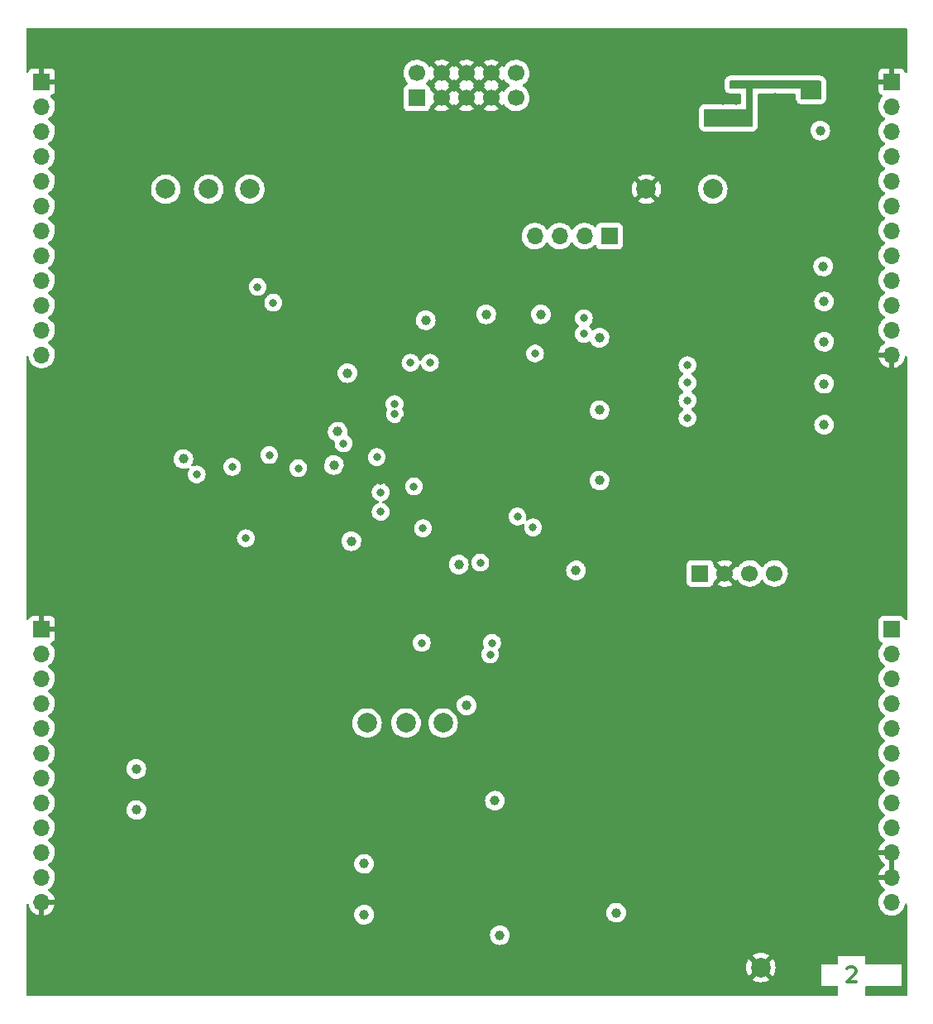
<source format=gbr>
%TF.GenerationSoftware,KiCad,Pcbnew,(6.0.8)*%
%TF.CreationDate,2022-10-21T10:36:37+01:00*%
%TF.ProjectId,Punck_Components,50756e63-6b5f-4436-9f6d-706f6e656e74,rev?*%
%TF.SameCoordinates,Original*%
%TF.FileFunction,Copper,L2,Inr*%
%TF.FilePolarity,Positive*%
%FSLAX46Y46*%
G04 Gerber Fmt 4.6, Leading zero omitted, Abs format (unit mm)*
G04 Created by KiCad (PCBNEW (6.0.8)) date 2022-10-21 10:36:37*
%MOMM*%
%LPD*%
G01*
G04 APERTURE LIST*
%ADD10C,0.300000*%
%TA.AperFunction,NonConductor*%
%ADD11C,0.300000*%
%TD*%
%TA.AperFunction,ComponentPad*%
%ADD12R,1.700000X1.700000*%
%TD*%
%TA.AperFunction,ComponentPad*%
%ADD13C,1.700000*%
%TD*%
%TA.AperFunction,ComponentPad*%
%ADD14C,2.000000*%
%TD*%
%TA.AperFunction,ComponentPad*%
%ADD15O,1.700000X1.700000*%
%TD*%
%TA.AperFunction,ViaPad*%
%ADD16C,1.000000*%
%TD*%
%TA.AperFunction,ViaPad*%
%ADD17C,0.800000*%
%TD*%
G04 APERTURE END LIST*
D10*
%TO.C,FID1*%
D11*
X154571428Y-146721428D02*
X154642857Y-146650000D01*
X154785714Y-146578571D01*
X155142857Y-146578571D01*
X155285714Y-146650000D01*
X155357142Y-146721428D01*
X155428571Y-146864285D01*
X155428571Y-147007142D01*
X155357142Y-147221428D01*
X154500000Y-148078571D01*
X155428571Y-148078571D01*
%TD*%
D12*
%TO.N,-12V*%
%TO.C,J7*%
X110500000Y-57662500D03*
D13*
X110500000Y-55122500D03*
%TO.N,GND*%
X113040000Y-57662500D03*
X113040000Y-55122500D03*
X115580000Y-57662500D03*
X115580000Y-55122500D03*
X118120000Y-57662500D03*
X118120000Y-55122500D03*
%TO.N,+12V*%
X120660000Y-57662500D03*
X120660000Y-55122500D03*
%TD*%
D14*
%TO.N,GND*%
%TO.C,TP9*%
X145700000Y-146600000D03*
%TD*%
%TO.N,/DAC_BCLK*%
%TO.C,TP3*%
X109400000Y-121600000D03*
%TD*%
%TO.N,VEE*%
%TO.C,TP8*%
X84800000Y-67000000D03*
%TD*%
%TO.N,VCC*%
%TO.C,TP7*%
X93400000Y-67000000D03*
%TD*%
D12*
%TO.N,/DAC2*%
%TO.C,J5*%
X130200000Y-71800000D03*
D15*
%TO.N,/DAC1*%
X127660000Y-71800000D03*
%TO.N,/UART_RX*%
X125120000Y-71800000D03*
%TO.N,/UART_TX*%
X122580000Y-71800000D03*
%TD*%
D14*
%TO.N,/DAC_LRCLK*%
%TO.C,TP1*%
X105400000Y-121600000D03*
%TD*%
%TO.N,+3.3VA*%
%TO.C,TP6*%
X89200000Y-67000000D03*
%TD*%
%TO.N,+3V3*%
%TO.C,TP5*%
X140800000Y-67000000D03*
%TD*%
D12*
%TO.N,+3V3*%
%TO.C,J6*%
X139500000Y-106300000D03*
D13*
%TO.N,GND*%
X142040000Y-106300000D03*
%TO.N,/SWIO*%
X144580000Y-106300000D03*
%TO.N,/SWCLK*%
X147120000Y-106300000D03*
%TD*%
D14*
%TO.N,/DAC_DATA*%
%TO.C,TP2*%
X113200000Y-121600000D03*
%TD*%
%TO.N,GND*%
%TO.C,TP4*%
X134000000Y-67000000D03*
%TD*%
D12*
%TO.N,GND*%
%TO.C,J3*%
X159100000Y-56000000D03*
D15*
%TO.N,/SA_BTN*%
X159100000Y-58540000D03*
%TO.N,/KI_BTN*%
X159100000Y-61080000D03*
%TO.N,/SN_BTN*%
X159100000Y-63620000D03*
%TO.N,/SA_LED*%
X159100000Y-66160000D03*
%TO.N,/SB_BTN*%
X159100000Y-68700000D03*
%TO.N,/SB_LED*%
X159100000Y-71240000D03*
%TO.N,/MIDI_LEARN*%
X159100000Y-73780000D03*
%TO.N,/MIDI_IN*%
X159100000Y-76320000D03*
%TO.N,/CH_IN*%
X159100000Y-78860000D03*
%TO.N,/OH_IN*%
X159100000Y-81400000D03*
%TO.N,GND*%
X159100000Y-83940000D03*
%TD*%
D12*
%TO.N,GND*%
%TO.C,J1*%
X72100000Y-56000000D03*
D15*
%TO.N,/SNARE_FILTER_POT*%
X72100000Y-58540000D03*
%TO.N,/SAMPLER_A_VOICE_POT*%
X72100000Y-61080000D03*
%TO.N,/KICK_ATTACK_POT*%
X72100000Y-63620000D03*
%TO.N,/KICK_DECAY_POT*%
X72100000Y-66160000D03*
%TO.N,/KICK_VOL_POT*%
X72100000Y-68700000D03*
%TO.N,/SNARE_TUNING_POT*%
X72100000Y-71240000D03*
%TO.N,/HIHAT_DECAY_POT*%
X72100000Y-73780000D03*
%TO.N,/SAMPLER_B_VOICE_POT*%
X72100000Y-76320000D03*
%TO.N,/SNARE_VOL_POT*%
X72100000Y-78860000D03*
%TO.N,/SAMPLER_A_SPEED_POT*%
X72100000Y-81400000D03*
%TO.N,/SAMPLER_B_SPEED_POT*%
X72100000Y-83940000D03*
%TD*%
D12*
%TO.N,/SNARE_IN*%
%TO.C,J4*%
X159100000Y-112000000D03*
D15*
%TO.N,/KICK_IN*%
X159100000Y-114540000D03*
%TO.N,/USB_DP*%
X159100000Y-117080000D03*
%TO.N,/USB_DM*%
X159100000Y-119620000D03*
%TO.N,/USB_VBUS*%
X159100000Y-122160000D03*
%TO.N,/KI_LED*%
X159100000Y-124700000D03*
%TO.N,/SN_LED*%
X159100000Y-127240000D03*
%TO.N,/HH_LED*%
X159100000Y-129780000D03*
%TO.N,/SEQ_SELECT*%
X159100000Y-132320000D03*
%TO.N,GND*%
X159100000Y-134860000D03*
X159100000Y-137400000D03*
%TO.N,+3.3VA*%
X159100000Y-139940000D03*
%TD*%
D12*
%TO.N,GND*%
%TO.C,J2*%
X72100000Y-112000000D03*
D15*
%TO.N,/HIHAT_VOL_POT*%
X72100000Y-114540000D03*
%TO.N,/SAMPLER_A_VOL_POT*%
X72100000Y-117080000D03*
%TO.N,/SAMPLER_B_VOL_POT*%
X72100000Y-119620000D03*
%TO.N,/HH_BTN*%
X72100000Y-122160000D03*
%TO.N,/TEMPO_POT*%
X72100000Y-124700000D03*
%TO.N,/SAMPLER_A_IN*%
X72100000Y-127240000D03*
%TO.N,/SAMPLER_B_IN*%
X72100000Y-129780000D03*
%TO.N,/AUDIO_OUT_R*%
X72100000Y-132320000D03*
%TO.N,/TEMPO_OUT*%
X72100000Y-134860000D03*
%TO.N,/AUDIO_OUT_L*%
X72100000Y-137400000D03*
%TO.N,GND*%
X72100000Y-139940000D03*
%TD*%
D16*
%TO.N,+3.3VA*%
X81786250Y-126300000D03*
X152200000Y-86900000D03*
X119000000Y-143300000D03*
X152200000Y-91100000D03*
X81786250Y-130500000D03*
X152200000Y-78500000D03*
X152200000Y-82600000D03*
X152100000Y-74900000D03*
X130900000Y-141000000D03*
D17*
%TO.N,/SN_BTN*%
X138200000Y-88600000D03*
%TO.N,/SA_BTN*%
X138200000Y-85000000D03*
%TO.N,GND*%
X94400000Y-130900000D03*
X135600000Y-137800000D03*
X84000000Y-52700000D03*
X145700000Y-67500000D03*
X123950000Y-116100000D03*
X132250000Y-144150000D03*
X131800000Y-95600000D03*
X85000000Y-113800000D03*
X147150000Y-57600000D03*
X105400000Y-119100000D03*
X115700000Y-97200000D03*
X128300000Y-111750000D03*
X145150000Y-90150000D03*
X150550000Y-115600000D03*
X97100000Y-117500000D03*
X108750000Y-76350000D03*
X103850000Y-132650000D03*
X131800000Y-90600000D03*
X103150000Y-77750000D03*
X86450000Y-59200000D03*
X139100000Y-73600000D03*
X89500000Y-59200000D03*
X99850000Y-68800000D03*
X92450000Y-106500000D03*
X134100000Y-148200000D03*
X95100000Y-59650000D03*
X99700000Y-85100000D03*
X93800000Y-61350000D03*
X122300000Y-128400000D03*
X125000000Y-96100000D03*
X129700000Y-144100000D03*
X160200000Y-109500000D03*
X93800000Y-59600000D03*
X71800000Y-98800000D03*
X88000000Y-57100000D03*
X153900000Y-115600000D03*
X130200000Y-65550000D03*
X86200000Y-91900000D03*
X143900000Y-73900000D03*
X135600000Y-141900000D03*
X80000000Y-64650000D03*
X150700000Y-123500000D03*
X110650000Y-129500000D03*
X128550000Y-63150000D03*
X117400000Y-102000000D03*
X95800000Y-90800000D03*
X143150000Y-57950000D03*
X86500000Y-57100000D03*
X77700000Y-122000000D03*
X100700000Y-95000000D03*
X119500000Y-89400000D03*
X130950000Y-114450000D03*
X137100000Y-57750000D03*
X86500000Y-85400000D03*
X154150000Y-94750000D03*
X116700000Y-148400000D03*
X101600000Y-64900000D03*
X130800000Y-134400000D03*
X126400000Y-118800000D03*
X106400000Y-137650000D03*
X107000000Y-76400000D03*
X145100000Y-81700000D03*
X92800000Y-75100000D03*
X81900000Y-117400000D03*
X112600000Y-107300000D03*
X131800000Y-82650000D03*
X99500000Y-101200000D03*
X116600000Y-107700000D03*
X94000000Y-122700000D03*
X109200000Y-90600000D03*
X78700000Y-137500000D03*
X144400000Y-115600000D03*
X135000000Y-118300000D03*
X137100000Y-115600000D03*
X89700000Y-136500000D03*
X142800000Y-64600000D03*
X106400000Y-84600000D03*
X119500000Y-96400000D03*
X136100000Y-120900000D03*
X123700000Y-138700000D03*
X100500000Y-120500000D03*
X148100000Y-103500000D03*
X133500000Y-105100000D03*
X124700000Y-108400000D03*
X99500000Y-103000000D03*
X86300000Y-100850000D03*
X120750000Y-145500000D03*
X158400000Y-90500000D03*
X77000000Y-108200000D03*
X97000000Y-125500000D03*
X121300000Y-112900000D03*
X125200000Y-67400000D03*
X150900000Y-51400000D03*
X122800000Y-122800000D03*
X124700000Y-145500000D03*
X106800000Y-96850000D03*
X150600000Y-118300000D03*
X141850000Y-57950000D03*
X87600000Y-90400000D03*
X136000000Y-128200000D03*
X97600000Y-146400000D03*
X141000000Y-98600000D03*
X105000000Y-106500000D03*
X150600000Y-120800000D03*
X145800000Y-77700000D03*
X87450000Y-127400000D03*
X100600000Y-110600000D03*
X82000000Y-56800000D03*
X87448750Y-131400000D03*
X93800000Y-63000000D03*
X110100000Y-71600000D03*
X86700000Y-144700000D03*
X86900000Y-70200000D03*
X131900000Y-63150000D03*
X77000000Y-91900000D03*
X145950000Y-58400000D03*
X95100000Y-62950000D03*
X98500000Y-106500000D03*
X103400000Y-52800000D03*
X150900000Y-54200000D03*
X105350000Y-76400000D03*
X138200000Y-123500000D03*
X131700000Y-86600000D03*
X115700000Y-87800000D03*
X116900000Y-83800000D03*
X125000000Y-91100000D03*
X74700000Y-148600000D03*
X91500000Y-120300000D03*
X145150000Y-85750000D03*
X121000000Y-64900000D03*
X113700000Y-140100000D03*
X150200000Y-95300000D03*
X72300000Y-88700000D03*
X117750000Y-71600000D03*
X138250000Y-56600000D03*
X117800000Y-77500000D03*
X127850000Y-138700000D03*
X105400000Y-68800000D03*
X150300000Y-133900000D03*
X128000000Y-132600000D03*
X159800000Y-143600000D03*
X150300000Y-63400000D03*
X127800000Y-103700000D03*
X105100000Y-145650000D03*
X150400000Y-138150000D03*
X99800000Y-90600000D03*
X120550000Y-77600000D03*
X98800000Y-128000000D03*
X81900000Y-122500000D03*
X78600000Y-62800000D03*
X81450000Y-62800000D03*
X124300000Y-87500000D03*
X106400000Y-132600000D03*
X111000000Y-87700000D03*
X114100000Y-145550000D03*
%TO.N,/KI_BTN*%
X138200000Y-86800000D03*
%TO.N,/SB_BTN*%
X138200000Y-90400000D03*
%TO.N,/SNARE_FILTER_POT*%
X94200000Y-77000000D03*
X111850000Y-84750000D03*
%TO.N,/SAMPLER_A_VOICE_POT*%
X109850000Y-84750000D03*
X95800000Y-78600000D03*
%TO.N,/SAMPLER_A_VOL_POT*%
X87970000Y-96170000D03*
X108215055Y-88974192D03*
%TO.N,/SAMPLER_B_VOL_POT*%
X91600000Y-95400000D03*
X108250000Y-90000000D03*
%TO.N,/TEMPO_POT*%
X93000000Y-102700000D03*
X103000000Y-93000000D03*
D16*
%TO.N,+3V3*%
X151800000Y-61000000D03*
X118500000Y-129550000D03*
X129200000Y-96800000D03*
X129200000Y-89600000D03*
X115600000Y-119800000D03*
X86600000Y-94600000D03*
X126800000Y-106000000D03*
X114800000Y-105400000D03*
X123200000Y-79800000D03*
X102000000Y-95200000D03*
X111400000Y-80400000D03*
X103800000Y-103000000D03*
X102400000Y-91800000D03*
X117600000Y-79800000D03*
X129200000Y-82200000D03*
X103400000Y-85800000D03*
D17*
X117000000Y-105200000D03*
%TO.N,/VSW*%
X141800000Y-59700000D03*
X144100000Y-56300000D03*
X150400000Y-56500000D03*
X151350000Y-56500000D03*
%TO.N,/SA_LED_OUT*%
X120800000Y-100475500D03*
X127600000Y-80200000D03*
%TO.N,/SB_LED_OUT*%
X127600000Y-81800000D03*
X122400000Y-101600000D03*
D16*
%TO.N,VCC*%
X105100000Y-141200000D03*
%TO.N,VEE*%
X105100000Y-136000000D03*
D17*
%TO.N,/QSPI_CLK*%
X110200000Y-97400000D03*
X111000000Y-113400000D03*
%TO.N,/QSPI_BK2_IO0*%
X106400000Y-94400000D03*
X95400000Y-94200000D03*
%TO.N,/QSPI_BK1_IO1*%
X111124500Y-101686140D03*
X118000000Y-114600000D03*
%TO.N,/QSPI_BK2_NCS*%
X106800000Y-100000000D03*
%TO.N,/QSPI_BK1_IO2*%
X122600000Y-83800000D03*
X118200000Y-113400000D03*
%TO.N,/OCTOSPIM_P2_NCS*%
X106800000Y-98000000D03*
%TO.N,Net-(JP1-Pad2)*%
X98362299Y-95537701D03*
%TD*%
%TA.AperFunction,Conductor*%
%TO.N,GND*%
G36*
X160633621Y-50528502D02*
G01*
X160680114Y-50582158D01*
X160691500Y-50634500D01*
X160691500Y-54985603D01*
X160671498Y-55053724D01*
X160617842Y-55100217D01*
X160547568Y-55110321D01*
X160482988Y-55080827D01*
X160447518Y-55029833D01*
X160403324Y-54911946D01*
X160394786Y-54896351D01*
X160318285Y-54794276D01*
X160305724Y-54781715D01*
X160203649Y-54705214D01*
X160188054Y-54696676D01*
X160067606Y-54651522D01*
X160052351Y-54647895D01*
X160001486Y-54642369D01*
X159994672Y-54642000D01*
X159372115Y-54642000D01*
X159356876Y-54646475D01*
X159355671Y-54647865D01*
X159354000Y-54655548D01*
X159354000Y-56128000D01*
X159333998Y-56196121D01*
X159280342Y-56242614D01*
X159228000Y-56254000D01*
X157760116Y-56254000D01*
X157744877Y-56258475D01*
X157743672Y-56259865D01*
X157742001Y-56267548D01*
X157742001Y-56894669D01*
X157742371Y-56901490D01*
X157747895Y-56952352D01*
X157751521Y-56967604D01*
X157796676Y-57088054D01*
X157805214Y-57103649D01*
X157881715Y-57205724D01*
X157894276Y-57218285D01*
X157996351Y-57294786D01*
X158011946Y-57303324D01*
X158120827Y-57344142D01*
X158177591Y-57386784D01*
X158202291Y-57453345D01*
X158187083Y-57522694D01*
X158167691Y-57549175D01*
X158044200Y-57678401D01*
X158040629Y-57682138D01*
X158037715Y-57686410D01*
X158037714Y-57686411D01*
X158006337Y-57732408D01*
X157914743Y-57866680D01*
X157877792Y-57946284D01*
X157823795Y-58062612D01*
X157820688Y-58069305D01*
X157760989Y-58284570D01*
X157737251Y-58506695D01*
X157737548Y-58511848D01*
X157737548Y-58511851D01*
X157744732Y-58636438D01*
X157750110Y-58729715D01*
X157751247Y-58734761D01*
X157751248Y-58734767D01*
X157764689Y-58794407D01*
X157799222Y-58947639D01*
X157883266Y-59154616D01*
X157999987Y-59345088D01*
X158146250Y-59513938D01*
X158318126Y-59656632D01*
X158388595Y-59697811D01*
X158391445Y-59699476D01*
X158440169Y-59751114D01*
X158453240Y-59820897D01*
X158426509Y-59886669D01*
X158386055Y-59920027D01*
X158373607Y-59926507D01*
X158369474Y-59929610D01*
X158369471Y-59929612D01*
X158263550Y-60009140D01*
X158194965Y-60060635D01*
X158040629Y-60222138D01*
X158037715Y-60226410D01*
X158037714Y-60226411D01*
X158003909Y-60275968D01*
X157914743Y-60406680D01*
X157885581Y-60469504D01*
X157834391Y-60579785D01*
X157820688Y-60609305D01*
X157760989Y-60824570D01*
X157737251Y-61046695D01*
X157737548Y-61051848D01*
X157737548Y-61051851D01*
X157743011Y-61146590D01*
X157750110Y-61269715D01*
X157751247Y-61274761D01*
X157751248Y-61274767D01*
X157771119Y-61362939D01*
X157799222Y-61487639D01*
X157883266Y-61694616D01*
X157885965Y-61699020D01*
X157969380Y-61835141D01*
X157999987Y-61885088D01*
X158146250Y-62053938D01*
X158318126Y-62196632D01*
X158388595Y-62237811D01*
X158391445Y-62239476D01*
X158440169Y-62291114D01*
X158453240Y-62360897D01*
X158426509Y-62426669D01*
X158386055Y-62460027D01*
X158373607Y-62466507D01*
X158369474Y-62469610D01*
X158369471Y-62469612D01*
X158345247Y-62487800D01*
X158194965Y-62600635D01*
X158040629Y-62762138D01*
X157914743Y-62946680D01*
X157820688Y-63149305D01*
X157760989Y-63364570D01*
X157737251Y-63586695D01*
X157737548Y-63591848D01*
X157737548Y-63591851D01*
X157743011Y-63686590D01*
X157750110Y-63809715D01*
X157751247Y-63814761D01*
X157751248Y-63814767D01*
X157771119Y-63902939D01*
X157799222Y-64027639D01*
X157883266Y-64234616D01*
X157999987Y-64425088D01*
X158146250Y-64593938D01*
X158318126Y-64736632D01*
X158388595Y-64777811D01*
X158391445Y-64779476D01*
X158440169Y-64831114D01*
X158453240Y-64900897D01*
X158426509Y-64966669D01*
X158386055Y-65000027D01*
X158373607Y-65006507D01*
X158369474Y-65009610D01*
X158369471Y-65009612D01*
X158345247Y-65027800D01*
X158194965Y-65140635D01*
X158040629Y-65302138D01*
X157914743Y-65486680D01*
X157820688Y-65689305D01*
X157760989Y-65904570D01*
X157737251Y-66126695D01*
X157737548Y-66131848D01*
X157737548Y-66131851D01*
X157743011Y-66226590D01*
X157750110Y-66349715D01*
X157751247Y-66354761D01*
X157751248Y-66354767D01*
X157771119Y-66442939D01*
X157799222Y-66567639D01*
X157837461Y-66661811D01*
X157878667Y-66763289D01*
X157883266Y-66774616D01*
X157999987Y-66965088D01*
X158146250Y-67133938D01*
X158318126Y-67276632D01*
X158388595Y-67317811D01*
X158391445Y-67319476D01*
X158440169Y-67371114D01*
X158453240Y-67440897D01*
X158426509Y-67506669D01*
X158386055Y-67540027D01*
X158373607Y-67546507D01*
X158369474Y-67549610D01*
X158369471Y-67549612D01*
X158345247Y-67567800D01*
X158194965Y-67680635D01*
X158040629Y-67842138D01*
X158037715Y-67846410D01*
X158037714Y-67846411D01*
X158022798Y-67868277D01*
X157914743Y-68026680D01*
X157894649Y-68069969D01*
X157823069Y-68224176D01*
X157820688Y-68229305D01*
X157760989Y-68444570D01*
X157737251Y-68666695D01*
X157737548Y-68671848D01*
X157737548Y-68671851D01*
X157743011Y-68766590D01*
X157750110Y-68889715D01*
X157751247Y-68894761D01*
X157751248Y-68894767D01*
X157771119Y-68982939D01*
X157799222Y-69107639D01*
X157883266Y-69314616D01*
X157999987Y-69505088D01*
X158146250Y-69673938D01*
X158318126Y-69816632D01*
X158388595Y-69857811D01*
X158391445Y-69859476D01*
X158440169Y-69911114D01*
X158453240Y-69980897D01*
X158426509Y-70046669D01*
X158386055Y-70080027D01*
X158373607Y-70086507D01*
X158369474Y-70089610D01*
X158369471Y-70089612D01*
X158345247Y-70107800D01*
X158194965Y-70220635D01*
X158040629Y-70382138D01*
X158037715Y-70386410D01*
X158037714Y-70386411D01*
X158000135Y-70441500D01*
X157914743Y-70566680D01*
X157820688Y-70769305D01*
X157760989Y-70984570D01*
X157737251Y-71206695D01*
X157737548Y-71211848D01*
X157737548Y-71211851D01*
X157744608Y-71334297D01*
X157750110Y-71429715D01*
X157751247Y-71434761D01*
X157751248Y-71434767D01*
X157771119Y-71522939D01*
X157799222Y-71647639D01*
X157883266Y-71854616D01*
X157885965Y-71859020D01*
X157962888Y-71984547D01*
X157999987Y-72045088D01*
X158146250Y-72213938D01*
X158318126Y-72356632D01*
X158388595Y-72397811D01*
X158391445Y-72399476D01*
X158440169Y-72451114D01*
X158453240Y-72520897D01*
X158426509Y-72586669D01*
X158386055Y-72620027D01*
X158373607Y-72626507D01*
X158369474Y-72629610D01*
X158369471Y-72629612D01*
X158276517Y-72699404D01*
X158194965Y-72760635D01*
X158040629Y-72922138D01*
X158037715Y-72926410D01*
X158037714Y-72926411D01*
X157967502Y-73029338D01*
X157914743Y-73106680D01*
X157820688Y-73309305D01*
X157760989Y-73524570D01*
X157737251Y-73746695D01*
X157737548Y-73751848D01*
X157737548Y-73751851D01*
X157745357Y-73887289D01*
X157750110Y-73969715D01*
X157751247Y-73974761D01*
X157751248Y-73974767D01*
X157771119Y-74062939D01*
X157799222Y-74187639D01*
X157883266Y-74394616D01*
X157999987Y-74585088D01*
X158146250Y-74753938D01*
X158318126Y-74896632D01*
X158323890Y-74900000D01*
X158391445Y-74939476D01*
X158440169Y-74991114D01*
X158453240Y-75060897D01*
X158426509Y-75126669D01*
X158386055Y-75160027D01*
X158373607Y-75166507D01*
X158369474Y-75169610D01*
X158369471Y-75169612D01*
X158224399Y-75278535D01*
X158194965Y-75300635D01*
X158040629Y-75462138D01*
X158037715Y-75466410D01*
X158037714Y-75466411D01*
X158019838Y-75492617D01*
X157914743Y-75646680D01*
X157899003Y-75680590D01*
X157830288Y-75828624D01*
X157820688Y-75849305D01*
X157760989Y-76064570D01*
X157737251Y-76286695D01*
X157737548Y-76291848D01*
X157737548Y-76291851D01*
X157743011Y-76386590D01*
X157750110Y-76509715D01*
X157751247Y-76514761D01*
X157751248Y-76514767D01*
X157771119Y-76602939D01*
X157799222Y-76727639D01*
X157883266Y-76934616D01*
X157999987Y-77125088D01*
X158146250Y-77293938D01*
X158318126Y-77436632D01*
X158388595Y-77477811D01*
X158391445Y-77479476D01*
X158440169Y-77531114D01*
X158453240Y-77600897D01*
X158426509Y-77666669D01*
X158386055Y-77700027D01*
X158373607Y-77706507D01*
X158369474Y-77709610D01*
X158369471Y-77709612D01*
X158257339Y-77793803D01*
X158194965Y-77840635D01*
X158040629Y-78002138D01*
X158037715Y-78006410D01*
X158037714Y-78006411D01*
X157952556Y-78131249D01*
X157914743Y-78186680D01*
X157820688Y-78389305D01*
X157760989Y-78604570D01*
X157737251Y-78826695D01*
X157737548Y-78831848D01*
X157737548Y-78831851D01*
X157743011Y-78926590D01*
X157750110Y-79049715D01*
X157751247Y-79054761D01*
X157751248Y-79054767D01*
X157769768Y-79136944D01*
X157799222Y-79267639D01*
X157855484Y-79406197D01*
X157879812Y-79466109D01*
X157883266Y-79474616D01*
X157909393Y-79517251D01*
X157958425Y-79597264D01*
X157999987Y-79665088D01*
X158146250Y-79833938D01*
X158318126Y-79976632D01*
X158369506Y-80006656D01*
X158391445Y-80019476D01*
X158440169Y-80071114D01*
X158453240Y-80140897D01*
X158426509Y-80206669D01*
X158386055Y-80240027D01*
X158373607Y-80246507D01*
X158369474Y-80249610D01*
X158369471Y-80249612D01*
X158199100Y-80377530D01*
X158194965Y-80380635D01*
X158040629Y-80542138D01*
X158037715Y-80546410D01*
X158037714Y-80546411D01*
X157977187Y-80635141D01*
X157914743Y-80726680D01*
X157885472Y-80789740D01*
X157835190Y-80898064D01*
X157820688Y-80929305D01*
X157760989Y-81144570D01*
X157737251Y-81366695D01*
X157737548Y-81371848D01*
X157737548Y-81371851D01*
X157743900Y-81482009D01*
X157750110Y-81589715D01*
X157751247Y-81594761D01*
X157751248Y-81594767D01*
X157771119Y-81682939D01*
X157799222Y-81807639D01*
X157837461Y-81901811D01*
X157875791Y-81996206D01*
X157883266Y-82014616D01*
X157901668Y-82044645D01*
X157982946Y-82177279D01*
X157999987Y-82205088D01*
X158146250Y-82373938D01*
X158318126Y-82516632D01*
X158362235Y-82542407D01*
X158391955Y-82559774D01*
X158440679Y-82611412D01*
X158453750Y-82681195D01*
X158427019Y-82746967D01*
X158386562Y-82780327D01*
X158378457Y-82784546D01*
X158369738Y-82790036D01*
X158199433Y-82917905D01*
X158191726Y-82924748D01*
X158044590Y-83078717D01*
X158038104Y-83086727D01*
X157918098Y-83262649D01*
X157913000Y-83271623D01*
X157823338Y-83464783D01*
X157819775Y-83474470D01*
X157764389Y-83674183D01*
X157765912Y-83682607D01*
X157778292Y-83686000D01*
X159228000Y-83686000D01*
X159296121Y-83706002D01*
X159342614Y-83759658D01*
X159354000Y-83812000D01*
X159354000Y-85258517D01*
X159358064Y-85272359D01*
X159371478Y-85274393D01*
X159378184Y-85273534D01*
X159388262Y-85271392D01*
X159592255Y-85210191D01*
X159601842Y-85206433D01*
X159793095Y-85112739D01*
X159801945Y-85107464D01*
X159975328Y-84983792D01*
X159983200Y-84977139D01*
X160134052Y-84826812D01*
X160140730Y-84818965D01*
X160265003Y-84646020D01*
X160270313Y-84637183D01*
X160364670Y-84446267D01*
X160368469Y-84436672D01*
X160430376Y-84232915D01*
X160432555Y-84222834D01*
X160440578Y-84161894D01*
X160469300Y-84096967D01*
X160528565Y-84057875D01*
X160599557Y-84057030D01*
X160659736Y-84094700D01*
X160689995Y-84158925D01*
X160691500Y-84178340D01*
X160691500Y-110984179D01*
X160671498Y-111052300D01*
X160617842Y-111098793D01*
X160547568Y-111108897D01*
X160482988Y-111079403D01*
X160447518Y-111028408D01*
X160403768Y-110911705D01*
X160403767Y-110911703D01*
X160400615Y-110903295D01*
X160313261Y-110786739D01*
X160196705Y-110699385D01*
X160060316Y-110648255D01*
X159998134Y-110641500D01*
X158201866Y-110641500D01*
X158139684Y-110648255D01*
X158003295Y-110699385D01*
X157886739Y-110786739D01*
X157799385Y-110903295D01*
X157748255Y-111039684D01*
X157741500Y-111101866D01*
X157741500Y-112898134D01*
X157748255Y-112960316D01*
X157799385Y-113096705D01*
X157886739Y-113213261D01*
X158003295Y-113300615D01*
X158011704Y-113303767D01*
X158011705Y-113303768D01*
X158120451Y-113344535D01*
X158177216Y-113387176D01*
X158201916Y-113453738D01*
X158186709Y-113523087D01*
X158167316Y-113549568D01*
X158040629Y-113682138D01*
X158037715Y-113686410D01*
X158037714Y-113686411D01*
X157983914Y-113765279D01*
X157914743Y-113866680D01*
X157877704Y-113946475D01*
X157823589Y-114063056D01*
X157820688Y-114069305D01*
X157760989Y-114284570D01*
X157737251Y-114506695D01*
X157737548Y-114511848D01*
X157737548Y-114511851D01*
X157743009Y-114606565D01*
X157750110Y-114729715D01*
X157751247Y-114734761D01*
X157751248Y-114734767D01*
X157771119Y-114822939D01*
X157799222Y-114947639D01*
X157883266Y-115154616D01*
X157999987Y-115345088D01*
X158146250Y-115513938D01*
X158318126Y-115656632D01*
X158388595Y-115697811D01*
X158391445Y-115699476D01*
X158440169Y-115751114D01*
X158453240Y-115820897D01*
X158426509Y-115886669D01*
X158386055Y-115920027D01*
X158373607Y-115926507D01*
X158369474Y-115929610D01*
X158369471Y-115929612D01*
X158345247Y-115947800D01*
X158194965Y-116060635D01*
X158040629Y-116222138D01*
X157914743Y-116406680D01*
X157820688Y-116609305D01*
X157760989Y-116824570D01*
X157737251Y-117046695D01*
X157737548Y-117051848D01*
X157737548Y-117051851D01*
X157743011Y-117146590D01*
X157750110Y-117269715D01*
X157751247Y-117274761D01*
X157751248Y-117274767D01*
X157771119Y-117362939D01*
X157799222Y-117487639D01*
X157883266Y-117694616D01*
X157999987Y-117885088D01*
X158146250Y-118053938D01*
X158318126Y-118196632D01*
X158388595Y-118237811D01*
X158391445Y-118239476D01*
X158440169Y-118291114D01*
X158453240Y-118360897D01*
X158426509Y-118426669D01*
X158386055Y-118460027D01*
X158373607Y-118466507D01*
X158369474Y-118469610D01*
X158369471Y-118469612D01*
X158345247Y-118487800D01*
X158194965Y-118600635D01*
X158040629Y-118762138D01*
X158037715Y-118766410D01*
X158037714Y-118766411D01*
X157952556Y-118891249D01*
X157914743Y-118946680D01*
X157820688Y-119149305D01*
X157760989Y-119364570D01*
X157737251Y-119586695D01*
X157737548Y-119591848D01*
X157737548Y-119591851D01*
X157743011Y-119686590D01*
X157750110Y-119809715D01*
X157751247Y-119814761D01*
X157751248Y-119814767D01*
X157771119Y-119902939D01*
X157799222Y-120027639D01*
X157883266Y-120234616D01*
X157999987Y-120425088D01*
X158146250Y-120593938D01*
X158222846Y-120657529D01*
X158304860Y-120725618D01*
X158318126Y-120736632D01*
X158334940Y-120746457D01*
X158391445Y-120779476D01*
X158440169Y-120831114D01*
X158453240Y-120900897D01*
X158426509Y-120966669D01*
X158386055Y-121000027D01*
X158373607Y-121006507D01*
X158369474Y-121009610D01*
X158369471Y-121009612D01*
X158205925Y-121132406D01*
X158194965Y-121140635D01*
X158040629Y-121302138D01*
X157914743Y-121486680D01*
X157820688Y-121689305D01*
X157760989Y-121904570D01*
X157737251Y-122126695D01*
X157737548Y-122131848D01*
X157737548Y-122131851D01*
X157743011Y-122226590D01*
X157750110Y-122349715D01*
X157751247Y-122354761D01*
X157751248Y-122354767D01*
X157771119Y-122442939D01*
X157799222Y-122567639D01*
X157883266Y-122774616D01*
X157885965Y-122779020D01*
X157989663Y-122948240D01*
X157999987Y-122965088D01*
X158146250Y-123133938D01*
X158318126Y-123276632D01*
X158388595Y-123317811D01*
X158391445Y-123319476D01*
X158440169Y-123371114D01*
X158453240Y-123440897D01*
X158426509Y-123506669D01*
X158386055Y-123540027D01*
X158373607Y-123546507D01*
X158369474Y-123549610D01*
X158369471Y-123549612D01*
X158345247Y-123567800D01*
X158194965Y-123680635D01*
X158040629Y-123842138D01*
X157914743Y-124026680D01*
X157820688Y-124229305D01*
X157760989Y-124444570D01*
X157737251Y-124666695D01*
X157737548Y-124671848D01*
X157737548Y-124671851D01*
X157743011Y-124766590D01*
X157750110Y-124889715D01*
X157751247Y-124894761D01*
X157751248Y-124894767D01*
X157771119Y-124982939D01*
X157799222Y-125107639D01*
X157837461Y-125201811D01*
X157880303Y-125307318D01*
X157883266Y-125314616D01*
X157999987Y-125505088D01*
X158146250Y-125673938D01*
X158318126Y-125816632D01*
X158388595Y-125857811D01*
X158391445Y-125859476D01*
X158440169Y-125911114D01*
X158453240Y-125980897D01*
X158426509Y-126046669D01*
X158386055Y-126080027D01*
X158373607Y-126086507D01*
X158369474Y-126089610D01*
X158369471Y-126089612D01*
X158345247Y-126107800D01*
X158194965Y-126220635D01*
X158040629Y-126382138D01*
X157914743Y-126566680D01*
X157820688Y-126769305D01*
X157760989Y-126984570D01*
X157737251Y-127206695D01*
X157737548Y-127211848D01*
X157737548Y-127211851D01*
X157743011Y-127306590D01*
X157750110Y-127429715D01*
X157751247Y-127434761D01*
X157751248Y-127434767D01*
X157771119Y-127522939D01*
X157799222Y-127647639D01*
X157883266Y-127854616D01*
X157999987Y-128045088D01*
X158146250Y-128213938D01*
X158318126Y-128356632D01*
X158388595Y-128397811D01*
X158391445Y-128399476D01*
X158440169Y-128451114D01*
X158453240Y-128520897D01*
X158426509Y-128586669D01*
X158386055Y-128620027D01*
X158373607Y-128626507D01*
X158369474Y-128629610D01*
X158369471Y-128629612D01*
X158199100Y-128757530D01*
X158194965Y-128760635D01*
X158040629Y-128922138D01*
X157914743Y-129106680D01*
X157820688Y-129309305D01*
X157760989Y-129524570D01*
X157737251Y-129746695D01*
X157737548Y-129751848D01*
X157737548Y-129751851D01*
X157749338Y-129956326D01*
X157750110Y-129969715D01*
X157751247Y-129974761D01*
X157751248Y-129974767D01*
X157771119Y-130062939D01*
X157799222Y-130187639D01*
X157860673Y-130338976D01*
X157879419Y-130385141D01*
X157883266Y-130394616D01*
X157891715Y-130408404D01*
X157986102Y-130562429D01*
X157999987Y-130585088D01*
X158146250Y-130753938D01*
X158318126Y-130896632D01*
X158388595Y-130937811D01*
X158391445Y-130939476D01*
X158440169Y-130991114D01*
X158453240Y-131060897D01*
X158426509Y-131126669D01*
X158386055Y-131160027D01*
X158373607Y-131166507D01*
X158369474Y-131169610D01*
X158369471Y-131169612D01*
X158199100Y-131297530D01*
X158194965Y-131300635D01*
X158191393Y-131304373D01*
X158057200Y-131444798D01*
X158040629Y-131462138D01*
X158037715Y-131466410D01*
X158037714Y-131466411D01*
X157952556Y-131591249D01*
X157914743Y-131646680D01*
X157820688Y-131849305D01*
X157760989Y-132064570D01*
X157737251Y-132286695D01*
X157737548Y-132291848D01*
X157737548Y-132291851D01*
X157743011Y-132386590D01*
X157750110Y-132509715D01*
X157751247Y-132514761D01*
X157751248Y-132514767D01*
X157771119Y-132602939D01*
X157799222Y-132727639D01*
X157883266Y-132934616D01*
X157999987Y-133125088D01*
X158146250Y-133293938D01*
X158318126Y-133436632D01*
X158391445Y-133479476D01*
X158391955Y-133479774D01*
X158440679Y-133531412D01*
X158453750Y-133601195D01*
X158427019Y-133666967D01*
X158386562Y-133700327D01*
X158378457Y-133704546D01*
X158369738Y-133710036D01*
X158199433Y-133837905D01*
X158191726Y-133844748D01*
X158044590Y-133998717D01*
X158038104Y-134006727D01*
X157918098Y-134182649D01*
X157913000Y-134191623D01*
X157823338Y-134384783D01*
X157819775Y-134394470D01*
X157764389Y-134594183D01*
X157765912Y-134602607D01*
X157778292Y-134606000D01*
X159228000Y-134606000D01*
X159296121Y-134626002D01*
X159342614Y-134679658D01*
X159354000Y-134732000D01*
X159354000Y-137528000D01*
X159333998Y-137596121D01*
X159280342Y-137642614D01*
X159228000Y-137654000D01*
X157783225Y-137654000D01*
X157769694Y-137657973D01*
X157768257Y-137667966D01*
X157798565Y-137802446D01*
X157801645Y-137812275D01*
X157881770Y-138009603D01*
X157886413Y-138018794D01*
X157997694Y-138200388D01*
X158003777Y-138208699D01*
X158143213Y-138369667D01*
X158150580Y-138376883D01*
X158314434Y-138512916D01*
X158322881Y-138518831D01*
X158391969Y-138559203D01*
X158440693Y-138610842D01*
X158453764Y-138680625D01*
X158427033Y-138746396D01*
X158386584Y-138779752D01*
X158373607Y-138786507D01*
X158369474Y-138789610D01*
X158369471Y-138789612D01*
X158345247Y-138807800D01*
X158194965Y-138920635D01*
X158040629Y-139082138D01*
X158037715Y-139086410D01*
X158037714Y-139086411D01*
X158025404Y-139104457D01*
X157914743Y-139266680D01*
X157820688Y-139469305D01*
X157760989Y-139684570D01*
X157737251Y-139906695D01*
X157737548Y-139911848D01*
X157737548Y-139911851D01*
X157746320Y-140063980D01*
X157750110Y-140129715D01*
X157751247Y-140134761D01*
X157751248Y-140134767D01*
X157767371Y-140206309D01*
X157799222Y-140347639D01*
X157883266Y-140554616D01*
X157999987Y-140745088D01*
X158146250Y-140913938D01*
X158318126Y-141056632D01*
X158511000Y-141169338D01*
X158515825Y-141171180D01*
X158515826Y-141171181D01*
X158538203Y-141179726D01*
X158719692Y-141249030D01*
X158724760Y-141250061D01*
X158724763Y-141250062D01*
X158819862Y-141269410D01*
X158938597Y-141293567D01*
X158943772Y-141293757D01*
X158943774Y-141293757D01*
X159156673Y-141301564D01*
X159156677Y-141301564D01*
X159161837Y-141301753D01*
X159166957Y-141301097D01*
X159166959Y-141301097D01*
X159378288Y-141274025D01*
X159378289Y-141274025D01*
X159383416Y-141273368D01*
X159388366Y-141271883D01*
X159592429Y-141210661D01*
X159592434Y-141210659D01*
X159597384Y-141209174D01*
X159797994Y-141110896D01*
X159979860Y-140981173D01*
X160138096Y-140823489D01*
X160156941Y-140797264D01*
X160265435Y-140646277D01*
X160268453Y-140642077D01*
X160272234Y-140634428D01*
X160365136Y-140446453D01*
X160365137Y-140446451D01*
X160367430Y-140441811D01*
X160432370Y-140228069D01*
X160440578Y-140165725D01*
X160469301Y-140100798D01*
X160528566Y-140061707D01*
X160599558Y-140060862D01*
X160659736Y-140098533D01*
X160689995Y-140162758D01*
X160691500Y-140182172D01*
X160691500Y-149365500D01*
X160671498Y-149433621D01*
X160617842Y-149480114D01*
X160565500Y-149491500D01*
X156493456Y-149491500D01*
X156425335Y-149471498D01*
X156378842Y-149417842D01*
X156368738Y-149347568D01*
X156369924Y-149341000D01*
X156372786Y-149341000D01*
X156372786Y-148626000D01*
X156392788Y-148557879D01*
X156446444Y-148511386D01*
X156498786Y-148500000D01*
X160100000Y-148500000D01*
X160100000Y-146300000D01*
X156498786Y-146300000D01*
X156430665Y-146279998D01*
X156384172Y-146226342D01*
X156372786Y-146174000D01*
X156372786Y-145459000D01*
X153627215Y-145459000D01*
X153627215Y-146174000D01*
X153607213Y-146242121D01*
X153553557Y-146288614D01*
X153501215Y-146300000D01*
X151900000Y-146300000D01*
X151900000Y-148500000D01*
X153501215Y-148500000D01*
X153569336Y-148520002D01*
X153615829Y-148573658D01*
X153627215Y-148626000D01*
X153627215Y-149341000D01*
X153629305Y-149341000D01*
X153629305Y-149400998D01*
X153590922Y-149460724D01*
X153526341Y-149490217D01*
X153508409Y-149491500D01*
X70634500Y-149491500D01*
X70566379Y-149471498D01*
X70519886Y-149417842D01*
X70508500Y-149365500D01*
X70508500Y-147832670D01*
X144832160Y-147832670D01*
X144837887Y-147840320D01*
X145009042Y-147945205D01*
X145017837Y-147949687D01*
X145227988Y-148036734D01*
X145237373Y-148039783D01*
X145458554Y-148092885D01*
X145468301Y-148094428D01*
X145695070Y-148112275D01*
X145704930Y-148112275D01*
X145931699Y-148094428D01*
X145941446Y-148092885D01*
X146162627Y-148039783D01*
X146172012Y-148036734D01*
X146382163Y-147949687D01*
X146390958Y-147945205D01*
X146558445Y-147842568D01*
X146567907Y-147832110D01*
X146564124Y-147823334D01*
X145712812Y-146972022D01*
X145698868Y-146964408D01*
X145697035Y-146964539D01*
X145690420Y-146968790D01*
X144838920Y-147820290D01*
X144832160Y-147832670D01*
X70508500Y-147832670D01*
X70508500Y-146604930D01*
X144187725Y-146604930D01*
X144205572Y-146831699D01*
X144207115Y-146841446D01*
X144260217Y-147062627D01*
X144263266Y-147072012D01*
X144350313Y-147282163D01*
X144354795Y-147290958D01*
X144457432Y-147458445D01*
X144467890Y-147467907D01*
X144476666Y-147464124D01*
X145327978Y-146612812D01*
X145334356Y-146601132D01*
X146064408Y-146601132D01*
X146064539Y-146602965D01*
X146068790Y-146609580D01*
X146920290Y-147461080D01*
X146932670Y-147467840D01*
X146940320Y-147462113D01*
X147045205Y-147290958D01*
X147049687Y-147282163D01*
X147136734Y-147072012D01*
X147139783Y-147062627D01*
X147192885Y-146841446D01*
X147194428Y-146831699D01*
X147212275Y-146604930D01*
X147212275Y-146595070D01*
X147194428Y-146368301D01*
X147192885Y-146358554D01*
X147139783Y-146137373D01*
X147136734Y-146127988D01*
X147049687Y-145917837D01*
X147045205Y-145909042D01*
X146942568Y-145741555D01*
X146932110Y-145732093D01*
X146923334Y-145735876D01*
X146072022Y-146587188D01*
X146064408Y-146601132D01*
X145334356Y-146601132D01*
X145335592Y-146598868D01*
X145335461Y-146597035D01*
X145331210Y-146590420D01*
X144479710Y-145738920D01*
X144467330Y-145732160D01*
X144459680Y-145737887D01*
X144354795Y-145909042D01*
X144350313Y-145917837D01*
X144263266Y-146127988D01*
X144260217Y-146137373D01*
X144207115Y-146358554D01*
X144205572Y-146368301D01*
X144187725Y-146595070D01*
X144187725Y-146604930D01*
X70508500Y-146604930D01*
X70508500Y-145367890D01*
X144832093Y-145367890D01*
X144835876Y-145376666D01*
X145687188Y-146227978D01*
X145701132Y-146235592D01*
X145702965Y-146235461D01*
X145709580Y-146231210D01*
X146561080Y-145379710D01*
X146567840Y-145367330D01*
X146562113Y-145359680D01*
X146390958Y-145254795D01*
X146382163Y-145250313D01*
X146172012Y-145163266D01*
X146162627Y-145160217D01*
X145941446Y-145107115D01*
X145931699Y-145105572D01*
X145704930Y-145087725D01*
X145695070Y-145087725D01*
X145468301Y-145105572D01*
X145458554Y-145107115D01*
X145237373Y-145160217D01*
X145227988Y-145163266D01*
X145017837Y-145250313D01*
X145009042Y-145254795D01*
X144841555Y-145357432D01*
X144832093Y-145367890D01*
X70508500Y-145367890D01*
X70508500Y-143285851D01*
X117986719Y-143285851D01*
X118003268Y-143482934D01*
X118057783Y-143673050D01*
X118148187Y-143848956D01*
X118271035Y-144003953D01*
X118421650Y-144132136D01*
X118594294Y-144228624D01*
X118782392Y-144289740D01*
X118978777Y-144313158D01*
X118984912Y-144312686D01*
X118984914Y-144312686D01*
X119169830Y-144298457D01*
X119169834Y-144298456D01*
X119175972Y-144297984D01*
X119366463Y-144244798D01*
X119371967Y-144242018D01*
X119371969Y-144242017D01*
X119537495Y-144158404D01*
X119537497Y-144158403D01*
X119542996Y-144155625D01*
X119698847Y-144033861D01*
X119828078Y-143884145D01*
X119925769Y-143712179D01*
X119988197Y-143524513D01*
X120012985Y-143328295D01*
X120013380Y-143300000D01*
X119994080Y-143103167D01*
X119936916Y-142913831D01*
X119844066Y-142739204D01*
X119773709Y-142652938D01*
X119722960Y-142590713D01*
X119722957Y-142590710D01*
X119719065Y-142585938D01*
X119712724Y-142580692D01*
X119571425Y-142463799D01*
X119571421Y-142463797D01*
X119566675Y-142459870D01*
X119392701Y-142365802D01*
X119203768Y-142307318D01*
X119197643Y-142306674D01*
X119197642Y-142306674D01*
X119013204Y-142287289D01*
X119013202Y-142287289D01*
X119007075Y-142286645D01*
X118924576Y-142294153D01*
X118816251Y-142304011D01*
X118816248Y-142304012D01*
X118810112Y-142304570D01*
X118804206Y-142306308D01*
X118804202Y-142306309D01*
X118699076Y-142337249D01*
X118620381Y-142360410D01*
X118614923Y-142363263D01*
X118614919Y-142363265D01*
X118524147Y-142410720D01*
X118445110Y-142452040D01*
X118290975Y-142575968D01*
X118163846Y-142727474D01*
X118160879Y-142732872D01*
X118160875Y-142732877D01*
X118157397Y-142739204D01*
X118068567Y-142900787D01*
X118066706Y-142906654D01*
X118066705Y-142906656D01*
X118010627Y-143083436D01*
X118008765Y-143089306D01*
X117986719Y-143285851D01*
X70508500Y-143285851D01*
X70508500Y-140187564D01*
X70528502Y-140119443D01*
X70582158Y-140072950D01*
X70652432Y-140062846D01*
X70717012Y-140092340D01*
X70755396Y-140152066D01*
X70757417Y-140159863D01*
X70798565Y-140342446D01*
X70801645Y-140352275D01*
X70881770Y-140549603D01*
X70886413Y-140558794D01*
X70997694Y-140740388D01*
X71003777Y-140748699D01*
X71143213Y-140909667D01*
X71150580Y-140916883D01*
X71314434Y-141052916D01*
X71322881Y-141058831D01*
X71506756Y-141166279D01*
X71516042Y-141170729D01*
X71715001Y-141246703D01*
X71724899Y-141249579D01*
X71828250Y-141270606D01*
X71842299Y-141269410D01*
X71846000Y-141259065D01*
X71846000Y-141258517D01*
X72354000Y-141258517D01*
X72358064Y-141272359D01*
X72371478Y-141274393D01*
X72378184Y-141273534D01*
X72388262Y-141271392D01*
X72592255Y-141210191D01*
X72601842Y-141206433D01*
X72643855Y-141185851D01*
X104086719Y-141185851D01*
X104103268Y-141382934D01*
X104157783Y-141573050D01*
X104248187Y-141748956D01*
X104371035Y-141903953D01*
X104375728Y-141907947D01*
X104375729Y-141907948D01*
X104469598Y-141987836D01*
X104521650Y-142032136D01*
X104694294Y-142128624D01*
X104882392Y-142189740D01*
X105078777Y-142213158D01*
X105084912Y-142212686D01*
X105084914Y-142212686D01*
X105269830Y-142198457D01*
X105269834Y-142198456D01*
X105275972Y-142197984D01*
X105466463Y-142144798D01*
X105471967Y-142142018D01*
X105471969Y-142142017D01*
X105637495Y-142058404D01*
X105637497Y-142058403D01*
X105642996Y-142055625D01*
X105798847Y-141933861D01*
X105928078Y-141784145D01*
X106025769Y-141612179D01*
X106088197Y-141424513D01*
X106112985Y-141228295D01*
X106113380Y-141200000D01*
X106094080Y-141003167D01*
X106088853Y-140985851D01*
X129886719Y-140985851D01*
X129903268Y-141182934D01*
X129907157Y-141196495D01*
X129934992Y-141293567D01*
X129957783Y-141373050D01*
X130048187Y-141548956D01*
X130171035Y-141703953D01*
X130175728Y-141707947D01*
X130175729Y-141707948D01*
X130265261Y-141784145D01*
X130321650Y-141832136D01*
X130494294Y-141928624D01*
X130682392Y-141989740D01*
X130878777Y-142013158D01*
X130884912Y-142012686D01*
X130884914Y-142012686D01*
X131069830Y-141998457D01*
X131069834Y-141998456D01*
X131075972Y-141997984D01*
X131266463Y-141944798D01*
X131271967Y-141942018D01*
X131271969Y-141942017D01*
X131437495Y-141858404D01*
X131437497Y-141858403D01*
X131442996Y-141855625D01*
X131598847Y-141733861D01*
X131728078Y-141584145D01*
X131825769Y-141412179D01*
X131888197Y-141224513D01*
X131912985Y-141028295D01*
X131913380Y-141000000D01*
X131894080Y-140803167D01*
X131836916Y-140613831D01*
X131744066Y-140439204D01*
X131665152Y-140342446D01*
X131622960Y-140290713D01*
X131622957Y-140290710D01*
X131619065Y-140285938D01*
X131612724Y-140280692D01*
X131471425Y-140163799D01*
X131471421Y-140163797D01*
X131466675Y-140159870D01*
X131292701Y-140065802D01*
X131103768Y-140007318D01*
X131097643Y-140006674D01*
X131097642Y-140006674D01*
X130913204Y-139987289D01*
X130913202Y-139987289D01*
X130907075Y-139986645D01*
X130824576Y-139994153D01*
X130716251Y-140004011D01*
X130716248Y-140004012D01*
X130710112Y-140004570D01*
X130704206Y-140006308D01*
X130704202Y-140006309D01*
X130599076Y-140037249D01*
X130520381Y-140060410D01*
X130514923Y-140063263D01*
X130514919Y-140063265D01*
X130496394Y-140072950D01*
X130345110Y-140152040D01*
X130190975Y-140275968D01*
X130063846Y-140427474D01*
X130060879Y-140432872D01*
X130060875Y-140432877D01*
X129991653Y-140558794D01*
X129968567Y-140600787D01*
X129966706Y-140606654D01*
X129966705Y-140606656D01*
X129924283Y-140740388D01*
X129908765Y-140789306D01*
X129886719Y-140985851D01*
X106088853Y-140985851D01*
X106088231Y-140983792D01*
X106067140Y-140913938D01*
X106036916Y-140813831D01*
X105944066Y-140639204D01*
X105870989Y-140549603D01*
X105822960Y-140490713D01*
X105822957Y-140490710D01*
X105819065Y-140485938D01*
X105812724Y-140480692D01*
X105671425Y-140363799D01*
X105671421Y-140363797D01*
X105666675Y-140359870D01*
X105492701Y-140265802D01*
X105303768Y-140207318D01*
X105297643Y-140206674D01*
X105297642Y-140206674D01*
X105113204Y-140187289D01*
X105113202Y-140187289D01*
X105107075Y-140186645D01*
X105026257Y-140194000D01*
X104916251Y-140204011D01*
X104916248Y-140204012D01*
X104910112Y-140204570D01*
X104904206Y-140206308D01*
X104904202Y-140206309D01*
X104830268Y-140228069D01*
X104720381Y-140260410D01*
X104714923Y-140263263D01*
X104714919Y-140263265D01*
X104662417Y-140290713D01*
X104545110Y-140352040D01*
X104390975Y-140475968D01*
X104263846Y-140627474D01*
X104260879Y-140632872D01*
X104260875Y-140632877D01*
X104197202Y-140748699D01*
X104168567Y-140800787D01*
X104166706Y-140806654D01*
X104166705Y-140806656D01*
X104132673Y-140913938D01*
X104108765Y-140989306D01*
X104095127Y-141110896D01*
X104088365Y-141171181D01*
X104086719Y-141185851D01*
X72643855Y-141185851D01*
X72793095Y-141112739D01*
X72801945Y-141107464D01*
X72975328Y-140983792D01*
X72983200Y-140977139D01*
X73134052Y-140826812D01*
X73140730Y-140818965D01*
X73265003Y-140646020D01*
X73270313Y-140637183D01*
X73364670Y-140446267D01*
X73368469Y-140436672D01*
X73430377Y-140232910D01*
X73432555Y-140222837D01*
X73433986Y-140211962D01*
X73431775Y-140197778D01*
X73418617Y-140194000D01*
X72372115Y-140194000D01*
X72356876Y-140198475D01*
X72355671Y-140199865D01*
X72354000Y-140207548D01*
X72354000Y-141258517D01*
X71846000Y-141258517D01*
X71846000Y-139812000D01*
X71866002Y-139743879D01*
X71919658Y-139697386D01*
X71972000Y-139686000D01*
X73418344Y-139686000D01*
X73431875Y-139682027D01*
X73433180Y-139672947D01*
X73391214Y-139505875D01*
X73387894Y-139496124D01*
X73302972Y-139300814D01*
X73298105Y-139291739D01*
X73182426Y-139112926D01*
X73176136Y-139104757D01*
X73032806Y-138947240D01*
X73025273Y-138940215D01*
X72858139Y-138808222D01*
X72849556Y-138802520D01*
X72812602Y-138782120D01*
X72762631Y-138731687D01*
X72747859Y-138662245D01*
X72772975Y-138595839D01*
X72800327Y-138569232D01*
X72823797Y-138552491D01*
X72979860Y-138441173D01*
X73138096Y-138283489D01*
X73197594Y-138200689D01*
X73265435Y-138106277D01*
X73268453Y-138102077D01*
X73367430Y-137901811D01*
X73432370Y-137688069D01*
X73461529Y-137466590D01*
X73463156Y-137400000D01*
X73444852Y-137177361D01*
X73434006Y-137134183D01*
X157764389Y-137134183D01*
X157765912Y-137142607D01*
X157778292Y-137146000D01*
X158827885Y-137146000D01*
X158843124Y-137141525D01*
X158844329Y-137140135D01*
X158846000Y-137132452D01*
X158846000Y-135132115D01*
X158841525Y-135116876D01*
X158840135Y-135115671D01*
X158832452Y-135114000D01*
X157783225Y-135114000D01*
X157769694Y-135117973D01*
X157768257Y-135127966D01*
X157798565Y-135262446D01*
X157801645Y-135272275D01*
X157881770Y-135469603D01*
X157886413Y-135478794D01*
X157997694Y-135660388D01*
X158003777Y-135668699D01*
X158143213Y-135829667D01*
X158150580Y-135836883D01*
X158314434Y-135972916D01*
X158322881Y-135978831D01*
X158392479Y-136019501D01*
X158441203Y-136071140D01*
X158454274Y-136140923D01*
X158427543Y-136206694D01*
X158387087Y-136240053D01*
X158378462Y-136244542D01*
X158369738Y-136250036D01*
X158199433Y-136377905D01*
X158191726Y-136384748D01*
X158044590Y-136538717D01*
X158038104Y-136546727D01*
X157918098Y-136722649D01*
X157913000Y-136731623D01*
X157823338Y-136924783D01*
X157819775Y-136934470D01*
X157764389Y-137134183D01*
X73434006Y-137134183D01*
X73390431Y-136960702D01*
X73301354Y-136755840D01*
X73261906Y-136694862D01*
X73182822Y-136572617D01*
X73182820Y-136572614D01*
X73180014Y-136568277D01*
X73029670Y-136403051D01*
X73025619Y-136399852D01*
X73025615Y-136399848D01*
X72858414Y-136267800D01*
X72858410Y-136267798D01*
X72854359Y-136264598D01*
X72813053Y-136241796D01*
X72763084Y-136191364D01*
X72748312Y-136121921D01*
X72773428Y-136055516D01*
X72800780Y-136028909D01*
X72846223Y-135996495D01*
X72861145Y-135985851D01*
X104086719Y-135985851D01*
X104089545Y-136019501D01*
X104099945Y-136143357D01*
X104103268Y-136182934D01*
X104157783Y-136373050D01*
X104248187Y-136548956D01*
X104371035Y-136703953D01*
X104375728Y-136707947D01*
X104375729Y-136707948D01*
X104437847Y-136760814D01*
X104521650Y-136832136D01*
X104694294Y-136928624D01*
X104882392Y-136989740D01*
X105078777Y-137013158D01*
X105084912Y-137012686D01*
X105084914Y-137012686D01*
X105269830Y-136998457D01*
X105269834Y-136998456D01*
X105275972Y-136997984D01*
X105466463Y-136944798D01*
X105471967Y-136942018D01*
X105471969Y-136942017D01*
X105637495Y-136858404D01*
X105637497Y-136858403D01*
X105642996Y-136855625D01*
X105798847Y-136733861D01*
X105928078Y-136584145D01*
X106025769Y-136412179D01*
X106088197Y-136224513D01*
X106112985Y-136028295D01*
X106113380Y-136000000D01*
X106094080Y-135803167D01*
X106036916Y-135613831D01*
X105944066Y-135439204D01*
X105873709Y-135352938D01*
X105822960Y-135290713D01*
X105822957Y-135290710D01*
X105819065Y-135285938D01*
X105812724Y-135280692D01*
X105671425Y-135163799D01*
X105671421Y-135163797D01*
X105666675Y-135159870D01*
X105492701Y-135065802D01*
X105303768Y-135007318D01*
X105297643Y-135006674D01*
X105297642Y-135006674D01*
X105113204Y-134987289D01*
X105113202Y-134987289D01*
X105107075Y-134986645D01*
X105024576Y-134994153D01*
X104916251Y-135004011D01*
X104916248Y-135004012D01*
X104910112Y-135004570D01*
X104904206Y-135006308D01*
X104904202Y-135006309D01*
X104799076Y-135037249D01*
X104720381Y-135060410D01*
X104714923Y-135063263D01*
X104714919Y-135063265D01*
X104684965Y-135078925D01*
X104545110Y-135152040D01*
X104390975Y-135275968D01*
X104263846Y-135427474D01*
X104260879Y-135432872D01*
X104260875Y-135432877D01*
X104192538Y-135557183D01*
X104168567Y-135600787D01*
X104166706Y-135606654D01*
X104166705Y-135606656D01*
X104124734Y-135738965D01*
X104108765Y-135789306D01*
X104086719Y-135985851D01*
X72861145Y-135985851D01*
X72979860Y-135901173D01*
X73138096Y-135743489D01*
X73197594Y-135660689D01*
X73265435Y-135566277D01*
X73268453Y-135562077D01*
X73367430Y-135361811D01*
X73432370Y-135148069D01*
X73461529Y-134926590D01*
X73463156Y-134860000D01*
X73444852Y-134637361D01*
X73390431Y-134420702D01*
X73301354Y-134215840D01*
X73180014Y-134028277D01*
X73029670Y-133863051D01*
X73025619Y-133859852D01*
X73025615Y-133859848D01*
X72858414Y-133727800D01*
X72858410Y-133727798D01*
X72854359Y-133724598D01*
X72813053Y-133701796D01*
X72763084Y-133651364D01*
X72748312Y-133581921D01*
X72773428Y-133515516D01*
X72800780Y-133488909D01*
X72844603Y-133457650D01*
X72979860Y-133361173D01*
X73138096Y-133203489D01*
X73197594Y-133120689D01*
X73265435Y-133026277D01*
X73268453Y-133022077D01*
X73367430Y-132821811D01*
X73432370Y-132608069D01*
X73461529Y-132386590D01*
X73463156Y-132320000D01*
X73444852Y-132097361D01*
X73390431Y-131880702D01*
X73301354Y-131675840D01*
X73261906Y-131614862D01*
X73182822Y-131492617D01*
X73182820Y-131492614D01*
X73180014Y-131488277D01*
X73029670Y-131323051D01*
X73025619Y-131319852D01*
X73025615Y-131319848D01*
X72858414Y-131187800D01*
X72858410Y-131187798D01*
X72854359Y-131184598D01*
X72813053Y-131161796D01*
X72763084Y-131111364D01*
X72748312Y-131041921D01*
X72773428Y-130975516D01*
X72800780Y-130948909D01*
X72844755Y-130917542D01*
X72979860Y-130821173D01*
X73138096Y-130663489D01*
X73197594Y-130580689D01*
X73265435Y-130486277D01*
X73265741Y-130485851D01*
X80772969Y-130485851D01*
X80773485Y-130491995D01*
X80788192Y-130667137D01*
X80789518Y-130682934D01*
X80791217Y-130688858D01*
X80828113Y-130817529D01*
X80844033Y-130873050D01*
X80934437Y-131048956D01*
X81057285Y-131203953D01*
X81061978Y-131207947D01*
X81061979Y-131207948D01*
X81193462Y-131319848D01*
X81207900Y-131332136D01*
X81380544Y-131428624D01*
X81568642Y-131489740D01*
X81765027Y-131513158D01*
X81771162Y-131512686D01*
X81771164Y-131512686D01*
X81956080Y-131498457D01*
X81956084Y-131498456D01*
X81962222Y-131497984D01*
X82152713Y-131444798D01*
X82158217Y-131442018D01*
X82158219Y-131442017D01*
X82323745Y-131358404D01*
X82323747Y-131358403D01*
X82329246Y-131355625D01*
X82485097Y-131233861D01*
X82614328Y-131084145D01*
X82712019Y-130912179D01*
X82774447Y-130724513D01*
X82799235Y-130528295D01*
X82799630Y-130500000D01*
X82780330Y-130303167D01*
X82723166Y-130113831D01*
X82630316Y-129939204D01*
X82554782Y-129846590D01*
X82509210Y-129790713D01*
X82509207Y-129790710D01*
X82505315Y-129785938D01*
X82498974Y-129780692D01*
X82357675Y-129663799D01*
X82357671Y-129663797D01*
X82352925Y-129659870D01*
X82178951Y-129565802D01*
X82082194Y-129535851D01*
X117486719Y-129535851D01*
X117487235Y-129541995D01*
X117495629Y-129641956D01*
X117503268Y-129732934D01*
X117517340Y-129782009D01*
X117551421Y-129900862D01*
X117557783Y-129923050D01*
X117648187Y-130098956D01*
X117771035Y-130253953D01*
X117775728Y-130257947D01*
X117775729Y-130257948D01*
X117819765Y-130295425D01*
X117921650Y-130382136D01*
X118094294Y-130478624D01*
X118282392Y-130539740D01*
X118478777Y-130563158D01*
X118484912Y-130562686D01*
X118484914Y-130562686D01*
X118669830Y-130548457D01*
X118669834Y-130548456D01*
X118675972Y-130547984D01*
X118866463Y-130494798D01*
X118871967Y-130492018D01*
X118871969Y-130492017D01*
X119037495Y-130408404D01*
X119037497Y-130408403D01*
X119042996Y-130405625D01*
X119198847Y-130283861D01*
X119328078Y-130134145D01*
X119425769Y-129962179D01*
X119488197Y-129774513D01*
X119512985Y-129578295D01*
X119513380Y-129550000D01*
X119494080Y-129353167D01*
X119482345Y-129314297D01*
X119438697Y-129169731D01*
X119436916Y-129163831D01*
X119344066Y-128989204D01*
X119273709Y-128902938D01*
X119222960Y-128840713D01*
X119222957Y-128840710D01*
X119219065Y-128835938D01*
X119212724Y-128830692D01*
X119071425Y-128713799D01*
X119071421Y-128713797D01*
X119066675Y-128709870D01*
X118892701Y-128615802D01*
X118703768Y-128557318D01*
X118697643Y-128556674D01*
X118697642Y-128556674D01*
X118513204Y-128537289D01*
X118513202Y-128537289D01*
X118507075Y-128536645D01*
X118424576Y-128544153D01*
X118316251Y-128554011D01*
X118316248Y-128554012D01*
X118310112Y-128554570D01*
X118304206Y-128556308D01*
X118304202Y-128556309D01*
X118201047Y-128586669D01*
X118120381Y-128610410D01*
X118114923Y-128613263D01*
X118114919Y-128613265D01*
X118048861Y-128647800D01*
X117945110Y-128702040D01*
X117790975Y-128825968D01*
X117663846Y-128977474D01*
X117660879Y-128982872D01*
X117660875Y-128982877D01*
X117657397Y-128989204D01*
X117568567Y-129150787D01*
X117566706Y-129156654D01*
X117566705Y-129156656D01*
X117519771Y-129304610D01*
X117508765Y-129339306D01*
X117486719Y-129535851D01*
X82082194Y-129535851D01*
X81990018Y-129507318D01*
X81983893Y-129506674D01*
X81983892Y-129506674D01*
X81799454Y-129487289D01*
X81799452Y-129487289D01*
X81793325Y-129486645D01*
X81710826Y-129494153D01*
X81602501Y-129504011D01*
X81602498Y-129504012D01*
X81596362Y-129504570D01*
X81590456Y-129506308D01*
X81590452Y-129506309D01*
X81510956Y-129529706D01*
X81406631Y-129560410D01*
X81401173Y-129563263D01*
X81401169Y-129563265D01*
X81310397Y-129610720D01*
X81231360Y-129652040D01*
X81077225Y-129775968D01*
X80950096Y-129927474D01*
X80947129Y-129932872D01*
X80947125Y-129932877D01*
X80893821Y-130029839D01*
X80854817Y-130100787D01*
X80852956Y-130106654D01*
X80852955Y-130106656D01*
X80796877Y-130283436D01*
X80795015Y-130289306D01*
X80772969Y-130485851D01*
X73265741Y-130485851D01*
X73268453Y-130482077D01*
X73316362Y-130385141D01*
X73365136Y-130286453D01*
X73365137Y-130286451D01*
X73367430Y-130281811D01*
X73421519Y-130103783D01*
X73430865Y-130073023D01*
X73430865Y-130073021D01*
X73432370Y-130068069D01*
X73461529Y-129846590D01*
X73463156Y-129780000D01*
X73444852Y-129557361D01*
X73390431Y-129340702D01*
X73301354Y-129135840D01*
X73202398Y-128982877D01*
X73182822Y-128952617D01*
X73182820Y-128952614D01*
X73180014Y-128948277D01*
X73029670Y-128783051D01*
X73025619Y-128779852D01*
X73025615Y-128779848D01*
X72858414Y-128647800D01*
X72858410Y-128647798D01*
X72854359Y-128644598D01*
X72813053Y-128621796D01*
X72763084Y-128571364D01*
X72748312Y-128501921D01*
X72773428Y-128435516D01*
X72800780Y-128408909D01*
X72844603Y-128377650D01*
X72979860Y-128281173D01*
X73138096Y-128123489D01*
X73197594Y-128040689D01*
X73265435Y-127946277D01*
X73268453Y-127942077D01*
X73367430Y-127741811D01*
X73432370Y-127528069D01*
X73461529Y-127306590D01*
X73463156Y-127240000D01*
X73444852Y-127017361D01*
X73390431Y-126800702D01*
X73301354Y-126595840D01*
X73258996Y-126530365D01*
X73182822Y-126412617D01*
X73182820Y-126412614D01*
X73180014Y-126408277D01*
X73068615Y-126285851D01*
X80772969Y-126285851D01*
X80773485Y-126291995D01*
X80783614Y-126412617D01*
X80789518Y-126482934D01*
X80791217Y-126488858D01*
X80820647Y-126591492D01*
X80844033Y-126673050D01*
X80846852Y-126678535D01*
X80912217Y-126805720D01*
X80934437Y-126848956D01*
X81057285Y-127003953D01*
X81061978Y-127007947D01*
X81061979Y-127007948D01*
X81172439Y-127101956D01*
X81207900Y-127132136D01*
X81380544Y-127228624D01*
X81568642Y-127289740D01*
X81765027Y-127313158D01*
X81771162Y-127312686D01*
X81771164Y-127312686D01*
X81956080Y-127298457D01*
X81956084Y-127298456D01*
X81962222Y-127297984D01*
X82152713Y-127244798D01*
X82158217Y-127242018D01*
X82158219Y-127242017D01*
X82323745Y-127158404D01*
X82323747Y-127158403D01*
X82329246Y-127155625D01*
X82485097Y-127033861D01*
X82614328Y-126884145D01*
X82712019Y-126712179D01*
X82774447Y-126524513D01*
X82799235Y-126328295D01*
X82799630Y-126300000D01*
X82780330Y-126103167D01*
X82776238Y-126089612D01*
X82724947Y-125919731D01*
X82723166Y-125913831D01*
X82630316Y-125739204D01*
X82559959Y-125652938D01*
X82509210Y-125590713D01*
X82509207Y-125590710D01*
X82505315Y-125585938D01*
X82498974Y-125580692D01*
X82357675Y-125463799D01*
X82357671Y-125463797D01*
X82352925Y-125459870D01*
X82178951Y-125365802D01*
X81990018Y-125307318D01*
X81983893Y-125306674D01*
X81983892Y-125306674D01*
X81799454Y-125287289D01*
X81799452Y-125287289D01*
X81793325Y-125286645D01*
X81710826Y-125294153D01*
X81602501Y-125304011D01*
X81602498Y-125304012D01*
X81596362Y-125304570D01*
X81590456Y-125306308D01*
X81590452Y-125306309D01*
X81547264Y-125319020D01*
X81406631Y-125360410D01*
X81401173Y-125363263D01*
X81401169Y-125363265D01*
X81335803Y-125397438D01*
X81231360Y-125452040D01*
X81077225Y-125575968D01*
X80950096Y-125727474D01*
X80947129Y-125732872D01*
X80947125Y-125732877D01*
X80940656Y-125744645D01*
X80854817Y-125900787D01*
X80852956Y-125906654D01*
X80852955Y-125906656D01*
X80828624Y-125983357D01*
X80795015Y-126089306D01*
X80772969Y-126285851D01*
X73068615Y-126285851D01*
X73029670Y-126243051D01*
X73025619Y-126239852D01*
X73025615Y-126239848D01*
X72858414Y-126107800D01*
X72858410Y-126107798D01*
X72854359Y-126104598D01*
X72813053Y-126081796D01*
X72763084Y-126031364D01*
X72748312Y-125961921D01*
X72773428Y-125895516D01*
X72800780Y-125868909D01*
X72844603Y-125837650D01*
X72979860Y-125741173D01*
X73138096Y-125583489D01*
X73143501Y-125575968D01*
X73265435Y-125406277D01*
X73268453Y-125402077D01*
X73325185Y-125287289D01*
X73365136Y-125206453D01*
X73365137Y-125206451D01*
X73367430Y-125201811D01*
X73432370Y-124988069D01*
X73461529Y-124766590D01*
X73463156Y-124700000D01*
X73444852Y-124477361D01*
X73390431Y-124260702D01*
X73301354Y-124055840D01*
X73180014Y-123868277D01*
X73029670Y-123703051D01*
X73025619Y-123699852D01*
X73025615Y-123699848D01*
X72858414Y-123567800D01*
X72858410Y-123567798D01*
X72854359Y-123564598D01*
X72813053Y-123541796D01*
X72763084Y-123491364D01*
X72748312Y-123421921D01*
X72773428Y-123355516D01*
X72800780Y-123328909D01*
X72844603Y-123297650D01*
X72979860Y-123201173D01*
X73138096Y-123043489D01*
X73197594Y-122960689D01*
X73265435Y-122866277D01*
X73268453Y-122862077D01*
X73367430Y-122661811D01*
X73432370Y-122448069D01*
X73461529Y-122226590D01*
X73463156Y-122160000D01*
X73444852Y-121937361D01*
X73390431Y-121720702D01*
X73337948Y-121600000D01*
X103886835Y-121600000D01*
X103905465Y-121836711D01*
X103906619Y-121841518D01*
X103906620Y-121841524D01*
X103940208Y-121981427D01*
X103960895Y-122067594D01*
X103962788Y-122072165D01*
X103962789Y-122072167D01*
X103999171Y-122160000D01*
X104051760Y-122286963D01*
X104054346Y-122291183D01*
X104173241Y-122485202D01*
X104173245Y-122485208D01*
X104175824Y-122489416D01*
X104330031Y-122669969D01*
X104510584Y-122824176D01*
X104514792Y-122826755D01*
X104514798Y-122826759D01*
X104564862Y-122857438D01*
X104713037Y-122948240D01*
X104717607Y-122950133D01*
X104717611Y-122950135D01*
X104927833Y-123037211D01*
X104932406Y-123039105D01*
X104965862Y-123047137D01*
X105158476Y-123093380D01*
X105158482Y-123093381D01*
X105163289Y-123094535D01*
X105400000Y-123113165D01*
X105636711Y-123094535D01*
X105641518Y-123093381D01*
X105641524Y-123093380D01*
X105834138Y-123047137D01*
X105867594Y-123039105D01*
X105872167Y-123037211D01*
X106082389Y-122950135D01*
X106082393Y-122950133D01*
X106086963Y-122948240D01*
X106235138Y-122857438D01*
X106285202Y-122826759D01*
X106285208Y-122826755D01*
X106289416Y-122824176D01*
X106469969Y-122669969D01*
X106624176Y-122489416D01*
X106626755Y-122485208D01*
X106626759Y-122485202D01*
X106745654Y-122291183D01*
X106748240Y-122286963D01*
X106800830Y-122160000D01*
X106837211Y-122072167D01*
X106837212Y-122072165D01*
X106839105Y-122067594D01*
X106859792Y-121981427D01*
X106893380Y-121841524D01*
X106893381Y-121841518D01*
X106894535Y-121836711D01*
X106913165Y-121600000D01*
X107886835Y-121600000D01*
X107905465Y-121836711D01*
X107906619Y-121841518D01*
X107906620Y-121841524D01*
X107940208Y-121981427D01*
X107960895Y-122067594D01*
X107962788Y-122072165D01*
X107962789Y-122072167D01*
X107999171Y-122160000D01*
X108051760Y-122286963D01*
X108054346Y-122291183D01*
X108173241Y-122485202D01*
X108173245Y-122485208D01*
X108175824Y-122489416D01*
X108330031Y-122669969D01*
X108510584Y-122824176D01*
X108514792Y-122826755D01*
X108514798Y-122826759D01*
X108564862Y-122857438D01*
X108713037Y-122948240D01*
X108717607Y-122950133D01*
X108717611Y-122950135D01*
X108927833Y-123037211D01*
X108932406Y-123039105D01*
X108965862Y-123047137D01*
X109158476Y-123093380D01*
X109158482Y-123093381D01*
X109163289Y-123094535D01*
X109400000Y-123113165D01*
X109636711Y-123094535D01*
X109641518Y-123093381D01*
X109641524Y-123093380D01*
X109834138Y-123047137D01*
X109867594Y-123039105D01*
X109872167Y-123037211D01*
X110082389Y-122950135D01*
X110082393Y-122950133D01*
X110086963Y-122948240D01*
X110235138Y-122857438D01*
X110285202Y-122826759D01*
X110285208Y-122826755D01*
X110289416Y-122824176D01*
X110469969Y-122669969D01*
X110624176Y-122489416D01*
X110626755Y-122485208D01*
X110626759Y-122485202D01*
X110745654Y-122291183D01*
X110748240Y-122286963D01*
X110800830Y-122160000D01*
X110837211Y-122072167D01*
X110837212Y-122072165D01*
X110839105Y-122067594D01*
X110859792Y-121981427D01*
X110893380Y-121841524D01*
X110893381Y-121841518D01*
X110894535Y-121836711D01*
X110913165Y-121600000D01*
X111686835Y-121600000D01*
X111705465Y-121836711D01*
X111706619Y-121841518D01*
X111706620Y-121841524D01*
X111740208Y-121981427D01*
X111760895Y-122067594D01*
X111762788Y-122072165D01*
X111762789Y-122072167D01*
X111799171Y-122160000D01*
X111851760Y-122286963D01*
X111854346Y-122291183D01*
X111973241Y-122485202D01*
X111973245Y-122485208D01*
X111975824Y-122489416D01*
X112130031Y-122669969D01*
X112310584Y-122824176D01*
X112314792Y-122826755D01*
X112314798Y-122826759D01*
X112364862Y-122857438D01*
X112513037Y-122948240D01*
X112517607Y-122950133D01*
X112517611Y-122950135D01*
X112727833Y-123037211D01*
X112732406Y-123039105D01*
X112765862Y-123047137D01*
X112958476Y-123093380D01*
X112958482Y-123093381D01*
X112963289Y-123094535D01*
X113200000Y-123113165D01*
X113436711Y-123094535D01*
X113441518Y-123093381D01*
X113441524Y-123093380D01*
X113634138Y-123047137D01*
X113667594Y-123039105D01*
X113672167Y-123037211D01*
X113882389Y-122950135D01*
X113882393Y-122950133D01*
X113886963Y-122948240D01*
X114035138Y-122857438D01*
X114085202Y-122826759D01*
X114085208Y-122826755D01*
X114089416Y-122824176D01*
X114269969Y-122669969D01*
X114424176Y-122489416D01*
X114426755Y-122485208D01*
X114426759Y-122485202D01*
X114545654Y-122291183D01*
X114548240Y-122286963D01*
X114600830Y-122160000D01*
X114637211Y-122072167D01*
X114637212Y-122072165D01*
X114639105Y-122067594D01*
X114659792Y-121981427D01*
X114693380Y-121841524D01*
X114693381Y-121841518D01*
X114694535Y-121836711D01*
X114713165Y-121600000D01*
X114694535Y-121363289D01*
X114687172Y-121332617D01*
X114641978Y-121144373D01*
X114639105Y-121132406D01*
X114593417Y-121022104D01*
X114550135Y-120917611D01*
X114550133Y-120917607D01*
X114548240Y-120913037D01*
X114509205Y-120849338D01*
X114426759Y-120714798D01*
X114426755Y-120714792D01*
X114424176Y-120710584D01*
X114269969Y-120530031D01*
X114089416Y-120375824D01*
X114085208Y-120373245D01*
X114085202Y-120373241D01*
X113891183Y-120254346D01*
X113886963Y-120251760D01*
X113882393Y-120249867D01*
X113882389Y-120249865D01*
X113672167Y-120162789D01*
X113672165Y-120162788D01*
X113667594Y-120160895D01*
X113587391Y-120141640D01*
X113441524Y-120106620D01*
X113441518Y-120106619D01*
X113436711Y-120105465D01*
X113200000Y-120086835D01*
X112963289Y-120105465D01*
X112958482Y-120106619D01*
X112958476Y-120106620D01*
X112812609Y-120141640D01*
X112732406Y-120160895D01*
X112727835Y-120162788D01*
X112727833Y-120162789D01*
X112517611Y-120249865D01*
X112517607Y-120249867D01*
X112513037Y-120251760D01*
X112508817Y-120254346D01*
X112314798Y-120373241D01*
X112314792Y-120373245D01*
X112310584Y-120375824D01*
X112130031Y-120530031D01*
X111975824Y-120710584D01*
X111973245Y-120714792D01*
X111973241Y-120714798D01*
X111890795Y-120849338D01*
X111851760Y-120913037D01*
X111849867Y-120917607D01*
X111849865Y-120917611D01*
X111806583Y-121022104D01*
X111760895Y-121132406D01*
X111758022Y-121144373D01*
X111712829Y-121332617D01*
X111705465Y-121363289D01*
X111686835Y-121600000D01*
X110913165Y-121600000D01*
X110894535Y-121363289D01*
X110887172Y-121332617D01*
X110841978Y-121144373D01*
X110839105Y-121132406D01*
X110793417Y-121022104D01*
X110750135Y-120917611D01*
X110750133Y-120917607D01*
X110748240Y-120913037D01*
X110709205Y-120849338D01*
X110626759Y-120714798D01*
X110626755Y-120714792D01*
X110624176Y-120710584D01*
X110469969Y-120530031D01*
X110289416Y-120375824D01*
X110285208Y-120373245D01*
X110285202Y-120373241D01*
X110091183Y-120254346D01*
X110086963Y-120251760D01*
X110082393Y-120249867D01*
X110082389Y-120249865D01*
X109872167Y-120162789D01*
X109872165Y-120162788D01*
X109867594Y-120160895D01*
X109787391Y-120141640D01*
X109641524Y-120106620D01*
X109641518Y-120106619D01*
X109636711Y-120105465D01*
X109400000Y-120086835D01*
X109163289Y-120105465D01*
X109158482Y-120106619D01*
X109158476Y-120106620D01*
X109012609Y-120141640D01*
X108932406Y-120160895D01*
X108927835Y-120162788D01*
X108927833Y-120162789D01*
X108717611Y-120249865D01*
X108717607Y-120249867D01*
X108713037Y-120251760D01*
X108708817Y-120254346D01*
X108514798Y-120373241D01*
X108514792Y-120373245D01*
X108510584Y-120375824D01*
X108330031Y-120530031D01*
X108175824Y-120710584D01*
X108173245Y-120714792D01*
X108173241Y-120714798D01*
X108090795Y-120849338D01*
X108051760Y-120913037D01*
X108049867Y-120917607D01*
X108049865Y-120917611D01*
X108006583Y-121022104D01*
X107960895Y-121132406D01*
X107958022Y-121144373D01*
X107912829Y-121332617D01*
X107905465Y-121363289D01*
X107886835Y-121600000D01*
X106913165Y-121600000D01*
X106894535Y-121363289D01*
X106887172Y-121332617D01*
X106841978Y-121144373D01*
X106839105Y-121132406D01*
X106793417Y-121022104D01*
X106750135Y-120917611D01*
X106750133Y-120917607D01*
X106748240Y-120913037D01*
X106709205Y-120849338D01*
X106626759Y-120714798D01*
X106626755Y-120714792D01*
X106624176Y-120710584D01*
X106469969Y-120530031D01*
X106289416Y-120375824D01*
X106285208Y-120373245D01*
X106285202Y-120373241D01*
X106091183Y-120254346D01*
X106086963Y-120251760D01*
X106082393Y-120249867D01*
X106082389Y-120249865D01*
X105872167Y-120162789D01*
X105872165Y-120162788D01*
X105867594Y-120160895D01*
X105787391Y-120141640D01*
X105641524Y-120106620D01*
X105641518Y-120106619D01*
X105636711Y-120105465D01*
X105400000Y-120086835D01*
X105163289Y-120105465D01*
X105158482Y-120106619D01*
X105158476Y-120106620D01*
X105012609Y-120141640D01*
X104932406Y-120160895D01*
X104927835Y-120162788D01*
X104927833Y-120162789D01*
X104717611Y-120249865D01*
X104717607Y-120249867D01*
X104713037Y-120251760D01*
X104708817Y-120254346D01*
X104514798Y-120373241D01*
X104514792Y-120373245D01*
X104510584Y-120375824D01*
X104330031Y-120530031D01*
X104175824Y-120710584D01*
X104173245Y-120714792D01*
X104173241Y-120714798D01*
X104090795Y-120849338D01*
X104051760Y-120913037D01*
X104049867Y-120917607D01*
X104049865Y-120917611D01*
X104006583Y-121022104D01*
X103960895Y-121132406D01*
X103958022Y-121144373D01*
X103912829Y-121332617D01*
X103905465Y-121363289D01*
X103886835Y-121600000D01*
X73337948Y-121600000D01*
X73301354Y-121515840D01*
X73205856Y-121368223D01*
X73182822Y-121332617D01*
X73182820Y-121332614D01*
X73180014Y-121328277D01*
X73029670Y-121163051D01*
X73025619Y-121159852D01*
X73025615Y-121159848D01*
X72858414Y-121027800D01*
X72858410Y-121027798D01*
X72854359Y-121024598D01*
X72813053Y-121001796D01*
X72763084Y-120951364D01*
X72748312Y-120881921D01*
X72773428Y-120815516D01*
X72800780Y-120788909D01*
X72844603Y-120757650D01*
X72979860Y-120661173D01*
X72985428Y-120655625D01*
X73134435Y-120507137D01*
X73138096Y-120503489D01*
X73197594Y-120420689D01*
X73265435Y-120326277D01*
X73268453Y-120322077D01*
X73325661Y-120206326D01*
X73365136Y-120126453D01*
X73365137Y-120126451D01*
X73367430Y-120121811D01*
X73432370Y-119908069D01*
X73448461Y-119785851D01*
X114586719Y-119785851D01*
X114587235Y-119791995D01*
X114597398Y-119913023D01*
X114603268Y-119982934D01*
X114604967Y-119988858D01*
X114654841Y-120162789D01*
X114657783Y-120173050D01*
X114660602Y-120178535D01*
X114736532Y-120326277D01*
X114748187Y-120348956D01*
X114871035Y-120503953D01*
X114875728Y-120507947D01*
X114875729Y-120507948D01*
X114972177Y-120590031D01*
X115021650Y-120632136D01*
X115194294Y-120728624D01*
X115382392Y-120789740D01*
X115578777Y-120813158D01*
X115584912Y-120812686D01*
X115584914Y-120812686D01*
X115769830Y-120798457D01*
X115769834Y-120798456D01*
X115775972Y-120797984D01*
X115966463Y-120744798D01*
X115971967Y-120742018D01*
X115971969Y-120742017D01*
X116137495Y-120658404D01*
X116137497Y-120658403D01*
X116142996Y-120655625D01*
X116298847Y-120533861D01*
X116428078Y-120384145D01*
X116525769Y-120212179D01*
X116588197Y-120024513D01*
X116612985Y-119828295D01*
X116613380Y-119800000D01*
X116594080Y-119603167D01*
X116590664Y-119591851D01*
X116547337Y-119448347D01*
X116536916Y-119413831D01*
X116444066Y-119239204D01*
X116366917Y-119144610D01*
X116322960Y-119090713D01*
X116322957Y-119090710D01*
X116319065Y-119085938D01*
X116312724Y-119080692D01*
X116171425Y-118963799D01*
X116171421Y-118963797D01*
X116166675Y-118959870D01*
X115992701Y-118865802D01*
X115803768Y-118807318D01*
X115797643Y-118806674D01*
X115797642Y-118806674D01*
X115613204Y-118787289D01*
X115613202Y-118787289D01*
X115607075Y-118786645D01*
X115541454Y-118792617D01*
X115416251Y-118804011D01*
X115416248Y-118804012D01*
X115410112Y-118804570D01*
X115404206Y-118806308D01*
X115404202Y-118806309D01*
X115299076Y-118837249D01*
X115220381Y-118860410D01*
X115214923Y-118863263D01*
X115214919Y-118863265D01*
X115124147Y-118910720D01*
X115045110Y-118952040D01*
X114890975Y-119075968D01*
X114763846Y-119227474D01*
X114760879Y-119232872D01*
X114760875Y-119232877D01*
X114757397Y-119239204D01*
X114668567Y-119400787D01*
X114666706Y-119406654D01*
X114666705Y-119406656D01*
X114610627Y-119583436D01*
X114608765Y-119589306D01*
X114586719Y-119785851D01*
X73448461Y-119785851D01*
X73461529Y-119686590D01*
X73463156Y-119620000D01*
X73444852Y-119397361D01*
X73390431Y-119180702D01*
X73301354Y-118975840D01*
X73230167Y-118865802D01*
X73182822Y-118792617D01*
X73182820Y-118792614D01*
X73180014Y-118788277D01*
X73029670Y-118623051D01*
X73025619Y-118619852D01*
X73025615Y-118619848D01*
X72858414Y-118487800D01*
X72858410Y-118487798D01*
X72854359Y-118484598D01*
X72813053Y-118461796D01*
X72763084Y-118411364D01*
X72748312Y-118341921D01*
X72773428Y-118275516D01*
X72800780Y-118248909D01*
X72844603Y-118217650D01*
X72979860Y-118121173D01*
X73138096Y-117963489D01*
X73197594Y-117880689D01*
X73265435Y-117786277D01*
X73268453Y-117782077D01*
X73367430Y-117581811D01*
X73432370Y-117368069D01*
X73461529Y-117146590D01*
X73463156Y-117080000D01*
X73444852Y-116857361D01*
X73390431Y-116640702D01*
X73301354Y-116435840D01*
X73180014Y-116248277D01*
X73029670Y-116083051D01*
X73025619Y-116079852D01*
X73025615Y-116079848D01*
X72858414Y-115947800D01*
X72858410Y-115947798D01*
X72854359Y-115944598D01*
X72813053Y-115921796D01*
X72763084Y-115871364D01*
X72748312Y-115801921D01*
X72773428Y-115735516D01*
X72800780Y-115708909D01*
X72844603Y-115677650D01*
X72979860Y-115581173D01*
X73138096Y-115423489D01*
X73159428Y-115393803D01*
X73265435Y-115246277D01*
X73268453Y-115242077D01*
X73367430Y-115041811D01*
X73432370Y-114828069D01*
X73461529Y-114606590D01*
X73461690Y-114600000D01*
X117086496Y-114600000D01*
X117106458Y-114789928D01*
X117165473Y-114971556D01*
X117260960Y-115136944D01*
X117388747Y-115278866D01*
X117543248Y-115391118D01*
X117549276Y-115393802D01*
X117549278Y-115393803D01*
X117624148Y-115427137D01*
X117717712Y-115468794D01*
X117811113Y-115488647D01*
X117898056Y-115507128D01*
X117898061Y-115507128D01*
X117904513Y-115508500D01*
X118095487Y-115508500D01*
X118101939Y-115507128D01*
X118101944Y-115507128D01*
X118188887Y-115488647D01*
X118282288Y-115468794D01*
X118375852Y-115427137D01*
X118450722Y-115393803D01*
X118450724Y-115393802D01*
X118456752Y-115391118D01*
X118611253Y-115278866D01*
X118739040Y-115136944D01*
X118834527Y-114971556D01*
X118893542Y-114789928D01*
X118913504Y-114600000D01*
X118912814Y-114593435D01*
X118894232Y-114416635D01*
X118894232Y-114416633D01*
X118893542Y-114410072D01*
X118834527Y-114228444D01*
X118818588Y-114200837D01*
X118801849Y-114131841D01*
X118825068Y-114064749D01*
X118834070Y-114053525D01*
X118934621Y-113941852D01*
X118934622Y-113941851D01*
X118939040Y-113936944D01*
X119034527Y-113771556D01*
X119093542Y-113589928D01*
X119100609Y-113522694D01*
X119112814Y-113406565D01*
X119113504Y-113400000D01*
X119108432Y-113351745D01*
X119094232Y-113216635D01*
X119094232Y-113216633D01*
X119093542Y-113210072D01*
X119034527Y-113028444D01*
X118939040Y-112863056D01*
X118811253Y-112721134D01*
X118656752Y-112608882D01*
X118650724Y-112606198D01*
X118650722Y-112606197D01*
X118488319Y-112533891D01*
X118488318Y-112533891D01*
X118482288Y-112531206D01*
X118388887Y-112511353D01*
X118301944Y-112492872D01*
X118301939Y-112492872D01*
X118295487Y-112491500D01*
X118104513Y-112491500D01*
X118098061Y-112492872D01*
X118098056Y-112492872D01*
X118011113Y-112511353D01*
X117917712Y-112531206D01*
X117911682Y-112533891D01*
X117911681Y-112533891D01*
X117749278Y-112606197D01*
X117749276Y-112606198D01*
X117743248Y-112608882D01*
X117588747Y-112721134D01*
X117460960Y-112863056D01*
X117365473Y-113028444D01*
X117306458Y-113210072D01*
X117305768Y-113216633D01*
X117305768Y-113216635D01*
X117291568Y-113351745D01*
X117286496Y-113400000D01*
X117287186Y-113406565D01*
X117299392Y-113522694D01*
X117306458Y-113589928D01*
X117365473Y-113771556D01*
X117368772Y-113777271D01*
X117368773Y-113777272D01*
X117381412Y-113799163D01*
X117398151Y-113868159D01*
X117374932Y-113935251D01*
X117365931Y-113946474D01*
X117260960Y-114063056D01*
X117165473Y-114228444D01*
X117106458Y-114410072D01*
X117105768Y-114416633D01*
X117105768Y-114416635D01*
X117087186Y-114593435D01*
X117086496Y-114600000D01*
X73461690Y-114600000D01*
X73463074Y-114543365D01*
X73463074Y-114543361D01*
X73463156Y-114540000D01*
X73444852Y-114317361D01*
X73390431Y-114100702D01*
X73301354Y-113895840D01*
X73238811Y-113799163D01*
X73182822Y-113712617D01*
X73182820Y-113712614D01*
X73180014Y-113708277D01*
X73176540Y-113704459D01*
X73176533Y-113704450D01*
X73032435Y-113546088D01*
X73001383Y-113482242D01*
X73009779Y-113411744D01*
X73019466Y-113400000D01*
X110086496Y-113400000D01*
X110087186Y-113406565D01*
X110099392Y-113522694D01*
X110106458Y-113589928D01*
X110165473Y-113771556D01*
X110260960Y-113936944D01*
X110388747Y-114078866D01*
X110543248Y-114191118D01*
X110549276Y-114193802D01*
X110549278Y-114193803D01*
X110641182Y-114234721D01*
X110717712Y-114268794D01*
X110791932Y-114284570D01*
X110898056Y-114307128D01*
X110898061Y-114307128D01*
X110904513Y-114308500D01*
X111095487Y-114308500D01*
X111101939Y-114307128D01*
X111101944Y-114307128D01*
X111208068Y-114284570D01*
X111282288Y-114268794D01*
X111358818Y-114234721D01*
X111450722Y-114193803D01*
X111450724Y-114193802D01*
X111456752Y-114191118D01*
X111611253Y-114078866D01*
X111739040Y-113936944D01*
X111834527Y-113771556D01*
X111893542Y-113589928D01*
X111900609Y-113522694D01*
X111912814Y-113406565D01*
X111913504Y-113400000D01*
X111908432Y-113351745D01*
X111894232Y-113216635D01*
X111894232Y-113216633D01*
X111893542Y-113210072D01*
X111834527Y-113028444D01*
X111739040Y-112863056D01*
X111611253Y-112721134D01*
X111456752Y-112608882D01*
X111450724Y-112606198D01*
X111450722Y-112606197D01*
X111288319Y-112533891D01*
X111288318Y-112533891D01*
X111282288Y-112531206D01*
X111188887Y-112511353D01*
X111101944Y-112492872D01*
X111101939Y-112492872D01*
X111095487Y-112491500D01*
X110904513Y-112491500D01*
X110898061Y-112492872D01*
X110898056Y-112492872D01*
X110811113Y-112511353D01*
X110717712Y-112531206D01*
X110711682Y-112533891D01*
X110711681Y-112533891D01*
X110549278Y-112606197D01*
X110549276Y-112606198D01*
X110543248Y-112608882D01*
X110388747Y-112721134D01*
X110260960Y-112863056D01*
X110165473Y-113028444D01*
X110106458Y-113210072D01*
X110105768Y-113216633D01*
X110105768Y-113216635D01*
X110091568Y-113351745D01*
X110086496Y-113400000D01*
X73019466Y-113400000D01*
X73054956Y-113356976D01*
X73081400Y-113343307D01*
X73188052Y-113303325D01*
X73203649Y-113294786D01*
X73305724Y-113218285D01*
X73318285Y-113205724D01*
X73394786Y-113103649D01*
X73403324Y-113088054D01*
X73448478Y-112967606D01*
X73452105Y-112952351D01*
X73457631Y-112901486D01*
X73458000Y-112894672D01*
X73458000Y-112272115D01*
X73453525Y-112256876D01*
X73452135Y-112255671D01*
X73444452Y-112254000D01*
X71972000Y-112254000D01*
X71903879Y-112233998D01*
X71857386Y-112180342D01*
X71846000Y-112128000D01*
X71846000Y-111727885D01*
X72354000Y-111727885D01*
X72358475Y-111743124D01*
X72359865Y-111744329D01*
X72367548Y-111746000D01*
X73439884Y-111746000D01*
X73455123Y-111741525D01*
X73456328Y-111740135D01*
X73457999Y-111732452D01*
X73457999Y-111105331D01*
X73457629Y-111098510D01*
X73452105Y-111047648D01*
X73448479Y-111032396D01*
X73403324Y-110911946D01*
X73394786Y-110896351D01*
X73318285Y-110794276D01*
X73305724Y-110781715D01*
X73203649Y-110705214D01*
X73188054Y-110696676D01*
X73067606Y-110651522D01*
X73052351Y-110647895D01*
X73001486Y-110642369D01*
X72994672Y-110642000D01*
X72372115Y-110642000D01*
X72356876Y-110646475D01*
X72355671Y-110647865D01*
X72354000Y-110655548D01*
X72354000Y-111727885D01*
X71846000Y-111727885D01*
X71846000Y-110660116D01*
X71841525Y-110644877D01*
X71840135Y-110643672D01*
X71832452Y-110642001D01*
X71205331Y-110642001D01*
X71198510Y-110642371D01*
X71147648Y-110647895D01*
X71132396Y-110651521D01*
X71011946Y-110696676D01*
X70996351Y-110705214D01*
X70894276Y-110781715D01*
X70881715Y-110794276D01*
X70805214Y-110896351D01*
X70796676Y-110911946D01*
X70752482Y-111029833D01*
X70709840Y-111086597D01*
X70643279Y-111111297D01*
X70573930Y-111096090D01*
X70523812Y-111045804D01*
X70508500Y-110985603D01*
X70508500Y-107198134D01*
X138141500Y-107198134D01*
X138148255Y-107260316D01*
X138199385Y-107396705D01*
X138286739Y-107513261D01*
X138403295Y-107600615D01*
X138539684Y-107651745D01*
X138601866Y-107658500D01*
X140398134Y-107658500D01*
X140460316Y-107651745D01*
X140596705Y-107600615D01*
X140713261Y-107513261D01*
X140779519Y-107424853D01*
X141279977Y-107424853D01*
X141285258Y-107431907D01*
X141446756Y-107526279D01*
X141456042Y-107530729D01*
X141655001Y-107606703D01*
X141664899Y-107609579D01*
X141873595Y-107652038D01*
X141883823Y-107653257D01*
X142096650Y-107661062D01*
X142106936Y-107660595D01*
X142318185Y-107633534D01*
X142328262Y-107631392D01*
X142532255Y-107570191D01*
X142541842Y-107566433D01*
X142733098Y-107472738D01*
X142741944Y-107467465D01*
X142789247Y-107433723D01*
X142797648Y-107423023D01*
X142790660Y-107409870D01*
X142052812Y-106672022D01*
X142038868Y-106664408D01*
X142037035Y-106664539D01*
X142030420Y-106668790D01*
X141286737Y-107412473D01*
X141279977Y-107424853D01*
X140779519Y-107424853D01*
X140800615Y-107396705D01*
X140851745Y-107260316D01*
X140858500Y-107198134D01*
X140858500Y-107166955D01*
X140878502Y-107098834D01*
X140912608Y-107069915D01*
X140911507Y-107068707D01*
X140918005Y-107062785D01*
X141667978Y-106312812D01*
X141674356Y-106301132D01*
X142404408Y-106301132D01*
X142404539Y-106302965D01*
X142408790Y-106309580D01*
X143150474Y-107051264D01*
X143162484Y-107057823D01*
X143174223Y-107048855D01*
X143208022Y-107001819D01*
X143209277Y-107002721D01*
X143256391Y-106959355D01*
X143326330Y-106947148D01*
X143391767Y-106974691D01*
X143419580Y-107006513D01*
X143477287Y-107100683D01*
X143477291Y-107100688D01*
X143479987Y-107105088D01*
X143626250Y-107273938D01*
X143798126Y-107416632D01*
X143991000Y-107529338D01*
X144199692Y-107609030D01*
X144204760Y-107610061D01*
X144204763Y-107610062D01*
X144309604Y-107631392D01*
X144418597Y-107653567D01*
X144423772Y-107653757D01*
X144423774Y-107653757D01*
X144636673Y-107661564D01*
X144636677Y-107661564D01*
X144641837Y-107661753D01*
X144646957Y-107661097D01*
X144646959Y-107661097D01*
X144858288Y-107634025D01*
X144858289Y-107634025D01*
X144863416Y-107633368D01*
X144868366Y-107631883D01*
X145072429Y-107570661D01*
X145072434Y-107570659D01*
X145077384Y-107569174D01*
X145277994Y-107470896D01*
X145459860Y-107341173D01*
X145618096Y-107183489D01*
X145678927Y-107098834D01*
X145748453Y-107002077D01*
X145749776Y-107003028D01*
X145796645Y-106959857D01*
X145866580Y-106947625D01*
X145932026Y-106975144D01*
X145959875Y-107006994D01*
X146019987Y-107105088D01*
X146166250Y-107273938D01*
X146338126Y-107416632D01*
X146531000Y-107529338D01*
X146739692Y-107609030D01*
X146744760Y-107610061D01*
X146744763Y-107610062D01*
X146849604Y-107631392D01*
X146958597Y-107653567D01*
X146963772Y-107653757D01*
X146963774Y-107653757D01*
X147176673Y-107661564D01*
X147176677Y-107661564D01*
X147181837Y-107661753D01*
X147186957Y-107661097D01*
X147186959Y-107661097D01*
X147398288Y-107634025D01*
X147398289Y-107634025D01*
X147403416Y-107633368D01*
X147408366Y-107631883D01*
X147612429Y-107570661D01*
X147612434Y-107570659D01*
X147617384Y-107569174D01*
X147817994Y-107470896D01*
X147999860Y-107341173D01*
X148158096Y-107183489D01*
X148218927Y-107098834D01*
X148285435Y-107006277D01*
X148288453Y-107002077D01*
X148291296Y-106996326D01*
X148385136Y-106806453D01*
X148385137Y-106806451D01*
X148387430Y-106801811D01*
X148452370Y-106588069D01*
X148481529Y-106366590D01*
X148482021Y-106346457D01*
X148483074Y-106303365D01*
X148483074Y-106303361D01*
X148483156Y-106300000D01*
X148464852Y-106077361D01*
X148410431Y-105860702D01*
X148321354Y-105655840D01*
X148200014Y-105468277D01*
X148049670Y-105303051D01*
X148045619Y-105299852D01*
X148045615Y-105299848D01*
X147878414Y-105167800D01*
X147878410Y-105167798D01*
X147874359Y-105164598D01*
X147865795Y-105159870D01*
X147822136Y-105135769D01*
X147678789Y-105056638D01*
X147673920Y-105054914D01*
X147673916Y-105054912D01*
X147473087Y-104983795D01*
X147473083Y-104983794D01*
X147468212Y-104982069D01*
X147463119Y-104981162D01*
X147463116Y-104981161D01*
X147253373Y-104943800D01*
X147253367Y-104943799D01*
X147248284Y-104942894D01*
X147174452Y-104941992D01*
X147030081Y-104940228D01*
X147030079Y-104940228D01*
X147024911Y-104940165D01*
X146804091Y-104973955D01*
X146591756Y-105043357D01*
X146393607Y-105146507D01*
X146389474Y-105149610D01*
X146389471Y-105149612D01*
X146219100Y-105277530D01*
X146214965Y-105280635D01*
X146211393Y-105284373D01*
X146104247Y-105396495D01*
X146060629Y-105442138D01*
X145953201Y-105599621D01*
X145898293Y-105644621D01*
X145827768Y-105652792D01*
X145764021Y-105621538D01*
X145743324Y-105597054D01*
X145662822Y-105472617D01*
X145662820Y-105472614D01*
X145660014Y-105468277D01*
X145509670Y-105303051D01*
X145505619Y-105299852D01*
X145505615Y-105299848D01*
X145338414Y-105167800D01*
X145338410Y-105167798D01*
X145334359Y-105164598D01*
X145325795Y-105159870D01*
X145282136Y-105135769D01*
X145138789Y-105056638D01*
X145133920Y-105054914D01*
X145133916Y-105054912D01*
X144933087Y-104983795D01*
X144933083Y-104983794D01*
X144928212Y-104982069D01*
X144923119Y-104981162D01*
X144923116Y-104981161D01*
X144713373Y-104943800D01*
X144713367Y-104943799D01*
X144708284Y-104942894D01*
X144634452Y-104941992D01*
X144490081Y-104940228D01*
X144490079Y-104940228D01*
X144484911Y-104940165D01*
X144264091Y-104973955D01*
X144051756Y-105043357D01*
X143853607Y-105146507D01*
X143849474Y-105149610D01*
X143849471Y-105149612D01*
X143679100Y-105277530D01*
X143674965Y-105280635D01*
X143671393Y-105284373D01*
X143564247Y-105396495D01*
X143520629Y-105442138D01*
X143413204Y-105599618D01*
X143412898Y-105600066D01*
X143357987Y-105645069D01*
X143287462Y-105653240D01*
X143223715Y-105621986D01*
X143203017Y-105597501D01*
X143173062Y-105551197D01*
X143162377Y-105541995D01*
X143152812Y-105546398D01*
X142412022Y-106287188D01*
X142404408Y-106301132D01*
X141674356Y-106301132D01*
X141675592Y-106298868D01*
X141675461Y-106297035D01*
X141671210Y-106290420D01*
X140929848Y-105549058D01*
X140924114Y-105545927D01*
X140873912Y-105495725D01*
X140858500Y-105435340D01*
X140858500Y-105401866D01*
X140851745Y-105339684D01*
X140800615Y-105203295D01*
X140780479Y-105176427D01*
X141281223Y-105176427D01*
X141287968Y-105188758D01*
X142027188Y-105927978D01*
X142041132Y-105935592D01*
X142042965Y-105935461D01*
X142049580Y-105931210D01*
X142793389Y-105187401D01*
X142800410Y-105174544D01*
X142793611Y-105165213D01*
X142789554Y-105162518D01*
X142603117Y-105059599D01*
X142593705Y-105055369D01*
X142392959Y-104984280D01*
X142382989Y-104981646D01*
X142173327Y-104944301D01*
X142163073Y-104943331D01*
X141950116Y-104940728D01*
X141939832Y-104941448D01*
X141729321Y-104973661D01*
X141719293Y-104976050D01*
X141516868Y-105042212D01*
X141507359Y-105046209D01*
X141318466Y-105144540D01*
X141309734Y-105150039D01*
X141289677Y-105165099D01*
X141281223Y-105176427D01*
X140780479Y-105176427D01*
X140713261Y-105086739D01*
X140596705Y-104999385D01*
X140460316Y-104948255D01*
X140398134Y-104941500D01*
X138601866Y-104941500D01*
X138539684Y-104948255D01*
X138403295Y-104999385D01*
X138286739Y-105086739D01*
X138199385Y-105203295D01*
X138148255Y-105339684D01*
X138141500Y-105401866D01*
X138141500Y-107198134D01*
X70508500Y-107198134D01*
X70508500Y-105385851D01*
X113786719Y-105385851D01*
X113787235Y-105391995D01*
X113802313Y-105571556D01*
X113803268Y-105582934D01*
X113821085Y-105645069D01*
X113847430Y-105736944D01*
X113857783Y-105773050D01*
X113948187Y-105948956D01*
X114071035Y-106103953D01*
X114075728Y-106107947D01*
X114075729Y-106107948D01*
X114163838Y-106182934D01*
X114221650Y-106232136D01*
X114394294Y-106328624D01*
X114582392Y-106389740D01*
X114778777Y-106413158D01*
X114784912Y-106412686D01*
X114784914Y-106412686D01*
X114969830Y-106398457D01*
X114969834Y-106398456D01*
X114975972Y-106397984D01*
X115166463Y-106344798D01*
X115171967Y-106342018D01*
X115171969Y-106342017D01*
X115337495Y-106258404D01*
X115337497Y-106258403D01*
X115342996Y-106255625D01*
X115498847Y-106133861D01*
X115593011Y-106024771D01*
X115624049Y-105988813D01*
X115624050Y-105988811D01*
X115628078Y-105984145D01*
X115725769Y-105812179D01*
X115788197Y-105624513D01*
X115812985Y-105428295D01*
X115813380Y-105400000D01*
X115794080Y-105203167D01*
X115793124Y-105200000D01*
X116086496Y-105200000D01*
X116087186Y-105206565D01*
X116100400Y-105332285D01*
X116106458Y-105389928D01*
X116165473Y-105571556D01*
X116168776Y-105577278D01*
X116168777Y-105577279D01*
X116192514Y-105618393D01*
X116260960Y-105736944D01*
X116265378Y-105741851D01*
X116265379Y-105741852D01*
X116308107Y-105789306D01*
X116388747Y-105878866D01*
X116456344Y-105927978D01*
X116535999Y-105985851D01*
X116543248Y-105991118D01*
X116549276Y-105993802D01*
X116549278Y-105993803D01*
X116711681Y-106066109D01*
X116717712Y-106068794D01*
X116811113Y-106088647D01*
X116898056Y-106107128D01*
X116898061Y-106107128D01*
X116904513Y-106108500D01*
X117095487Y-106108500D01*
X117101939Y-106107128D01*
X117101944Y-106107128D01*
X117188887Y-106088647D01*
X117282288Y-106068794D01*
X117288319Y-106066109D01*
X117450722Y-105993803D01*
X117450724Y-105993802D01*
X117456752Y-105991118D01*
X117464002Y-105985851D01*
X125786719Y-105985851D01*
X125787235Y-105991995D01*
X125798756Y-106129197D01*
X125803268Y-106182934D01*
X125818238Y-106235141D01*
X125855931Y-106366590D01*
X125857783Y-106373050D01*
X125948187Y-106548956D01*
X126071035Y-106703953D01*
X126221650Y-106832136D01*
X126394294Y-106928624D01*
X126582392Y-106989740D01*
X126778777Y-107013158D01*
X126784912Y-107012686D01*
X126784914Y-107012686D01*
X126969830Y-106998457D01*
X126969834Y-106998456D01*
X126975972Y-106997984D01*
X127166463Y-106944798D01*
X127171967Y-106942018D01*
X127171969Y-106942017D01*
X127337495Y-106858404D01*
X127337497Y-106858403D01*
X127342996Y-106855625D01*
X127498847Y-106733861D01*
X127628078Y-106584145D01*
X127725769Y-106412179D01*
X127788197Y-106224513D01*
X127812985Y-106028295D01*
X127813380Y-106000000D01*
X127794080Y-105803167D01*
X127736916Y-105613831D01*
X127644066Y-105439204D01*
X127573709Y-105352938D01*
X127522960Y-105290713D01*
X127522957Y-105290710D01*
X127519065Y-105285938D01*
X127512655Y-105280635D01*
X127371425Y-105163799D01*
X127371421Y-105163797D01*
X127366675Y-105159870D01*
X127192701Y-105065802D01*
X127003768Y-105007318D01*
X126997643Y-105006674D01*
X126997642Y-105006674D01*
X126813204Y-104987289D01*
X126813202Y-104987289D01*
X126807075Y-104986645D01*
X126724576Y-104994153D01*
X126616251Y-105004011D01*
X126616248Y-105004012D01*
X126610112Y-105004570D01*
X126604206Y-105006308D01*
X126604202Y-105006309D01*
X126499076Y-105037249D01*
X126420381Y-105060410D01*
X126414923Y-105063263D01*
X126414919Y-105063265D01*
X126324147Y-105110720D01*
X126245110Y-105152040D01*
X126090975Y-105275968D01*
X125963846Y-105427474D01*
X125960879Y-105432872D01*
X125960875Y-105432877D01*
X125926325Y-105495725D01*
X125868567Y-105600787D01*
X125866706Y-105606654D01*
X125866705Y-105606656D01*
X125860353Y-105626680D01*
X125808765Y-105789306D01*
X125786719Y-105985851D01*
X117464002Y-105985851D01*
X117543656Y-105927978D01*
X117611253Y-105878866D01*
X117691893Y-105789306D01*
X117734621Y-105741852D01*
X117734622Y-105741851D01*
X117739040Y-105736944D01*
X117807486Y-105618393D01*
X117831223Y-105577279D01*
X117831224Y-105577278D01*
X117834527Y-105571556D01*
X117893542Y-105389928D01*
X117899601Y-105332285D01*
X117912814Y-105206565D01*
X117913504Y-105200000D01*
X117911026Y-105176427D01*
X117894232Y-105016635D01*
X117894232Y-105016633D01*
X117893542Y-105010072D01*
X117834527Y-104828444D01*
X117739040Y-104663056D01*
X117611253Y-104521134D01*
X117456752Y-104408882D01*
X117450724Y-104406198D01*
X117450722Y-104406197D01*
X117288319Y-104333891D01*
X117288318Y-104333891D01*
X117282288Y-104331206D01*
X117188888Y-104311353D01*
X117101944Y-104292872D01*
X117101939Y-104292872D01*
X117095487Y-104291500D01*
X116904513Y-104291500D01*
X116898061Y-104292872D01*
X116898056Y-104292872D01*
X116811112Y-104311353D01*
X116717712Y-104331206D01*
X116711682Y-104333891D01*
X116711681Y-104333891D01*
X116549278Y-104406197D01*
X116549276Y-104406198D01*
X116543248Y-104408882D01*
X116388747Y-104521134D01*
X116260960Y-104663056D01*
X116165473Y-104828444D01*
X116106458Y-105010072D01*
X116105768Y-105016633D01*
X116105768Y-105016635D01*
X116088974Y-105176427D01*
X116086496Y-105200000D01*
X115793124Y-105200000D01*
X115781682Y-105162101D01*
X115757304Y-105081358D01*
X115736916Y-105013831D01*
X115644066Y-104839204D01*
X115573709Y-104752938D01*
X115522960Y-104690713D01*
X115522957Y-104690710D01*
X115519065Y-104685938D01*
X115512724Y-104680692D01*
X115371425Y-104563799D01*
X115371421Y-104563797D01*
X115366675Y-104559870D01*
X115192701Y-104465802D01*
X115003768Y-104407318D01*
X114997643Y-104406674D01*
X114997642Y-104406674D01*
X114813204Y-104387289D01*
X114813202Y-104387289D01*
X114807075Y-104386645D01*
X114724576Y-104394153D01*
X114616251Y-104404011D01*
X114616248Y-104404012D01*
X114610112Y-104404570D01*
X114604206Y-104406308D01*
X114604202Y-104406309D01*
X114499076Y-104437249D01*
X114420381Y-104460410D01*
X114414923Y-104463263D01*
X114414919Y-104463265D01*
X114324147Y-104510720D01*
X114245110Y-104552040D01*
X114090975Y-104675968D01*
X113963846Y-104827474D01*
X113960879Y-104832872D01*
X113960875Y-104832877D01*
X113883748Y-104973173D01*
X113868567Y-105000787D01*
X113866706Y-105006654D01*
X113866705Y-105006656D01*
X113819361Y-105155903D01*
X113808765Y-105189306D01*
X113786719Y-105385851D01*
X70508500Y-105385851D01*
X70508500Y-102700000D01*
X92086496Y-102700000D01*
X92106458Y-102889928D01*
X92165473Y-103071556D01*
X92260960Y-103236944D01*
X92265378Y-103241851D01*
X92265379Y-103241852D01*
X92383510Y-103373050D01*
X92388747Y-103378866D01*
X92543248Y-103491118D01*
X92549276Y-103493802D01*
X92549278Y-103493803D01*
X92711681Y-103566109D01*
X92717712Y-103568794D01*
X92811112Y-103588647D01*
X92898056Y-103607128D01*
X92898061Y-103607128D01*
X92904513Y-103608500D01*
X93095487Y-103608500D01*
X93101939Y-103607128D01*
X93101944Y-103607128D01*
X93188888Y-103588647D01*
X93282288Y-103568794D01*
X93288319Y-103566109D01*
X93450722Y-103493803D01*
X93450724Y-103493802D01*
X93456752Y-103491118D01*
X93611253Y-103378866D01*
X93616490Y-103373050D01*
X93734621Y-103241852D01*
X93734622Y-103241851D01*
X93739040Y-103236944D01*
X93834527Y-103071556D01*
X93862374Y-102985851D01*
X102786719Y-102985851D01*
X102803268Y-103182934D01*
X102857783Y-103373050D01*
X102860602Y-103378535D01*
X102916468Y-103487237D01*
X102948187Y-103548956D01*
X103071035Y-103703953D01*
X103221650Y-103832136D01*
X103394294Y-103928624D01*
X103582392Y-103989740D01*
X103778777Y-104013158D01*
X103784912Y-104012686D01*
X103784914Y-104012686D01*
X103969830Y-103998457D01*
X103969834Y-103998456D01*
X103975972Y-103997984D01*
X104166463Y-103944798D01*
X104171967Y-103942018D01*
X104171969Y-103942017D01*
X104337495Y-103858404D01*
X104337497Y-103858403D01*
X104342996Y-103855625D01*
X104498847Y-103733861D01*
X104592489Y-103625376D01*
X104624049Y-103588813D01*
X104624050Y-103588811D01*
X104628078Y-103584145D01*
X104725769Y-103412179D01*
X104788197Y-103224513D01*
X104812985Y-103028295D01*
X104813380Y-103000000D01*
X104794080Y-102803167D01*
X104736916Y-102613831D01*
X104644066Y-102439204D01*
X104549065Y-102322721D01*
X104522960Y-102290713D01*
X104522957Y-102290710D01*
X104519065Y-102285938D01*
X104512724Y-102280692D01*
X104371425Y-102163799D01*
X104371421Y-102163797D01*
X104366675Y-102159870D01*
X104192701Y-102065802D01*
X104003768Y-102007318D01*
X103997643Y-102006674D01*
X103997642Y-102006674D01*
X103813204Y-101987289D01*
X103813202Y-101987289D01*
X103807075Y-101986645D01*
X103724576Y-101994153D01*
X103616251Y-102004011D01*
X103616248Y-102004012D01*
X103610112Y-102004570D01*
X103604206Y-102006308D01*
X103604202Y-102006309D01*
X103553831Y-102021134D01*
X103420381Y-102060410D01*
X103414923Y-102063263D01*
X103414919Y-102063265D01*
X103324147Y-102110720D01*
X103245110Y-102152040D01*
X103090975Y-102275968D01*
X102963846Y-102427474D01*
X102960879Y-102432872D01*
X102960875Y-102432877D01*
X102895251Y-102552249D01*
X102868567Y-102600787D01*
X102866706Y-102606654D01*
X102866705Y-102606656D01*
X102835012Y-102706565D01*
X102808765Y-102789306D01*
X102786719Y-102985851D01*
X93862374Y-102985851D01*
X93893542Y-102889928D01*
X93913504Y-102700000D01*
X93912814Y-102693435D01*
X93894232Y-102516635D01*
X93894232Y-102516633D01*
X93893542Y-102510072D01*
X93834527Y-102328444D01*
X93739040Y-102163056D01*
X93732600Y-102155903D01*
X93615675Y-102026045D01*
X93615674Y-102026044D01*
X93611253Y-102021134D01*
X93456752Y-101908882D01*
X93450724Y-101906198D01*
X93450722Y-101906197D01*
X93288319Y-101833891D01*
X93288318Y-101833891D01*
X93282288Y-101831206D01*
X93188888Y-101811353D01*
X93101944Y-101792872D01*
X93101939Y-101792872D01*
X93095487Y-101791500D01*
X92904513Y-101791500D01*
X92898061Y-101792872D01*
X92898056Y-101792872D01*
X92811112Y-101811353D01*
X92717712Y-101831206D01*
X92711682Y-101833891D01*
X92711681Y-101833891D01*
X92549278Y-101906197D01*
X92549276Y-101906198D01*
X92543248Y-101908882D01*
X92388747Y-102021134D01*
X92384326Y-102026044D01*
X92384325Y-102026045D01*
X92267401Y-102155903D01*
X92260960Y-102163056D01*
X92165473Y-102328444D01*
X92106458Y-102510072D01*
X92105768Y-102516633D01*
X92105768Y-102516635D01*
X92087186Y-102693435D01*
X92086496Y-102700000D01*
X70508500Y-102700000D01*
X70508500Y-101686140D01*
X110210996Y-101686140D01*
X110230958Y-101876068D01*
X110289973Y-102057696D01*
X110293276Y-102063418D01*
X110293277Y-102063419D01*
X110327186Y-102122150D01*
X110385460Y-102223084D01*
X110389878Y-102227991D01*
X110389879Y-102227992D01*
X110442054Y-102285938D01*
X110513247Y-102365006D01*
X110606663Y-102432877D01*
X110657987Y-102470166D01*
X110667748Y-102477258D01*
X110673776Y-102479942D01*
X110673778Y-102479943D01*
X110836181Y-102552249D01*
X110842212Y-102554934D01*
X110935613Y-102574787D01*
X111022556Y-102593268D01*
X111022561Y-102593268D01*
X111029013Y-102594640D01*
X111219987Y-102594640D01*
X111226439Y-102593268D01*
X111226444Y-102593268D01*
X111313387Y-102574787D01*
X111406788Y-102554934D01*
X111412819Y-102552249D01*
X111575222Y-102479943D01*
X111575224Y-102479942D01*
X111581252Y-102477258D01*
X111591014Y-102470166D01*
X111642337Y-102432877D01*
X111735753Y-102365006D01*
X111806946Y-102285938D01*
X111859121Y-102227992D01*
X111859122Y-102227991D01*
X111863540Y-102223084D01*
X111921814Y-102122150D01*
X111955723Y-102063419D01*
X111955724Y-102063418D01*
X111959027Y-102057696D01*
X112018042Y-101876068D01*
X112038004Y-101686140D01*
X112037314Y-101679575D01*
X112018732Y-101502775D01*
X112018732Y-101502773D01*
X112018042Y-101496212D01*
X111959027Y-101314584D01*
X111863540Y-101149196D01*
X111735753Y-101007274D01*
X111617192Y-100921134D01*
X111586594Y-100898903D01*
X111586593Y-100898902D01*
X111581252Y-100895022D01*
X111575224Y-100892338D01*
X111575222Y-100892337D01*
X111412819Y-100820031D01*
X111412818Y-100820031D01*
X111406788Y-100817346D01*
X111283396Y-100791118D01*
X111226444Y-100779012D01*
X111226439Y-100779012D01*
X111219987Y-100777640D01*
X111029013Y-100777640D01*
X111022561Y-100779012D01*
X111022556Y-100779012D01*
X110965604Y-100791118D01*
X110842212Y-100817346D01*
X110836182Y-100820031D01*
X110836181Y-100820031D01*
X110673778Y-100892337D01*
X110673776Y-100892338D01*
X110667748Y-100895022D01*
X110662407Y-100898902D01*
X110662406Y-100898903D01*
X110631808Y-100921134D01*
X110513247Y-101007274D01*
X110385460Y-101149196D01*
X110289973Y-101314584D01*
X110230958Y-101496212D01*
X110230268Y-101502773D01*
X110230268Y-101502775D01*
X110211686Y-101679575D01*
X110210996Y-101686140D01*
X70508500Y-101686140D01*
X70508500Y-100000000D01*
X105886496Y-100000000D01*
X105906458Y-100189928D01*
X105965473Y-100371556D01*
X106060960Y-100536944D01*
X106188747Y-100678866D01*
X106208025Y-100692872D01*
X106326586Y-100779012D01*
X106343248Y-100791118D01*
X106349276Y-100793802D01*
X106349278Y-100793803D01*
X106511681Y-100866109D01*
X106517712Y-100868794D01*
X106601572Y-100886619D01*
X106698056Y-100907128D01*
X106698061Y-100907128D01*
X106704513Y-100908500D01*
X106895487Y-100908500D01*
X106901939Y-100907128D01*
X106901944Y-100907128D01*
X106998428Y-100886619D01*
X107082288Y-100868794D01*
X107088319Y-100866109D01*
X107250722Y-100793803D01*
X107250724Y-100793802D01*
X107256752Y-100791118D01*
X107273415Y-100779012D01*
X107391975Y-100692872D01*
X107411253Y-100678866D01*
X107539040Y-100536944D01*
X107574515Y-100475500D01*
X119886496Y-100475500D01*
X119906458Y-100665428D01*
X119965473Y-100847056D01*
X119968776Y-100852778D01*
X119968777Y-100852779D01*
X119979031Y-100870539D01*
X120060960Y-101012444D01*
X120188747Y-101154366D01*
X120343248Y-101266618D01*
X120349276Y-101269302D01*
X120349278Y-101269303D01*
X120465098Y-101320869D01*
X120517712Y-101344294D01*
X120611112Y-101364147D01*
X120698056Y-101382628D01*
X120698061Y-101382628D01*
X120704513Y-101384000D01*
X120895487Y-101384000D01*
X120901939Y-101382628D01*
X120901944Y-101382628D01*
X120988888Y-101364147D01*
X121082288Y-101344294D01*
X121134902Y-101320869D01*
X121250722Y-101269303D01*
X121250724Y-101269302D01*
X121256752Y-101266618D01*
X121330912Y-101212738D01*
X121397776Y-101188881D01*
X121466928Y-101204961D01*
X121516408Y-101255874D01*
X121530508Y-101325457D01*
X121524803Y-101353611D01*
X121506458Y-101410072D01*
X121486496Y-101600000D01*
X121487186Y-101606565D01*
X121496240Y-101692705D01*
X121506458Y-101789928D01*
X121565473Y-101971556D01*
X121660960Y-102136944D01*
X121665378Y-102141851D01*
X121665379Y-102141852D01*
X121684471Y-102163056D01*
X121788747Y-102278866D01*
X121798481Y-102285938D01*
X121912653Y-102368889D01*
X121943248Y-102391118D01*
X121949276Y-102393802D01*
X121949278Y-102393803D01*
X122040524Y-102434428D01*
X122117712Y-102468794D01*
X122211113Y-102488647D01*
X122298056Y-102507128D01*
X122298061Y-102507128D01*
X122304513Y-102508500D01*
X122495487Y-102508500D01*
X122501939Y-102507128D01*
X122501944Y-102507128D01*
X122588888Y-102488647D01*
X122682288Y-102468794D01*
X122759476Y-102434428D01*
X122850722Y-102393803D01*
X122850724Y-102393802D01*
X122856752Y-102391118D01*
X122887348Y-102368889D01*
X123001519Y-102285938D01*
X123011253Y-102278866D01*
X123115529Y-102163056D01*
X123134621Y-102141852D01*
X123134622Y-102141851D01*
X123139040Y-102136944D01*
X123234527Y-101971556D01*
X123293542Y-101789928D01*
X123303761Y-101692705D01*
X123312814Y-101606565D01*
X123313504Y-101600000D01*
X123293542Y-101410072D01*
X123234527Y-101228444D01*
X123139040Y-101063056D01*
X123085318Y-101003391D01*
X123015675Y-100926045D01*
X123015674Y-100926044D01*
X123011253Y-100921134D01*
X122868402Y-100817346D01*
X122862094Y-100812763D01*
X122862093Y-100812762D01*
X122856752Y-100808882D01*
X122850724Y-100806198D01*
X122850722Y-100806197D01*
X122688319Y-100733891D01*
X122688318Y-100733891D01*
X122682288Y-100731206D01*
X122588888Y-100711353D01*
X122501944Y-100692872D01*
X122501939Y-100692872D01*
X122495487Y-100691500D01*
X122304513Y-100691500D01*
X122298061Y-100692872D01*
X122298056Y-100692872D01*
X122211112Y-100711353D01*
X122117712Y-100731206D01*
X122111682Y-100733891D01*
X122111681Y-100733891D01*
X121949278Y-100806197D01*
X121949276Y-100806198D01*
X121943248Y-100808882D01*
X121869088Y-100862762D01*
X121802224Y-100886619D01*
X121733072Y-100870539D01*
X121683592Y-100819626D01*
X121669492Y-100750043D01*
X121675197Y-100721889D01*
X121691502Y-100671706D01*
X121693542Y-100665428D01*
X121713504Y-100475500D01*
X121693542Y-100285572D01*
X121634527Y-100103944D01*
X121539040Y-99938556D01*
X121411253Y-99796634D01*
X121256752Y-99684382D01*
X121250724Y-99681698D01*
X121250722Y-99681697D01*
X121088319Y-99609391D01*
X121088318Y-99609391D01*
X121082288Y-99606706D01*
X120988888Y-99586853D01*
X120901944Y-99568372D01*
X120901939Y-99568372D01*
X120895487Y-99567000D01*
X120704513Y-99567000D01*
X120698061Y-99568372D01*
X120698056Y-99568372D01*
X120611113Y-99586853D01*
X120517712Y-99606706D01*
X120511682Y-99609391D01*
X120511681Y-99609391D01*
X120349278Y-99681697D01*
X120349276Y-99681698D01*
X120343248Y-99684382D01*
X120188747Y-99796634D01*
X120060960Y-99938556D01*
X119965473Y-100103944D01*
X119906458Y-100285572D01*
X119886496Y-100475500D01*
X107574515Y-100475500D01*
X107634527Y-100371556D01*
X107693542Y-100189928D01*
X107713504Y-100000000D01*
X107693542Y-99810072D01*
X107634527Y-99628444D01*
X107621185Y-99605334D01*
X107542341Y-99468774D01*
X107539040Y-99463056D01*
X107411253Y-99321134D01*
X107256752Y-99208882D01*
X107250724Y-99206198D01*
X107250722Y-99206197D01*
X107088319Y-99133891D01*
X107088318Y-99133891D01*
X107082288Y-99131206D01*
X107044844Y-99123247D01*
X106982371Y-99089518D01*
X106948049Y-99027369D01*
X106952777Y-98956530D01*
X106995053Y-98899492D01*
X107044844Y-98876753D01*
X107082288Y-98868794D01*
X107088319Y-98866109D01*
X107250722Y-98793803D01*
X107250724Y-98793802D01*
X107256752Y-98791118D01*
X107411253Y-98678866D01*
X107539040Y-98536944D01*
X107634527Y-98371556D01*
X107693542Y-98189928D01*
X107713504Y-98000000D01*
X107712814Y-97993435D01*
X107694232Y-97816635D01*
X107694232Y-97816633D01*
X107693542Y-97810072D01*
X107634527Y-97628444D01*
X107539040Y-97463056D01*
X107482265Y-97400000D01*
X109286496Y-97400000D01*
X109287186Y-97406565D01*
X109292608Y-97458148D01*
X109306458Y-97589928D01*
X109365473Y-97771556D01*
X109368776Y-97777278D01*
X109368777Y-97777279D01*
X109376392Y-97790469D01*
X109460960Y-97936944D01*
X109588747Y-98078866D01*
X109743248Y-98191118D01*
X109749276Y-98193802D01*
X109749278Y-98193803D01*
X109911681Y-98266109D01*
X109917712Y-98268794D01*
X110011112Y-98288647D01*
X110098056Y-98307128D01*
X110098061Y-98307128D01*
X110104513Y-98308500D01*
X110295487Y-98308500D01*
X110301939Y-98307128D01*
X110301944Y-98307128D01*
X110388888Y-98288647D01*
X110482288Y-98268794D01*
X110488319Y-98266109D01*
X110650722Y-98193803D01*
X110650724Y-98193802D01*
X110656752Y-98191118D01*
X110811253Y-98078866D01*
X110939040Y-97936944D01*
X111023608Y-97790469D01*
X111031223Y-97777279D01*
X111031224Y-97777278D01*
X111034527Y-97771556D01*
X111093542Y-97589928D01*
X111107393Y-97458148D01*
X111112814Y-97406565D01*
X111113504Y-97400000D01*
X111111274Y-97378784D01*
X111094232Y-97216635D01*
X111094232Y-97216633D01*
X111093542Y-97210072D01*
X111034527Y-97028444D01*
X110939040Y-96863056D01*
X110921842Y-96843955D01*
X110869525Y-96785851D01*
X128186719Y-96785851D01*
X128187235Y-96791995D01*
X128201662Y-96963803D01*
X128203268Y-96982934D01*
X128257783Y-97173050D01*
X128348187Y-97348956D01*
X128471035Y-97503953D01*
X128475728Y-97507947D01*
X128475729Y-97507948D01*
X128572056Y-97589928D01*
X128621650Y-97632136D01*
X128794294Y-97728624D01*
X128982392Y-97789740D01*
X129178777Y-97813158D01*
X129184912Y-97812686D01*
X129184914Y-97812686D01*
X129369830Y-97798457D01*
X129369834Y-97798456D01*
X129375972Y-97797984D01*
X129566463Y-97744798D01*
X129571967Y-97742018D01*
X129571969Y-97742017D01*
X129737495Y-97658404D01*
X129737497Y-97658403D01*
X129742996Y-97655625D01*
X129898847Y-97533861D01*
X130008726Y-97406565D01*
X130024049Y-97388813D01*
X130024050Y-97388811D01*
X130028078Y-97384145D01*
X130125769Y-97212179D01*
X130188197Y-97024513D01*
X130212985Y-96828295D01*
X130213380Y-96800000D01*
X130194080Y-96603167D01*
X130136916Y-96413831D01*
X130044066Y-96239204D01*
X129953879Y-96128624D01*
X129922960Y-96090713D01*
X129922957Y-96090710D01*
X129919065Y-96085938D01*
X129911347Y-96079553D01*
X129771425Y-95963799D01*
X129771421Y-95963797D01*
X129766675Y-95959870D01*
X129592701Y-95865802D01*
X129403768Y-95807318D01*
X129397643Y-95806674D01*
X129397642Y-95806674D01*
X129213204Y-95787289D01*
X129213202Y-95787289D01*
X129207075Y-95786645D01*
X129140311Y-95792721D01*
X129016251Y-95804011D01*
X129016248Y-95804012D01*
X129010112Y-95804570D01*
X129004206Y-95806308D01*
X129004202Y-95806309D01*
X128899076Y-95837249D01*
X128820381Y-95860410D01*
X128814923Y-95863263D01*
X128814919Y-95863265D01*
X128746330Y-95899123D01*
X128645110Y-95952040D01*
X128490975Y-96075968D01*
X128363846Y-96227474D01*
X128360879Y-96232872D01*
X128360875Y-96232877D01*
X128357397Y-96239204D01*
X128268567Y-96400787D01*
X128266706Y-96406654D01*
X128266705Y-96406656D01*
X128254596Y-96444829D01*
X128208765Y-96589306D01*
X128186719Y-96785851D01*
X110869525Y-96785851D01*
X110815675Y-96726045D01*
X110815674Y-96726044D01*
X110811253Y-96721134D01*
X110656752Y-96608882D01*
X110650724Y-96606198D01*
X110650722Y-96606197D01*
X110488319Y-96533891D01*
X110488318Y-96533891D01*
X110482288Y-96531206D01*
X110388887Y-96511353D01*
X110301944Y-96492872D01*
X110301939Y-96492872D01*
X110295487Y-96491500D01*
X110104513Y-96491500D01*
X110098061Y-96492872D01*
X110098056Y-96492872D01*
X110011113Y-96511353D01*
X109917712Y-96531206D01*
X109911682Y-96533891D01*
X109911681Y-96533891D01*
X109749278Y-96606197D01*
X109749276Y-96606198D01*
X109743248Y-96608882D01*
X109588747Y-96721134D01*
X109584326Y-96726044D01*
X109584325Y-96726045D01*
X109478159Y-96843955D01*
X109460960Y-96863056D01*
X109365473Y-97028444D01*
X109306458Y-97210072D01*
X109305768Y-97216633D01*
X109305768Y-97216635D01*
X109288726Y-97378784D01*
X109286496Y-97400000D01*
X107482265Y-97400000D01*
X107472192Y-97388813D01*
X107415675Y-97326045D01*
X107415674Y-97326044D01*
X107411253Y-97321134D01*
X107312157Y-97249136D01*
X107262094Y-97212763D01*
X107262093Y-97212762D01*
X107256752Y-97208882D01*
X107250724Y-97206198D01*
X107250722Y-97206197D01*
X107088319Y-97133891D01*
X107088318Y-97133891D01*
X107082288Y-97131206D01*
X106988888Y-97111353D01*
X106901944Y-97092872D01*
X106901939Y-97092872D01*
X106895487Y-97091500D01*
X106704513Y-97091500D01*
X106698061Y-97092872D01*
X106698056Y-97092872D01*
X106611112Y-97111353D01*
X106517712Y-97131206D01*
X106511682Y-97133891D01*
X106511681Y-97133891D01*
X106349278Y-97206197D01*
X106349276Y-97206198D01*
X106343248Y-97208882D01*
X106337907Y-97212762D01*
X106337906Y-97212763D01*
X106287843Y-97249136D01*
X106188747Y-97321134D01*
X106184326Y-97326044D01*
X106184325Y-97326045D01*
X106127809Y-97388813D01*
X106060960Y-97463056D01*
X105965473Y-97628444D01*
X105906458Y-97810072D01*
X105905768Y-97816633D01*
X105905768Y-97816635D01*
X105887186Y-97993435D01*
X105886496Y-98000000D01*
X105906458Y-98189928D01*
X105965473Y-98371556D01*
X106060960Y-98536944D01*
X106188747Y-98678866D01*
X106343248Y-98791118D01*
X106349276Y-98793802D01*
X106349278Y-98793803D01*
X106511681Y-98866109D01*
X106517712Y-98868794D01*
X106555156Y-98876753D01*
X106617629Y-98910482D01*
X106651951Y-98972631D01*
X106647223Y-99043470D01*
X106604947Y-99100508D01*
X106555156Y-99123247D01*
X106517712Y-99131206D01*
X106511682Y-99133891D01*
X106511681Y-99133891D01*
X106349278Y-99206197D01*
X106349276Y-99206198D01*
X106343248Y-99208882D01*
X106188747Y-99321134D01*
X106060960Y-99463056D01*
X106057659Y-99468774D01*
X105978816Y-99605334D01*
X105965473Y-99628444D01*
X105906458Y-99810072D01*
X105886496Y-100000000D01*
X70508500Y-100000000D01*
X70508500Y-94585851D01*
X85586719Y-94585851D01*
X85588653Y-94608882D01*
X85602313Y-94771556D01*
X85603268Y-94782934D01*
X85615191Y-94824513D01*
X85647430Y-94936944D01*
X85657783Y-94973050D01*
X85748187Y-95148956D01*
X85871035Y-95303953D01*
X85875728Y-95307947D01*
X85875729Y-95307948D01*
X85963838Y-95382934D01*
X86021650Y-95432136D01*
X86194294Y-95528624D01*
X86382392Y-95589740D01*
X86578777Y-95613158D01*
X86584912Y-95612686D01*
X86584914Y-95612686D01*
X86769830Y-95598457D01*
X86769834Y-95598456D01*
X86775972Y-95597984D01*
X86966463Y-95544798D01*
X87034535Y-95510412D01*
X87104354Y-95497553D01*
X87170045Y-95524482D01*
X87210749Y-95582652D01*
X87213542Y-95653593D01*
X87200462Y-95685879D01*
X87142285Y-95786645D01*
X87135473Y-95798444D01*
X87076458Y-95980072D01*
X87075768Y-95986633D01*
X87075768Y-95986635D01*
X87065744Y-96082009D01*
X87056496Y-96170000D01*
X87057186Y-96176565D01*
X87073471Y-96331504D01*
X87076458Y-96359928D01*
X87135473Y-96541556D01*
X87138776Y-96547278D01*
X87138777Y-96547279D01*
X87166574Y-96595425D01*
X87230960Y-96706944D01*
X87235378Y-96711851D01*
X87235379Y-96711852D01*
X87296493Y-96779726D01*
X87358747Y-96848866D01*
X87513248Y-96961118D01*
X87519276Y-96963802D01*
X87519278Y-96963803D01*
X87681681Y-97036109D01*
X87687712Y-97038794D01*
X87781113Y-97058647D01*
X87868056Y-97077128D01*
X87868061Y-97077128D01*
X87874513Y-97078500D01*
X88065487Y-97078500D01*
X88071939Y-97077128D01*
X88071944Y-97077128D01*
X88158887Y-97058647D01*
X88252288Y-97038794D01*
X88258319Y-97036109D01*
X88420722Y-96963803D01*
X88420724Y-96963802D01*
X88426752Y-96961118D01*
X88581253Y-96848866D01*
X88643507Y-96779726D01*
X88704621Y-96711852D01*
X88704622Y-96711851D01*
X88709040Y-96706944D01*
X88773426Y-96595425D01*
X88801223Y-96547279D01*
X88801224Y-96547278D01*
X88804527Y-96541556D01*
X88863542Y-96359928D01*
X88866530Y-96331504D01*
X88882814Y-96176565D01*
X88883504Y-96170000D01*
X88874256Y-96082009D01*
X88864232Y-95986635D01*
X88864232Y-95986633D01*
X88863542Y-95980072D01*
X88804527Y-95798444D01*
X88796272Y-95784145D01*
X88712341Y-95638774D01*
X88709040Y-95633056D01*
X88690468Y-95612429D01*
X88585675Y-95496045D01*
X88585674Y-95496044D01*
X88581253Y-95491134D01*
X88455818Y-95400000D01*
X90686496Y-95400000D01*
X90687186Y-95406565D01*
X90705261Y-95578535D01*
X90706458Y-95589928D01*
X90765473Y-95771556D01*
X90860960Y-95936944D01*
X90865378Y-95941851D01*
X90865379Y-95941852D01*
X90905702Y-95986635D01*
X90988747Y-96078866D01*
X91075667Y-96142017D01*
X91123218Y-96176565D01*
X91143248Y-96191118D01*
X91149276Y-96193802D01*
X91149278Y-96193803D01*
X91240524Y-96234428D01*
X91317712Y-96268794D01*
X91411113Y-96288647D01*
X91498056Y-96307128D01*
X91498061Y-96307128D01*
X91504513Y-96308500D01*
X91695487Y-96308500D01*
X91701939Y-96307128D01*
X91701944Y-96307128D01*
X91788888Y-96288647D01*
X91882288Y-96268794D01*
X91959476Y-96234428D01*
X92050722Y-96193803D01*
X92050724Y-96193802D01*
X92056752Y-96191118D01*
X92076783Y-96176565D01*
X92124333Y-96142017D01*
X92211253Y-96078866D01*
X92294298Y-95986635D01*
X92334621Y-95941852D01*
X92334622Y-95941851D01*
X92339040Y-95936944D01*
X92434527Y-95771556D01*
X92493542Y-95589928D01*
X92494740Y-95578535D01*
X92499032Y-95537701D01*
X97448795Y-95537701D01*
X97449485Y-95544266D01*
X97460976Y-95653593D01*
X97468757Y-95727629D01*
X97527772Y-95909257D01*
X97623259Y-96074645D01*
X97627677Y-96079552D01*
X97627678Y-96079553D01*
X97726891Y-96189740D01*
X97751046Y-96216567D01*
X97905547Y-96328819D01*
X97911575Y-96331503D01*
X97911577Y-96331504D01*
X98073980Y-96403810D01*
X98080011Y-96406495D01*
X98173412Y-96426348D01*
X98260355Y-96444829D01*
X98260360Y-96444829D01*
X98266812Y-96446201D01*
X98457786Y-96446201D01*
X98464238Y-96444829D01*
X98464243Y-96444829D01*
X98551186Y-96426348D01*
X98644587Y-96406495D01*
X98650618Y-96403810D01*
X98813021Y-96331504D01*
X98813023Y-96331503D01*
X98819051Y-96328819D01*
X98973552Y-96216567D01*
X98997707Y-96189740D01*
X99096920Y-96079553D01*
X99096921Y-96079552D01*
X99101339Y-96074645D01*
X99196826Y-95909257D01*
X99255841Y-95727629D01*
X99263623Y-95653593D01*
X99275113Y-95544266D01*
X99275803Y-95537701D01*
X99263907Y-95424513D01*
X99256531Y-95354336D01*
X99256531Y-95354334D01*
X99255841Y-95347773D01*
X99203229Y-95185851D01*
X100986719Y-95185851D01*
X100987235Y-95191995D01*
X101000867Y-95354336D01*
X101003268Y-95382934D01*
X101018238Y-95435141D01*
X101050158Y-95546457D01*
X101057783Y-95573050D01*
X101148187Y-95748956D01*
X101271035Y-95903953D01*
X101275728Y-95907947D01*
X101275729Y-95907948D01*
X101333294Y-95956939D01*
X101421650Y-96032136D01*
X101594294Y-96128624D01*
X101782392Y-96189740D01*
X101978777Y-96213158D01*
X101984912Y-96212686D01*
X101984914Y-96212686D01*
X102169830Y-96198457D01*
X102169834Y-96198456D01*
X102175972Y-96197984D01*
X102366463Y-96144798D01*
X102371967Y-96142018D01*
X102371969Y-96142017D01*
X102537495Y-96058404D01*
X102537497Y-96058403D01*
X102542996Y-96055625D01*
X102698847Y-95933861D01*
X102808947Y-95806309D01*
X102824049Y-95788813D01*
X102824050Y-95788811D01*
X102828078Y-95784145D01*
X102925769Y-95612179D01*
X102988197Y-95424513D01*
X103012985Y-95228295D01*
X103013380Y-95200000D01*
X102994080Y-95003167D01*
X102989271Y-94987237D01*
X102970162Y-94923947D01*
X102936916Y-94813831D01*
X102844066Y-94639204D01*
X102754866Y-94529834D01*
X102722960Y-94490713D01*
X102722957Y-94490710D01*
X102719065Y-94485938D01*
X102712724Y-94480692D01*
X102615184Y-94400000D01*
X105486496Y-94400000D01*
X105487186Y-94406565D01*
X105505129Y-94577279D01*
X105506458Y-94589928D01*
X105565473Y-94771556D01*
X105568776Y-94777278D01*
X105568777Y-94777279D01*
X105592514Y-94818393D01*
X105660960Y-94936944D01*
X105665378Y-94941851D01*
X105665379Y-94941852D01*
X105779678Y-95068794D01*
X105788747Y-95078866D01*
X105827646Y-95107128D01*
X105935999Y-95185851D01*
X105943248Y-95191118D01*
X105949276Y-95193802D01*
X105949278Y-95193803D01*
X106000560Y-95216635D01*
X106117712Y-95268794D01*
X106211113Y-95288647D01*
X106298056Y-95307128D01*
X106298061Y-95307128D01*
X106304513Y-95308500D01*
X106495487Y-95308500D01*
X106501939Y-95307128D01*
X106501944Y-95307128D01*
X106588887Y-95288647D01*
X106682288Y-95268794D01*
X106799440Y-95216635D01*
X106850722Y-95193803D01*
X106850724Y-95193802D01*
X106856752Y-95191118D01*
X106864002Y-95185851D01*
X106972354Y-95107128D01*
X107011253Y-95078866D01*
X107020322Y-95068794D01*
X107134621Y-94941852D01*
X107134622Y-94941851D01*
X107139040Y-94936944D01*
X107207486Y-94818393D01*
X107231223Y-94777279D01*
X107231224Y-94777278D01*
X107234527Y-94771556D01*
X107293542Y-94589928D01*
X107294872Y-94577279D01*
X107312814Y-94406565D01*
X107313504Y-94400000D01*
X107299707Y-94268732D01*
X107294232Y-94216635D01*
X107294232Y-94216633D01*
X107293542Y-94210072D01*
X107234527Y-94028444D01*
X107139040Y-93863056D01*
X107076685Y-93793803D01*
X107015675Y-93726045D01*
X107015674Y-93726044D01*
X107011253Y-93721134D01*
X106856752Y-93608882D01*
X106850724Y-93606198D01*
X106850722Y-93606197D01*
X106688319Y-93533891D01*
X106688318Y-93533891D01*
X106682288Y-93531206D01*
X106588887Y-93511353D01*
X106501944Y-93492872D01*
X106501939Y-93492872D01*
X106495487Y-93491500D01*
X106304513Y-93491500D01*
X106298061Y-93492872D01*
X106298056Y-93492872D01*
X106211113Y-93511353D01*
X106117712Y-93531206D01*
X106111682Y-93533891D01*
X106111681Y-93533891D01*
X105949278Y-93606197D01*
X105949276Y-93606198D01*
X105943248Y-93608882D01*
X105788747Y-93721134D01*
X105784326Y-93726044D01*
X105784325Y-93726045D01*
X105723316Y-93793803D01*
X105660960Y-93863056D01*
X105565473Y-94028444D01*
X105506458Y-94210072D01*
X105505768Y-94216633D01*
X105505768Y-94216635D01*
X105500293Y-94268732D01*
X105486496Y-94400000D01*
X102615184Y-94400000D01*
X102571425Y-94363799D01*
X102571421Y-94363797D01*
X102566675Y-94359870D01*
X102392701Y-94265802D01*
X102203768Y-94207318D01*
X102197643Y-94206674D01*
X102197642Y-94206674D01*
X102013204Y-94187289D01*
X102013202Y-94187289D01*
X102007075Y-94186645D01*
X101924576Y-94194153D01*
X101816251Y-94204011D01*
X101816248Y-94204012D01*
X101810112Y-94204570D01*
X101804206Y-94206308D01*
X101804202Y-94206309D01*
X101699076Y-94237249D01*
X101620381Y-94260410D01*
X101614923Y-94263263D01*
X101614919Y-94263265D01*
X101524147Y-94310720D01*
X101445110Y-94352040D01*
X101290975Y-94475968D01*
X101163846Y-94627474D01*
X101160879Y-94632872D01*
X101160875Y-94632877D01*
X101099842Y-94743898D01*
X101068567Y-94800787D01*
X101066706Y-94806654D01*
X101066705Y-94806656D01*
X101043799Y-94878866D01*
X101008765Y-94989306D01*
X100986719Y-95185851D01*
X99203229Y-95185851D01*
X99196826Y-95166145D01*
X99101339Y-95000757D01*
X99091029Y-94989306D01*
X98977974Y-94863746D01*
X98977973Y-94863745D01*
X98973552Y-94858835D01*
X98819051Y-94746583D01*
X98813023Y-94743899D01*
X98813021Y-94743898D01*
X98650618Y-94671592D01*
X98650617Y-94671592D01*
X98644587Y-94668907D01*
X98530444Y-94644645D01*
X98464243Y-94630573D01*
X98464238Y-94630573D01*
X98457786Y-94629201D01*
X98266812Y-94629201D01*
X98260360Y-94630573D01*
X98260355Y-94630573D01*
X98194154Y-94644645D01*
X98080011Y-94668907D01*
X98073981Y-94671592D01*
X98073980Y-94671592D01*
X97911577Y-94743898D01*
X97911575Y-94743899D01*
X97905547Y-94746583D01*
X97751046Y-94858835D01*
X97746625Y-94863745D01*
X97746624Y-94863746D01*
X97633570Y-94989306D01*
X97623259Y-95000757D01*
X97527772Y-95166145D01*
X97468757Y-95347773D01*
X97468067Y-95354334D01*
X97468067Y-95354336D01*
X97460691Y-95424513D01*
X97448795Y-95537701D01*
X92499032Y-95537701D01*
X92512814Y-95406565D01*
X92513504Y-95400000D01*
X92503403Y-95303891D01*
X92494232Y-95216635D01*
X92494232Y-95216633D01*
X92493542Y-95210072D01*
X92434527Y-95028444D01*
X92425137Y-95012179D01*
X92348168Y-94878866D01*
X92339040Y-94863056D01*
X92289821Y-94808392D01*
X92215675Y-94726045D01*
X92215674Y-94726044D01*
X92211253Y-94721134D01*
X92105975Y-94644645D01*
X92062094Y-94612763D01*
X92062093Y-94612762D01*
X92056752Y-94608882D01*
X92050724Y-94606198D01*
X92050722Y-94606197D01*
X91888319Y-94533891D01*
X91888318Y-94533891D01*
X91882288Y-94531206D01*
X91788887Y-94511353D01*
X91701944Y-94492872D01*
X91701939Y-94492872D01*
X91695487Y-94491500D01*
X91504513Y-94491500D01*
X91498061Y-94492872D01*
X91498056Y-94492872D01*
X91411113Y-94511353D01*
X91317712Y-94531206D01*
X91311682Y-94533891D01*
X91311681Y-94533891D01*
X91149278Y-94606197D01*
X91149276Y-94606198D01*
X91143248Y-94608882D01*
X91137907Y-94612762D01*
X91137906Y-94612763D01*
X91094025Y-94644645D01*
X90988747Y-94721134D01*
X90984326Y-94726044D01*
X90984325Y-94726045D01*
X90910180Y-94808392D01*
X90860960Y-94863056D01*
X90851832Y-94878866D01*
X90774864Y-95012179D01*
X90765473Y-95028444D01*
X90706458Y-95210072D01*
X90705768Y-95216633D01*
X90705768Y-95216635D01*
X90696597Y-95303891D01*
X90686496Y-95400000D01*
X88455818Y-95400000D01*
X88432094Y-95382763D01*
X88432093Y-95382762D01*
X88426752Y-95378882D01*
X88420724Y-95376198D01*
X88420722Y-95376197D01*
X88258319Y-95303891D01*
X88258318Y-95303891D01*
X88252288Y-95301206D01*
X88158887Y-95281353D01*
X88071944Y-95262872D01*
X88071939Y-95262872D01*
X88065487Y-95261500D01*
X87874513Y-95261500D01*
X87868061Y-95262872D01*
X87868056Y-95262872D01*
X87781113Y-95281353D01*
X87687712Y-95301206D01*
X87681682Y-95303891D01*
X87681681Y-95303891D01*
X87601264Y-95339695D01*
X87530897Y-95349129D01*
X87466600Y-95319023D01*
X87428786Y-95258934D01*
X87429462Y-95187940D01*
X87440459Y-95162351D01*
X87490675Y-95073955D01*
X87525769Y-95012179D01*
X87588197Y-94824513D01*
X87612985Y-94628295D01*
X87613256Y-94608882D01*
X87613331Y-94603523D01*
X87613331Y-94603520D01*
X87613380Y-94600000D01*
X87594080Y-94403167D01*
X87591979Y-94396206D01*
X87570162Y-94323947D01*
X87536916Y-94213831D01*
X87529562Y-94200000D01*
X94486496Y-94200000D01*
X94506458Y-94389928D01*
X94565473Y-94571556D01*
X94568776Y-94577278D01*
X94568777Y-94577279D01*
X94581895Y-94600000D01*
X94660960Y-94736944D01*
X94665378Y-94741851D01*
X94665379Y-94741852D01*
X94767215Y-94854952D01*
X94788747Y-94878866D01*
X94887843Y-94950864D01*
X94932675Y-94983436D01*
X94943248Y-94991118D01*
X94949276Y-94993802D01*
X94949278Y-94993803D01*
X95041200Y-95034729D01*
X95117712Y-95068794D01*
X95183365Y-95082749D01*
X95298056Y-95107128D01*
X95298061Y-95107128D01*
X95304513Y-95108500D01*
X95495487Y-95108500D01*
X95501939Y-95107128D01*
X95501944Y-95107128D01*
X95616635Y-95082749D01*
X95682288Y-95068794D01*
X95758800Y-95034729D01*
X95850722Y-94993803D01*
X95850724Y-94993802D01*
X95856752Y-94991118D01*
X95867326Y-94983436D01*
X95912157Y-94950864D01*
X96011253Y-94878866D01*
X96032785Y-94854952D01*
X96134621Y-94741852D01*
X96134622Y-94741851D01*
X96139040Y-94736944D01*
X96218105Y-94600000D01*
X96231223Y-94577279D01*
X96231224Y-94577278D01*
X96234527Y-94571556D01*
X96293542Y-94389928D01*
X96313504Y-94200000D01*
X96294874Y-94022747D01*
X96294232Y-94016635D01*
X96294232Y-94016633D01*
X96293542Y-94010072D01*
X96234527Y-93828444D01*
X96139040Y-93663056D01*
X96088274Y-93606674D01*
X96015675Y-93526045D01*
X96015674Y-93526044D01*
X96011253Y-93521134D01*
X95856752Y-93408882D01*
X95850724Y-93406198D01*
X95850722Y-93406197D01*
X95688319Y-93333891D01*
X95688318Y-93333891D01*
X95682288Y-93331206D01*
X95588888Y-93311353D01*
X95501944Y-93292872D01*
X95501939Y-93292872D01*
X95495487Y-93291500D01*
X95304513Y-93291500D01*
X95298061Y-93292872D01*
X95298056Y-93292872D01*
X95211112Y-93311353D01*
X95117712Y-93331206D01*
X95111682Y-93333891D01*
X95111681Y-93333891D01*
X94949278Y-93406197D01*
X94949276Y-93406198D01*
X94943248Y-93408882D01*
X94788747Y-93521134D01*
X94784326Y-93526044D01*
X94784325Y-93526045D01*
X94711727Y-93606674D01*
X94660960Y-93663056D01*
X94565473Y-93828444D01*
X94506458Y-94010072D01*
X94505768Y-94016633D01*
X94505768Y-94016635D01*
X94505126Y-94022747D01*
X94486496Y-94200000D01*
X87529562Y-94200000D01*
X87444066Y-94039204D01*
X87373709Y-93952938D01*
X87322960Y-93890713D01*
X87322957Y-93890710D01*
X87319065Y-93885938D01*
X87312724Y-93880692D01*
X87171425Y-93763799D01*
X87171421Y-93763797D01*
X87166675Y-93759870D01*
X86992701Y-93665802D01*
X86803768Y-93607318D01*
X86797643Y-93606674D01*
X86797642Y-93606674D01*
X86613204Y-93587289D01*
X86613202Y-93587289D01*
X86607075Y-93586645D01*
X86524576Y-93594153D01*
X86416251Y-93604011D01*
X86416248Y-93604012D01*
X86410112Y-93604570D01*
X86404206Y-93606308D01*
X86404202Y-93606309D01*
X86299076Y-93637249D01*
X86220381Y-93660410D01*
X86214923Y-93663263D01*
X86214919Y-93663265D01*
X86124147Y-93710720D01*
X86045110Y-93752040D01*
X85890975Y-93875968D01*
X85763846Y-94027474D01*
X85760879Y-94032872D01*
X85760875Y-94032877D01*
X85757397Y-94039204D01*
X85668567Y-94200787D01*
X85666706Y-94206654D01*
X85666705Y-94206656D01*
X85619361Y-94355903D01*
X85608765Y-94389306D01*
X85597302Y-94491500D01*
X85587681Y-94577279D01*
X85586719Y-94585851D01*
X70508500Y-94585851D01*
X70508500Y-91785851D01*
X101386719Y-91785851D01*
X101389987Y-91824771D01*
X101399003Y-91932136D01*
X101403268Y-91982934D01*
X101420210Y-92042017D01*
X101453615Y-92158513D01*
X101457783Y-92173050D01*
X101548187Y-92348956D01*
X101671035Y-92503953D01*
X101821650Y-92632136D01*
X101994294Y-92728624D01*
X102013995Y-92735025D01*
X102072598Y-92775096D01*
X102100236Y-92840493D01*
X102100367Y-92868025D01*
X102086496Y-93000000D01*
X102106458Y-93189928D01*
X102165473Y-93371556D01*
X102260960Y-93536944D01*
X102265378Y-93541851D01*
X102265379Y-93541852D01*
X102376984Y-93665802D01*
X102388747Y-93678866D01*
X102543248Y-93791118D01*
X102549276Y-93793802D01*
X102549278Y-93793803D01*
X102704824Y-93863056D01*
X102717712Y-93868794D01*
X102798368Y-93885938D01*
X102898056Y-93907128D01*
X102898061Y-93907128D01*
X102904513Y-93908500D01*
X103095487Y-93908500D01*
X103101939Y-93907128D01*
X103101944Y-93907128D01*
X103201632Y-93885938D01*
X103282288Y-93868794D01*
X103295176Y-93863056D01*
X103450722Y-93793803D01*
X103450724Y-93793802D01*
X103456752Y-93791118D01*
X103611253Y-93678866D01*
X103623016Y-93665802D01*
X103734621Y-93541852D01*
X103734622Y-93541851D01*
X103739040Y-93536944D01*
X103834527Y-93371556D01*
X103893542Y-93189928D01*
X103913504Y-93000000D01*
X103899633Y-92868028D01*
X103894232Y-92816635D01*
X103894232Y-92816633D01*
X103893542Y-92810072D01*
X103834527Y-92628444D01*
X103739040Y-92463056D01*
X103611253Y-92321134D01*
X103456752Y-92208882D01*
X103450723Y-92206198D01*
X103450720Y-92206196D01*
X103447991Y-92204981D01*
X103446669Y-92203857D01*
X103444999Y-92202893D01*
X103445175Y-92202588D01*
X103393896Y-92158999D01*
X103373248Y-92091072D01*
X103379683Y-92050106D01*
X103388197Y-92024513D01*
X103412985Y-91828295D01*
X103413380Y-91800000D01*
X103394080Y-91603167D01*
X103336916Y-91413831D01*
X103244066Y-91239204D01*
X103173709Y-91152938D01*
X103122960Y-91090713D01*
X103122957Y-91090710D01*
X103119065Y-91085938D01*
X103111556Y-91079726D01*
X102971425Y-90963799D01*
X102971421Y-90963797D01*
X102966675Y-90959870D01*
X102792701Y-90865802D01*
X102603768Y-90807318D01*
X102597643Y-90806674D01*
X102597642Y-90806674D01*
X102413204Y-90787289D01*
X102413202Y-90787289D01*
X102407075Y-90786645D01*
X102328422Y-90793803D01*
X102216251Y-90804011D01*
X102216248Y-90804012D01*
X102210112Y-90804570D01*
X102204206Y-90806308D01*
X102204202Y-90806309D01*
X102099076Y-90837249D01*
X102020381Y-90860410D01*
X102014923Y-90863263D01*
X102014919Y-90863265D01*
X101965108Y-90889306D01*
X101845110Y-90952040D01*
X101690975Y-91075968D01*
X101563846Y-91227474D01*
X101560879Y-91232872D01*
X101560875Y-91232877D01*
X101482095Y-91376180D01*
X101468567Y-91400787D01*
X101466706Y-91406654D01*
X101466705Y-91406656D01*
X101447524Y-91467123D01*
X101408765Y-91589306D01*
X101386719Y-91785851D01*
X70508500Y-91785851D01*
X70508500Y-88974192D01*
X107301551Y-88974192D01*
X107302241Y-88980757D01*
X107319173Y-89141852D01*
X107321513Y-89164120D01*
X107380528Y-89345748D01*
X107436254Y-89442267D01*
X107443235Y-89454359D01*
X107459973Y-89523354D01*
X107443235Y-89580358D01*
X107415473Y-89628444D01*
X107356458Y-89810072D01*
X107336496Y-90000000D01*
X107337186Y-90006565D01*
X107353656Y-90163265D01*
X107356458Y-90189928D01*
X107415473Y-90371556D01*
X107510960Y-90536944D01*
X107515378Y-90541851D01*
X107515379Y-90541852D01*
X107566346Y-90598457D01*
X107638747Y-90678866D01*
X107793248Y-90791118D01*
X107799276Y-90793802D01*
X107799278Y-90793803D01*
X107961681Y-90866109D01*
X107967712Y-90868794D01*
X108036597Y-90883436D01*
X108148056Y-90907128D01*
X108148061Y-90907128D01*
X108154513Y-90908500D01*
X108345487Y-90908500D01*
X108351939Y-90907128D01*
X108351944Y-90907128D01*
X108463403Y-90883436D01*
X108532288Y-90868794D01*
X108538319Y-90866109D01*
X108700722Y-90793803D01*
X108700724Y-90793802D01*
X108706752Y-90791118D01*
X108861253Y-90678866D01*
X108933654Y-90598457D01*
X108984621Y-90541852D01*
X108984622Y-90541851D01*
X108989040Y-90536944D01*
X109084527Y-90371556D01*
X109143542Y-90189928D01*
X109146345Y-90163265D01*
X109162814Y-90006565D01*
X109163504Y-90000000D01*
X109143542Y-89810072D01*
X109084527Y-89628444D01*
X109059936Y-89585851D01*
X128186719Y-89585851D01*
X128187235Y-89591995D01*
X128198079Y-89721134D01*
X128203268Y-89782934D01*
X128257783Y-89973050D01*
X128277893Y-90012179D01*
X128325376Y-90104570D01*
X128348187Y-90148956D01*
X128471035Y-90303953D01*
X128475728Y-90307947D01*
X128475729Y-90307948D01*
X128555653Y-90375968D01*
X128621650Y-90432136D01*
X128794294Y-90528624D01*
X128982392Y-90589740D01*
X129178777Y-90613158D01*
X129184912Y-90612686D01*
X129184914Y-90612686D01*
X129369830Y-90598457D01*
X129369834Y-90598456D01*
X129375972Y-90597984D01*
X129566463Y-90544798D01*
X129571967Y-90542018D01*
X129571969Y-90542017D01*
X129737495Y-90458404D01*
X129737497Y-90458403D01*
X129742996Y-90455625D01*
X129814193Y-90400000D01*
X137286496Y-90400000D01*
X137287186Y-90406565D01*
X137301699Y-90544645D01*
X137306458Y-90589928D01*
X137365473Y-90771556D01*
X137460960Y-90936944D01*
X137465378Y-90941851D01*
X137465379Y-90941852D01*
X137485140Y-90963799D01*
X137588747Y-91078866D01*
X137743248Y-91191118D01*
X137749276Y-91193802D01*
X137749278Y-91193803D01*
X137840524Y-91234428D01*
X137917712Y-91268794D01*
X138011113Y-91288647D01*
X138098056Y-91307128D01*
X138098061Y-91307128D01*
X138104513Y-91308500D01*
X138295487Y-91308500D01*
X138301939Y-91307128D01*
X138301944Y-91307128D01*
X138388887Y-91288647D01*
X138482288Y-91268794D01*
X138559476Y-91234428D01*
X138650722Y-91193803D01*
X138650724Y-91193802D01*
X138656752Y-91191118D01*
X138801639Y-91085851D01*
X151186719Y-91085851D01*
X151187235Y-91091995D01*
X151202081Y-91268794D01*
X151203268Y-91282934D01*
X151204967Y-91288858D01*
X151239243Y-91408392D01*
X151257783Y-91473050D01*
X151348187Y-91648956D01*
X151471035Y-91803953D01*
X151621650Y-91932136D01*
X151794294Y-92028624D01*
X151982392Y-92089740D01*
X152178777Y-92113158D01*
X152184912Y-92112686D01*
X152184914Y-92112686D01*
X152369830Y-92098457D01*
X152369834Y-92098456D01*
X152375972Y-92097984D01*
X152566463Y-92044798D01*
X152571967Y-92042018D01*
X152571969Y-92042017D01*
X152737495Y-91958404D01*
X152737497Y-91958403D01*
X152742996Y-91955625D01*
X152898847Y-91833861D01*
X153028078Y-91684145D01*
X153125769Y-91512179D01*
X153188197Y-91324513D01*
X153212985Y-91128295D01*
X153213380Y-91100000D01*
X153194080Y-90903167D01*
X153184117Y-90870166D01*
X153170162Y-90823947D01*
X153136916Y-90713831D01*
X153044066Y-90539204D01*
X152930534Y-90400000D01*
X152922960Y-90390713D01*
X152922957Y-90390710D01*
X152919065Y-90385938D01*
X152908598Y-90377279D01*
X152771425Y-90263799D01*
X152771421Y-90263797D01*
X152766675Y-90259870D01*
X152592701Y-90165802D01*
X152403768Y-90107318D01*
X152397643Y-90106674D01*
X152397642Y-90106674D01*
X152213204Y-90087289D01*
X152213202Y-90087289D01*
X152207075Y-90086645D01*
X152124576Y-90094153D01*
X152016251Y-90104011D01*
X152016248Y-90104012D01*
X152010112Y-90104570D01*
X152004206Y-90106308D01*
X152004202Y-90106309D01*
X151899076Y-90137249D01*
X151820381Y-90160410D01*
X151814923Y-90163263D01*
X151814919Y-90163265D01*
X151725387Y-90210072D01*
X151645110Y-90252040D01*
X151490975Y-90375968D01*
X151363846Y-90527474D01*
X151360879Y-90532872D01*
X151360875Y-90532877D01*
X151316741Y-90613158D01*
X151268567Y-90700787D01*
X151266706Y-90706654D01*
X151266705Y-90706656D01*
X151210627Y-90883436D01*
X151208765Y-90889306D01*
X151186719Y-91085851D01*
X138801639Y-91085851D01*
X138811253Y-91078866D01*
X138914860Y-90963799D01*
X138934621Y-90941852D01*
X138934622Y-90941851D01*
X138939040Y-90936944D01*
X139034527Y-90771556D01*
X139093542Y-90589928D01*
X139098302Y-90544645D01*
X139112814Y-90406565D01*
X139113504Y-90400000D01*
X139093542Y-90210072D01*
X139034527Y-90028444D01*
X139025137Y-90012179D01*
X138942341Y-89868774D01*
X138939040Y-89863056D01*
X138897243Y-89816635D01*
X138815675Y-89726045D01*
X138815674Y-89726044D01*
X138811253Y-89721134D01*
X138692327Y-89634729D01*
X138662090Y-89612760D01*
X138662088Y-89612759D01*
X138656752Y-89608882D01*
X138654674Y-89607957D01*
X138606788Y-89557733D01*
X138593354Y-89488019D01*
X138619743Y-89422109D01*
X138654195Y-89392256D01*
X138656752Y-89391118D01*
X138667326Y-89383436D01*
X138727849Y-89339463D01*
X138811253Y-89278866D01*
X138939040Y-89136944D01*
X139034527Y-88971556D01*
X139093542Y-88789928D01*
X139113504Y-88600000D01*
X139096398Y-88437248D01*
X139094232Y-88416635D01*
X139094232Y-88416633D01*
X139093542Y-88410072D01*
X139034527Y-88228444D01*
X138939040Y-88063056D01*
X138811253Y-87921134D01*
X138686545Y-87830528D01*
X138662090Y-87812760D01*
X138662088Y-87812759D01*
X138656752Y-87808882D01*
X138654674Y-87807957D01*
X138606788Y-87757733D01*
X138593354Y-87688019D01*
X138619743Y-87622109D01*
X138654195Y-87592256D01*
X138656752Y-87591118D01*
X138811253Y-87478866D01*
X138939040Y-87336944D01*
X139034527Y-87171556D01*
X139093542Y-86989928D01*
X139102624Y-86903523D01*
X139104481Y-86885851D01*
X151186719Y-86885851D01*
X151203268Y-87082934D01*
X151257783Y-87273050D01*
X151348187Y-87448956D01*
X151471035Y-87603953D01*
X151475728Y-87607947D01*
X151475729Y-87607948D01*
X151569813Y-87688019D01*
X151621650Y-87732136D01*
X151794294Y-87828624D01*
X151982392Y-87889740D01*
X152178777Y-87913158D01*
X152184912Y-87912686D01*
X152184914Y-87912686D01*
X152369830Y-87898457D01*
X152369834Y-87898456D01*
X152375972Y-87897984D01*
X152566463Y-87844798D01*
X152571967Y-87842018D01*
X152571969Y-87842017D01*
X152737495Y-87758404D01*
X152737497Y-87758403D01*
X152742996Y-87755625D01*
X152898847Y-87633861D01*
X153028078Y-87484145D01*
X153125769Y-87312179D01*
X153188197Y-87124513D01*
X153212985Y-86928295D01*
X153213380Y-86900000D01*
X153194080Y-86703167D01*
X153136916Y-86513831D01*
X153044066Y-86339204D01*
X152940467Y-86212179D01*
X152922960Y-86190713D01*
X152922957Y-86190710D01*
X152919065Y-86185938D01*
X152912724Y-86180692D01*
X152771425Y-86063799D01*
X152771421Y-86063797D01*
X152766675Y-86059870D01*
X152592701Y-85965802D01*
X152403768Y-85907318D01*
X152397643Y-85906674D01*
X152397642Y-85906674D01*
X152213204Y-85887289D01*
X152213202Y-85887289D01*
X152207075Y-85886645D01*
X152124576Y-85894153D01*
X152016251Y-85904011D01*
X152016248Y-85904012D01*
X152010112Y-85904570D01*
X152004206Y-85906308D01*
X152004202Y-85906309D01*
X151919609Y-85931206D01*
X151820381Y-85960410D01*
X151814923Y-85963263D01*
X151814919Y-85963265D01*
X151765965Y-85988858D01*
X151645110Y-86052040D01*
X151490975Y-86175968D01*
X151363846Y-86327474D01*
X151360879Y-86332872D01*
X151360875Y-86332877D01*
X151304882Y-86434729D01*
X151268567Y-86500787D01*
X151266706Y-86506654D01*
X151266705Y-86506656D01*
X151231818Y-86616635D01*
X151208765Y-86689306D01*
X151186719Y-86885851D01*
X139104481Y-86885851D01*
X139112814Y-86806565D01*
X139113504Y-86800000D01*
X139112226Y-86787836D01*
X139094232Y-86616635D01*
X139094232Y-86616633D01*
X139093542Y-86610072D01*
X139034527Y-86428444D01*
X138939040Y-86263056D01*
X138811253Y-86121134D01*
X138656752Y-86008882D01*
X138654674Y-86007957D01*
X138606788Y-85957733D01*
X138593354Y-85888019D01*
X138619743Y-85822109D01*
X138654195Y-85792256D01*
X138656752Y-85791118D01*
X138664002Y-85785851D01*
X138724992Y-85741539D01*
X138811253Y-85678866D01*
X138891893Y-85589306D01*
X138934621Y-85541852D01*
X138934622Y-85541851D01*
X138939040Y-85536944D01*
X139006713Y-85419731D01*
X139031223Y-85377279D01*
X139031224Y-85377278D01*
X139034527Y-85371556D01*
X139093542Y-85189928D01*
X139095513Y-85171181D01*
X139112814Y-85006565D01*
X139113504Y-85000000D01*
X139111840Y-84984171D01*
X139094232Y-84816635D01*
X139094232Y-84816633D01*
X139093542Y-84810072D01*
X139034527Y-84628444D01*
X139005123Y-84577514D01*
X138991428Y-84553794D01*
X138939040Y-84463056D01*
X138915451Y-84436857D01*
X138815675Y-84326045D01*
X138815674Y-84326044D01*
X138811253Y-84321134D01*
X138689979Y-84233023D01*
X138662094Y-84212763D01*
X138662093Y-84212762D01*
X138656752Y-84208882D01*
X138654695Y-84207966D01*
X157768257Y-84207966D01*
X157798565Y-84342446D01*
X157801645Y-84352275D01*
X157881770Y-84549603D01*
X157886413Y-84558794D01*
X157997694Y-84740388D01*
X158003777Y-84748699D01*
X158143213Y-84909667D01*
X158150580Y-84916883D01*
X158314434Y-85052916D01*
X158322881Y-85058831D01*
X158506756Y-85166279D01*
X158516042Y-85170729D01*
X158715001Y-85246703D01*
X158724899Y-85249579D01*
X158828250Y-85270606D01*
X158842299Y-85269410D01*
X158846000Y-85259065D01*
X158846000Y-84212115D01*
X158841525Y-84196876D01*
X158840135Y-84195671D01*
X158832452Y-84194000D01*
X157783225Y-84194000D01*
X157769694Y-84197973D01*
X157768257Y-84207966D01*
X138654695Y-84207966D01*
X138650724Y-84206198D01*
X138650722Y-84206197D01*
X138488319Y-84133891D01*
X138488318Y-84133891D01*
X138482288Y-84131206D01*
X138388888Y-84111353D01*
X138301944Y-84092872D01*
X138301939Y-84092872D01*
X138295487Y-84091500D01*
X138104513Y-84091500D01*
X138098061Y-84092872D01*
X138098056Y-84092872D01*
X138011112Y-84111353D01*
X137917712Y-84131206D01*
X137911682Y-84133891D01*
X137911681Y-84133891D01*
X137749278Y-84206197D01*
X137749276Y-84206198D01*
X137743248Y-84208882D01*
X137737907Y-84212762D01*
X137737906Y-84212763D01*
X137710021Y-84233023D01*
X137588747Y-84321134D01*
X137584326Y-84326044D01*
X137584325Y-84326045D01*
X137484550Y-84436857D01*
X137460960Y-84463056D01*
X137408572Y-84553794D01*
X137394878Y-84577514D01*
X137365473Y-84628444D01*
X137306458Y-84810072D01*
X137305768Y-84816633D01*
X137305768Y-84816635D01*
X137288160Y-84984171D01*
X137286496Y-85000000D01*
X137287186Y-85006565D01*
X137304488Y-85171181D01*
X137306458Y-85189928D01*
X137365473Y-85371556D01*
X137368776Y-85377278D01*
X137368777Y-85377279D01*
X137393287Y-85419731D01*
X137460960Y-85536944D01*
X137465378Y-85541851D01*
X137465379Y-85541852D01*
X137508107Y-85589306D01*
X137588747Y-85678866D01*
X137675008Y-85741539D01*
X137735999Y-85785851D01*
X137743248Y-85791118D01*
X137745326Y-85792043D01*
X137793212Y-85842267D01*
X137806646Y-85911981D01*
X137780257Y-85977891D01*
X137745805Y-86007744D01*
X137743248Y-86008882D01*
X137588747Y-86121134D01*
X137460960Y-86263056D01*
X137365473Y-86428444D01*
X137306458Y-86610072D01*
X137305768Y-86616633D01*
X137305768Y-86616635D01*
X137287774Y-86787836D01*
X137286496Y-86800000D01*
X137287186Y-86806565D01*
X137297377Y-86903523D01*
X137306458Y-86989928D01*
X137365473Y-87171556D01*
X137460960Y-87336944D01*
X137588747Y-87478866D01*
X137743248Y-87591118D01*
X137745326Y-87592043D01*
X137793212Y-87642267D01*
X137806646Y-87711981D01*
X137780257Y-87777891D01*
X137745805Y-87807744D01*
X137743248Y-87808882D01*
X137737912Y-87812759D01*
X137737910Y-87812760D01*
X137713455Y-87830528D01*
X137588747Y-87921134D01*
X137460960Y-88063056D01*
X137365473Y-88228444D01*
X137306458Y-88410072D01*
X137305768Y-88416633D01*
X137305768Y-88416635D01*
X137303602Y-88437248D01*
X137286496Y-88600000D01*
X137306458Y-88789928D01*
X137365473Y-88971556D01*
X137460960Y-89136944D01*
X137588747Y-89278866D01*
X137672151Y-89339463D01*
X137732675Y-89383436D01*
X137743248Y-89391118D01*
X137745326Y-89392043D01*
X137793212Y-89442267D01*
X137806646Y-89511981D01*
X137780257Y-89577891D01*
X137745805Y-89607744D01*
X137743248Y-89608882D01*
X137737912Y-89612759D01*
X137737910Y-89612760D01*
X137707673Y-89634729D01*
X137588747Y-89721134D01*
X137584326Y-89726044D01*
X137584325Y-89726045D01*
X137502758Y-89816635D01*
X137460960Y-89863056D01*
X137457659Y-89868774D01*
X137374864Y-90012179D01*
X137365473Y-90028444D01*
X137306458Y-90210072D01*
X137286496Y-90400000D01*
X129814193Y-90400000D01*
X129898847Y-90333861D01*
X129992489Y-90225376D01*
X130024049Y-90188813D01*
X130024050Y-90188811D01*
X130028078Y-90184145D01*
X130125769Y-90012179D01*
X130188197Y-89824513D01*
X130212985Y-89628295D01*
X130213380Y-89600000D01*
X130194080Y-89403167D01*
X130189272Y-89387240D01*
X130170162Y-89323947D01*
X130136916Y-89213831D01*
X130044066Y-89039204D01*
X129973709Y-88952938D01*
X129922960Y-88890713D01*
X129922957Y-88890710D01*
X129919065Y-88885938D01*
X129912724Y-88880692D01*
X129771425Y-88763799D01*
X129771421Y-88763797D01*
X129766675Y-88759870D01*
X129592701Y-88665802D01*
X129403768Y-88607318D01*
X129397643Y-88606674D01*
X129397642Y-88606674D01*
X129213204Y-88587289D01*
X129213202Y-88587289D01*
X129207075Y-88586645D01*
X129124576Y-88594153D01*
X129016251Y-88604011D01*
X129016248Y-88604012D01*
X129010112Y-88604570D01*
X129004206Y-88606308D01*
X129004202Y-88606309D01*
X128899076Y-88637249D01*
X128820381Y-88660410D01*
X128814923Y-88663263D01*
X128814919Y-88663265D01*
X128724147Y-88710720D01*
X128645110Y-88752040D01*
X128490975Y-88875968D01*
X128363846Y-89027474D01*
X128360879Y-89032872D01*
X128360875Y-89032877D01*
X128292333Y-89157557D01*
X128268567Y-89200787D01*
X128266706Y-89206654D01*
X128266705Y-89206656D01*
X128243799Y-89278866D01*
X128208765Y-89389306D01*
X128186719Y-89585851D01*
X109059936Y-89585851D01*
X109021820Y-89519832D01*
X109005082Y-89450838D01*
X109021820Y-89393833D01*
X109046278Y-89351471D01*
X109046279Y-89351470D01*
X109049582Y-89345748D01*
X109108597Y-89164120D01*
X109110938Y-89141852D01*
X109127869Y-88980757D01*
X109128559Y-88974192D01*
X109108597Y-88784264D01*
X109049582Y-88602636D01*
X109040722Y-88587289D01*
X108957396Y-88442966D01*
X108954095Y-88437248D01*
X108826308Y-88295326D01*
X108671807Y-88183074D01*
X108665779Y-88180390D01*
X108665777Y-88180389D01*
X108503374Y-88108083D01*
X108503373Y-88108083D01*
X108497343Y-88105398D01*
X108403942Y-88085545D01*
X108316999Y-88067064D01*
X108316994Y-88067064D01*
X108310542Y-88065692D01*
X108119568Y-88065692D01*
X108113116Y-88067064D01*
X108113111Y-88067064D01*
X108026168Y-88085545D01*
X107932767Y-88105398D01*
X107926737Y-88108083D01*
X107926736Y-88108083D01*
X107764333Y-88180389D01*
X107764331Y-88180390D01*
X107758303Y-88183074D01*
X107603802Y-88295326D01*
X107476015Y-88437248D01*
X107472714Y-88442966D01*
X107389389Y-88587289D01*
X107380528Y-88602636D01*
X107321513Y-88784264D01*
X107301551Y-88974192D01*
X70508500Y-88974192D01*
X70508500Y-85785851D01*
X102386719Y-85785851D01*
X102387235Y-85791995D01*
X102401377Y-85960410D01*
X102403268Y-85982934D01*
X102413436Y-86018393D01*
X102444305Y-86126045D01*
X102457783Y-86173050D01*
X102462387Y-86182009D01*
X102540721Y-86334428D01*
X102548187Y-86348956D01*
X102671035Y-86503953D01*
X102821650Y-86632136D01*
X102994294Y-86728624D01*
X103182392Y-86789740D01*
X103378777Y-86813158D01*
X103384912Y-86812686D01*
X103384914Y-86812686D01*
X103569830Y-86798457D01*
X103569834Y-86798456D01*
X103575972Y-86797984D01*
X103766463Y-86744798D01*
X103771967Y-86742018D01*
X103771969Y-86742017D01*
X103937495Y-86658404D01*
X103937497Y-86658403D01*
X103942996Y-86655625D01*
X104098847Y-86533861D01*
X104228078Y-86384145D01*
X104325769Y-86212179D01*
X104388197Y-86024513D01*
X104412985Y-85828295D01*
X104413380Y-85800000D01*
X104394080Y-85603167D01*
X104336916Y-85413831D01*
X104244066Y-85239204D01*
X104152782Y-85127279D01*
X104122960Y-85090713D01*
X104122957Y-85090710D01*
X104119065Y-85085938D01*
X104112724Y-85080692D01*
X103971425Y-84963799D01*
X103971421Y-84963797D01*
X103966675Y-84959870D01*
X103792701Y-84865802D01*
X103603768Y-84807318D01*
X103597643Y-84806674D01*
X103597642Y-84806674D01*
X103413204Y-84787289D01*
X103413202Y-84787289D01*
X103407075Y-84786645D01*
X103324576Y-84794153D01*
X103216251Y-84804011D01*
X103216248Y-84804012D01*
X103210112Y-84804570D01*
X103204206Y-84806308D01*
X103204202Y-84806309D01*
X103099076Y-84837249D01*
X103020381Y-84860410D01*
X103014923Y-84863263D01*
X103014919Y-84863265D01*
X102931347Y-84906956D01*
X102845110Y-84952040D01*
X102690975Y-85075968D01*
X102563846Y-85227474D01*
X102560879Y-85232872D01*
X102560875Y-85232877D01*
X102523115Y-85301564D01*
X102468567Y-85400787D01*
X102466706Y-85406654D01*
X102466705Y-85406656D01*
X102459660Y-85428866D01*
X102408765Y-85589306D01*
X102386719Y-85785851D01*
X70508500Y-85785851D01*
X70508500Y-84189839D01*
X70528502Y-84121718D01*
X70582158Y-84075225D01*
X70652432Y-84065121D01*
X70717012Y-84094615D01*
X70755396Y-84154341D01*
X70757417Y-84162136D01*
X70799222Y-84347639D01*
X70883266Y-84554616D01*
X70999987Y-84745088D01*
X71146250Y-84913938D01*
X71318126Y-85056632D01*
X71511000Y-85169338D01*
X71719692Y-85249030D01*
X71724760Y-85250061D01*
X71724763Y-85250062D01*
X71819862Y-85269410D01*
X71938597Y-85293567D01*
X71943772Y-85293757D01*
X71943774Y-85293757D01*
X72156673Y-85301564D01*
X72156677Y-85301564D01*
X72161837Y-85301753D01*
X72166957Y-85301097D01*
X72166959Y-85301097D01*
X72378288Y-85274025D01*
X72378289Y-85274025D01*
X72383416Y-85273368D01*
X72388366Y-85271883D01*
X72592429Y-85210661D01*
X72592434Y-85210659D01*
X72597384Y-85209174D01*
X72797994Y-85110896D01*
X72979860Y-84981173D01*
X73005219Y-84955903D01*
X73134435Y-84827137D01*
X73138096Y-84823489D01*
X73186186Y-84756565D01*
X73190903Y-84750000D01*
X108936496Y-84750000D01*
X108937186Y-84756565D01*
X108952993Y-84906956D01*
X108956458Y-84939928D01*
X109015473Y-85121556D01*
X109110960Y-85286944D01*
X109115378Y-85291851D01*
X109115379Y-85291852D01*
X109218749Y-85406656D01*
X109238747Y-85428866D01*
X109393248Y-85541118D01*
X109399276Y-85543802D01*
X109399278Y-85543803D01*
X109532613Y-85603167D01*
X109567712Y-85618794D01*
X109661113Y-85638647D01*
X109748056Y-85657128D01*
X109748061Y-85657128D01*
X109754513Y-85658500D01*
X109945487Y-85658500D01*
X109951939Y-85657128D01*
X109951944Y-85657128D01*
X110038887Y-85638647D01*
X110132288Y-85618794D01*
X110167387Y-85603167D01*
X110300722Y-85543803D01*
X110300724Y-85543802D01*
X110306752Y-85541118D01*
X110461253Y-85428866D01*
X110481251Y-85406656D01*
X110584621Y-85291852D01*
X110584622Y-85291851D01*
X110589040Y-85286944D01*
X110684527Y-85121556D01*
X110730167Y-84981090D01*
X110770241Y-84922486D01*
X110835637Y-84894849D01*
X110905594Y-84906956D01*
X110957900Y-84954962D01*
X110969832Y-84981089D01*
X111015473Y-85121556D01*
X111110960Y-85286944D01*
X111115378Y-85291851D01*
X111115379Y-85291852D01*
X111218749Y-85406656D01*
X111238747Y-85428866D01*
X111393248Y-85541118D01*
X111399276Y-85543802D01*
X111399278Y-85543803D01*
X111532613Y-85603167D01*
X111567712Y-85618794D01*
X111661113Y-85638647D01*
X111748056Y-85657128D01*
X111748061Y-85657128D01*
X111754513Y-85658500D01*
X111945487Y-85658500D01*
X111951939Y-85657128D01*
X111951944Y-85657128D01*
X112038887Y-85638647D01*
X112132288Y-85618794D01*
X112167387Y-85603167D01*
X112300722Y-85543803D01*
X112300724Y-85543802D01*
X112306752Y-85541118D01*
X112461253Y-85428866D01*
X112481251Y-85406656D01*
X112584621Y-85291852D01*
X112584622Y-85291851D01*
X112589040Y-85286944D01*
X112684527Y-85121556D01*
X112743542Y-84939928D01*
X112747008Y-84906956D01*
X112762814Y-84756565D01*
X112763504Y-84750000D01*
X112754687Y-84666109D01*
X112744232Y-84566635D01*
X112744232Y-84566633D01*
X112743542Y-84560072D01*
X112684527Y-84378444D01*
X112589040Y-84213056D01*
X112574472Y-84196876D01*
X112465675Y-84076045D01*
X112465674Y-84076044D01*
X112461253Y-84071134D01*
X112306752Y-83958882D01*
X112300724Y-83956198D01*
X112300722Y-83956197D01*
X112138319Y-83883891D01*
X112138318Y-83883891D01*
X112132288Y-83881206D01*
X112038888Y-83861353D01*
X111951944Y-83842872D01*
X111951939Y-83842872D01*
X111945487Y-83841500D01*
X111754513Y-83841500D01*
X111748061Y-83842872D01*
X111748056Y-83842872D01*
X111661112Y-83861353D01*
X111567712Y-83881206D01*
X111561682Y-83883891D01*
X111561681Y-83883891D01*
X111399278Y-83956197D01*
X111399276Y-83956198D01*
X111393248Y-83958882D01*
X111238747Y-84071134D01*
X111234326Y-84076044D01*
X111234325Y-84076045D01*
X111125529Y-84196876D01*
X111110960Y-84213056D01*
X111015473Y-84378444D01*
X110984440Y-84473955D01*
X110969833Y-84518909D01*
X110929759Y-84577514D01*
X110864363Y-84605151D01*
X110794406Y-84593044D01*
X110742100Y-84545038D01*
X110730167Y-84518909D01*
X110715561Y-84473955D01*
X110684527Y-84378444D01*
X110589040Y-84213056D01*
X110574472Y-84196876D01*
X110465675Y-84076045D01*
X110465674Y-84076044D01*
X110461253Y-84071134D01*
X110306752Y-83958882D01*
X110300724Y-83956198D01*
X110300722Y-83956197D01*
X110138319Y-83883891D01*
X110138318Y-83883891D01*
X110132288Y-83881206D01*
X110038888Y-83861353D01*
X109951944Y-83842872D01*
X109951939Y-83842872D01*
X109945487Y-83841500D01*
X109754513Y-83841500D01*
X109748061Y-83842872D01*
X109748056Y-83842872D01*
X109661112Y-83861353D01*
X109567712Y-83881206D01*
X109561682Y-83883891D01*
X109561681Y-83883891D01*
X109399278Y-83956197D01*
X109399276Y-83956198D01*
X109393248Y-83958882D01*
X109238747Y-84071134D01*
X109234326Y-84076044D01*
X109234325Y-84076045D01*
X109125529Y-84196876D01*
X109110960Y-84213056D01*
X109015473Y-84378444D01*
X108956458Y-84560072D01*
X108955768Y-84566633D01*
X108955768Y-84566635D01*
X108945313Y-84666109D01*
X108936496Y-84750000D01*
X73190903Y-84750000D01*
X73265435Y-84646277D01*
X73268453Y-84642077D01*
X73278020Y-84622721D01*
X73365136Y-84446453D01*
X73365137Y-84446451D01*
X73367430Y-84441811D01*
X73432370Y-84228069D01*
X73461529Y-84006590D01*
X73461936Y-83989928D01*
X73463074Y-83943365D01*
X73463074Y-83943361D01*
X73463156Y-83940000D01*
X73451646Y-83800000D01*
X121686496Y-83800000D01*
X121706458Y-83989928D01*
X121765473Y-84171556D01*
X121768776Y-84177278D01*
X121768777Y-84177279D01*
X121780725Y-84197973D01*
X121860960Y-84336944D01*
X121865378Y-84341851D01*
X121865379Y-84341852D01*
X121959395Y-84446267D01*
X121988747Y-84478866D01*
X122043861Y-84518909D01*
X122093008Y-84554616D01*
X122143248Y-84591118D01*
X122149276Y-84593802D01*
X122149278Y-84593803D01*
X122311681Y-84666109D01*
X122317712Y-84668794D01*
X122411112Y-84688647D01*
X122498056Y-84707128D01*
X122498061Y-84707128D01*
X122504513Y-84708500D01*
X122695487Y-84708500D01*
X122701939Y-84707128D01*
X122701944Y-84707128D01*
X122788888Y-84688647D01*
X122882288Y-84668794D01*
X122888319Y-84666109D01*
X123050722Y-84593803D01*
X123050724Y-84593802D01*
X123056752Y-84591118D01*
X123106993Y-84554616D01*
X123156139Y-84518909D01*
X123211253Y-84478866D01*
X123240605Y-84446267D01*
X123334621Y-84341852D01*
X123334622Y-84341851D01*
X123339040Y-84336944D01*
X123419275Y-84197973D01*
X123431223Y-84177279D01*
X123431224Y-84177278D01*
X123434527Y-84171556D01*
X123493542Y-83989928D01*
X123513504Y-83800000D01*
X123493542Y-83610072D01*
X123434527Y-83428444D01*
X123339040Y-83263056D01*
X123273683Y-83190469D01*
X123215675Y-83126045D01*
X123215674Y-83126044D01*
X123211253Y-83121134D01*
X123088758Y-83032136D01*
X123062094Y-83012763D01*
X123062093Y-83012762D01*
X123056752Y-83008882D01*
X123050724Y-83006198D01*
X123050722Y-83006197D01*
X122888319Y-82933891D01*
X122888318Y-82933891D01*
X122882288Y-82931206D01*
X122788888Y-82911353D01*
X122701944Y-82892872D01*
X122701939Y-82892872D01*
X122695487Y-82891500D01*
X122504513Y-82891500D01*
X122498061Y-82892872D01*
X122498056Y-82892872D01*
X122411112Y-82911353D01*
X122317712Y-82931206D01*
X122311682Y-82933891D01*
X122311681Y-82933891D01*
X122149278Y-83006197D01*
X122149276Y-83006198D01*
X122143248Y-83008882D01*
X122137907Y-83012762D01*
X122137906Y-83012763D01*
X122111242Y-83032136D01*
X121988747Y-83121134D01*
X121984326Y-83126044D01*
X121984325Y-83126045D01*
X121926318Y-83190469D01*
X121860960Y-83263056D01*
X121765473Y-83428444D01*
X121706458Y-83610072D01*
X121686496Y-83800000D01*
X73451646Y-83800000D01*
X73444852Y-83717361D01*
X73390431Y-83500702D01*
X73301354Y-83295840D01*
X73238048Y-83197984D01*
X73182822Y-83112617D01*
X73182820Y-83112614D01*
X73180014Y-83108277D01*
X73029670Y-82943051D01*
X73025619Y-82939852D01*
X73025615Y-82939848D01*
X72858414Y-82807800D01*
X72858410Y-82807798D01*
X72854359Y-82804598D01*
X72813053Y-82781796D01*
X72763084Y-82731364D01*
X72748312Y-82661921D01*
X72773428Y-82595516D01*
X72800780Y-82568909D01*
X72844603Y-82537650D01*
X72979860Y-82441173D01*
X72996579Y-82424513D01*
X73134435Y-82287137D01*
X73138096Y-82283489D01*
X73197594Y-82200689D01*
X73265435Y-82106277D01*
X73268453Y-82102077D01*
X73296838Y-82044645D01*
X73365136Y-81906453D01*
X73365137Y-81906451D01*
X73367430Y-81901811D01*
X73398363Y-81800000D01*
X126686496Y-81800000D01*
X126687186Y-81806565D01*
X126697685Y-81906453D01*
X126706458Y-81989928D01*
X126765473Y-82171556D01*
X126768776Y-82177278D01*
X126768777Y-82177279D01*
X126793287Y-82219731D01*
X126860960Y-82336944D01*
X126865378Y-82341851D01*
X126865379Y-82341852D01*
X126973940Y-82462421D01*
X126988747Y-82478866D01*
X127040727Y-82516632D01*
X127135999Y-82585851D01*
X127143248Y-82591118D01*
X127149276Y-82593802D01*
X127149278Y-82593803D01*
X127311681Y-82666109D01*
X127317712Y-82668794D01*
X127411112Y-82688647D01*
X127498056Y-82707128D01*
X127498061Y-82707128D01*
X127504513Y-82708500D01*
X127695487Y-82708500D01*
X127701939Y-82707128D01*
X127701944Y-82707128D01*
X127788888Y-82688647D01*
X127882288Y-82668794D01*
X127888319Y-82666109D01*
X128050722Y-82593803D01*
X128050724Y-82593802D01*
X128056752Y-82591118D01*
X128062094Y-82587237D01*
X128090958Y-82566266D01*
X128157826Y-82542407D01*
X128226978Y-82558488D01*
X128277085Y-82610607D01*
X128348187Y-82748956D01*
X128471035Y-82903953D01*
X128475728Y-82907947D01*
X128475729Y-82907948D01*
X128598201Y-83012179D01*
X128621650Y-83032136D01*
X128794294Y-83128624D01*
X128982392Y-83189740D01*
X129178777Y-83213158D01*
X129184912Y-83212686D01*
X129184914Y-83212686D01*
X129369830Y-83198457D01*
X129369834Y-83198456D01*
X129375972Y-83197984D01*
X129566463Y-83144798D01*
X129571967Y-83142018D01*
X129571969Y-83142017D01*
X129737495Y-83058404D01*
X129737497Y-83058403D01*
X129742996Y-83055625D01*
X129898847Y-82933861D01*
X130007660Y-82807800D01*
X130024049Y-82788813D01*
X130024050Y-82788811D01*
X130028078Y-82784145D01*
X130125769Y-82612179D01*
X130134527Y-82585851D01*
X151186719Y-82585851D01*
X151187235Y-82591995D01*
X151198938Y-82731364D01*
X151203268Y-82782934D01*
X151208765Y-82802104D01*
X151248368Y-82940215D01*
X151257783Y-82973050D01*
X151348187Y-83148956D01*
X151471035Y-83303953D01*
X151621650Y-83432136D01*
X151794294Y-83528624D01*
X151982392Y-83589740D01*
X152178777Y-83613158D01*
X152184912Y-83612686D01*
X152184914Y-83612686D01*
X152369830Y-83598457D01*
X152369834Y-83598456D01*
X152375972Y-83597984D01*
X152566463Y-83544798D01*
X152571967Y-83542018D01*
X152571969Y-83542017D01*
X152737495Y-83458404D01*
X152737497Y-83458403D01*
X152742996Y-83455625D01*
X152898847Y-83333861D01*
X153017564Y-83196326D01*
X153024049Y-83188813D01*
X153024050Y-83188811D01*
X153028078Y-83184145D01*
X153125769Y-83012179D01*
X153188197Y-82824513D01*
X153212985Y-82628295D01*
X153213380Y-82600000D01*
X153194080Y-82403167D01*
X153136916Y-82213831D01*
X153044066Y-82039204D01*
X152932011Y-81901811D01*
X152922960Y-81890713D01*
X152922957Y-81890710D01*
X152919065Y-81885938D01*
X152912724Y-81880692D01*
X152771425Y-81763799D01*
X152771421Y-81763797D01*
X152766675Y-81759870D01*
X152592701Y-81665802D01*
X152403768Y-81607318D01*
X152397643Y-81606674D01*
X152397642Y-81606674D01*
X152213204Y-81587289D01*
X152213202Y-81587289D01*
X152207075Y-81586645D01*
X152124576Y-81594153D01*
X152016251Y-81604011D01*
X152016248Y-81604012D01*
X152010112Y-81604570D01*
X152004206Y-81606308D01*
X152004202Y-81606309D01*
X151938232Y-81625725D01*
X151820381Y-81660410D01*
X151814923Y-81663263D01*
X151814919Y-81663265D01*
X151757998Y-81693023D01*
X151645110Y-81752040D01*
X151490975Y-81875968D01*
X151363846Y-82027474D01*
X151360879Y-82032872D01*
X151360875Y-82032877D01*
X151357397Y-82039204D01*
X151268567Y-82200787D01*
X151266706Y-82206654D01*
X151266705Y-82206656D01*
X151210627Y-82383436D01*
X151208765Y-82389306D01*
X151186719Y-82585851D01*
X130134527Y-82585851D01*
X130188197Y-82424513D01*
X130212985Y-82228295D01*
X130213188Y-82213753D01*
X130213331Y-82203523D01*
X130213331Y-82203520D01*
X130213380Y-82200000D01*
X130194080Y-82003167D01*
X130191979Y-81996206D01*
X130157500Y-81882009D01*
X130136916Y-81813831D01*
X130044066Y-81639204D01*
X129948238Y-81521707D01*
X129922960Y-81490713D01*
X129922957Y-81490710D01*
X129919065Y-81485938D01*
X129914316Y-81482009D01*
X129771425Y-81363799D01*
X129771421Y-81363797D01*
X129766675Y-81359870D01*
X129592701Y-81265802D01*
X129403768Y-81207318D01*
X129397643Y-81206674D01*
X129397642Y-81206674D01*
X129213204Y-81187289D01*
X129213202Y-81187289D01*
X129207075Y-81186645D01*
X129124576Y-81194153D01*
X129016251Y-81204011D01*
X129016248Y-81204012D01*
X129010112Y-81204570D01*
X129004206Y-81206308D01*
X129004202Y-81206309D01*
X128929323Y-81228347D01*
X128820381Y-81260410D01*
X128814923Y-81263263D01*
X128814919Y-81263265D01*
X128724147Y-81310720D01*
X128645110Y-81352040D01*
X128587379Y-81398457D01*
X128585730Y-81399783D01*
X128520108Y-81426880D01*
X128450253Y-81414197D01*
X128397659Y-81364587D01*
X128342341Y-81268774D01*
X128339040Y-81263056D01*
X128288274Y-81206674D01*
X128215675Y-81126045D01*
X128215674Y-81126044D01*
X128211253Y-81121134D01*
X128184829Y-81101935D01*
X128141475Y-81045714D01*
X128135399Y-80974978D01*
X128168531Y-80912186D01*
X128184829Y-80898064D01*
X128205909Y-80882749D01*
X128205911Y-80882747D01*
X128211253Y-80878866D01*
X128283654Y-80798457D01*
X128334621Y-80741852D01*
X128334622Y-80741851D01*
X128339040Y-80736944D01*
X128434527Y-80571556D01*
X128493542Y-80389928D01*
X128513504Y-80200000D01*
X128494557Y-80019731D01*
X128494232Y-80016635D01*
X128494232Y-80016633D01*
X128493542Y-80010072D01*
X128434527Y-79828444D01*
X128339040Y-79663056D01*
X128211253Y-79521134D01*
X128086545Y-79430528D01*
X128062094Y-79412763D01*
X128062093Y-79412762D01*
X128056752Y-79408882D01*
X128050724Y-79406198D01*
X128050722Y-79406197D01*
X127888319Y-79333891D01*
X127888318Y-79333891D01*
X127882288Y-79331206D01*
X127788887Y-79311353D01*
X127701944Y-79292872D01*
X127701939Y-79292872D01*
X127695487Y-79291500D01*
X127504513Y-79291500D01*
X127498061Y-79292872D01*
X127498056Y-79292872D01*
X127411113Y-79311353D01*
X127317712Y-79331206D01*
X127311682Y-79333891D01*
X127311681Y-79333891D01*
X127149278Y-79406197D01*
X127149276Y-79406198D01*
X127143248Y-79408882D01*
X127137907Y-79412762D01*
X127137906Y-79412763D01*
X127113455Y-79430528D01*
X126988747Y-79521134D01*
X126860960Y-79663056D01*
X126765473Y-79828444D01*
X126706458Y-80010072D01*
X126705768Y-80016633D01*
X126705768Y-80016635D01*
X126705443Y-80019731D01*
X126686496Y-80200000D01*
X126706458Y-80389928D01*
X126765473Y-80571556D01*
X126860960Y-80736944D01*
X126865378Y-80741851D01*
X126865379Y-80741852D01*
X126916346Y-80798457D01*
X126988747Y-80878866D01*
X126994089Y-80882747D01*
X126994091Y-80882749D01*
X127015171Y-80898064D01*
X127058525Y-80954286D01*
X127064601Y-81025022D01*
X127031469Y-81087814D01*
X127015173Y-81101935D01*
X126988747Y-81121134D01*
X126984326Y-81126044D01*
X126984325Y-81126045D01*
X126911727Y-81206674D01*
X126860960Y-81263056D01*
X126857659Y-81268774D01*
X126773699Y-81414197D01*
X126765473Y-81428444D01*
X126706458Y-81610072D01*
X126705768Y-81616633D01*
X126705768Y-81616635D01*
X126691837Y-81749187D01*
X126686496Y-81800000D01*
X73398363Y-81800000D01*
X73432370Y-81688069D01*
X73461529Y-81466590D01*
X73461611Y-81463240D01*
X73463074Y-81403365D01*
X73463074Y-81403361D01*
X73463156Y-81400000D01*
X73444852Y-81177361D01*
X73390431Y-80960702D01*
X73301354Y-80755840D01*
X73212436Y-80618393D01*
X73182822Y-80572617D01*
X73182820Y-80572614D01*
X73180014Y-80568277D01*
X73029670Y-80403051D01*
X73025619Y-80399852D01*
X73025615Y-80399848D01*
X73007892Y-80385851D01*
X110386719Y-80385851D01*
X110387235Y-80391995D01*
X110402402Y-80572617D01*
X110403268Y-80582934D01*
X110418238Y-80635141D01*
X110450158Y-80746457D01*
X110457783Y-80773050D01*
X110548187Y-80948956D01*
X110671035Y-81103953D01*
X110675728Y-81107947D01*
X110675729Y-81107948D01*
X110794630Y-81209140D01*
X110821650Y-81232136D01*
X110994294Y-81328624D01*
X111182392Y-81389740D01*
X111378777Y-81413158D01*
X111384912Y-81412686D01*
X111384914Y-81412686D01*
X111569830Y-81398457D01*
X111569834Y-81398456D01*
X111575972Y-81397984D01*
X111766463Y-81344798D01*
X111771967Y-81342018D01*
X111771969Y-81342017D01*
X111937495Y-81258404D01*
X111937497Y-81258403D01*
X111942996Y-81255625D01*
X112085140Y-81144570D01*
X112093991Y-81137655D01*
X112098847Y-81133861D01*
X112206726Y-81008882D01*
X112224049Y-80988813D01*
X112224050Y-80988811D01*
X112228078Y-80984145D01*
X112325769Y-80812179D01*
X112388197Y-80624513D01*
X112412985Y-80428295D01*
X112413380Y-80400000D01*
X112394080Y-80203167D01*
X112390517Y-80191364D01*
X112338697Y-80019731D01*
X112336916Y-80013831D01*
X112244066Y-79839204D01*
X112200552Y-79785851D01*
X116586719Y-79785851D01*
X116587235Y-79791995D01*
X116602739Y-79976632D01*
X116603268Y-79982934D01*
X116615191Y-80024513D01*
X116649269Y-80143357D01*
X116657783Y-80173050D01*
X116748187Y-80348956D01*
X116871035Y-80503953D01*
X116875728Y-80507947D01*
X116875729Y-80507948D01*
X116963838Y-80582934D01*
X117021650Y-80632136D01*
X117194294Y-80728624D01*
X117382392Y-80789740D01*
X117578777Y-80813158D01*
X117584912Y-80812686D01*
X117584914Y-80812686D01*
X117769830Y-80798457D01*
X117769834Y-80798456D01*
X117775972Y-80797984D01*
X117966463Y-80744798D01*
X117971967Y-80742018D01*
X117971969Y-80742017D01*
X118137495Y-80658404D01*
X118137497Y-80658403D01*
X118142996Y-80655625D01*
X118298847Y-80533861D01*
X118393011Y-80424771D01*
X118424049Y-80388813D01*
X118424050Y-80388811D01*
X118428078Y-80384145D01*
X118525769Y-80212179D01*
X118588197Y-80024513D01*
X118612985Y-79828295D01*
X118613380Y-79800000D01*
X118611993Y-79785851D01*
X122186719Y-79785851D01*
X122187235Y-79791995D01*
X122202739Y-79976632D01*
X122203268Y-79982934D01*
X122215191Y-80024513D01*
X122249269Y-80143357D01*
X122257783Y-80173050D01*
X122348187Y-80348956D01*
X122471035Y-80503953D01*
X122475728Y-80507947D01*
X122475729Y-80507948D01*
X122563838Y-80582934D01*
X122621650Y-80632136D01*
X122794294Y-80728624D01*
X122982392Y-80789740D01*
X123178777Y-80813158D01*
X123184912Y-80812686D01*
X123184914Y-80812686D01*
X123369830Y-80798457D01*
X123369834Y-80798456D01*
X123375972Y-80797984D01*
X123566463Y-80744798D01*
X123571967Y-80742018D01*
X123571969Y-80742017D01*
X123737495Y-80658404D01*
X123737497Y-80658403D01*
X123742996Y-80655625D01*
X123898847Y-80533861D01*
X123993011Y-80424771D01*
X124024049Y-80388813D01*
X124024050Y-80388811D01*
X124028078Y-80384145D01*
X124125769Y-80212179D01*
X124188197Y-80024513D01*
X124212985Y-79828295D01*
X124213380Y-79800000D01*
X124194080Y-79603167D01*
X124177783Y-79549187D01*
X124155268Y-79474616D01*
X124136916Y-79413831D01*
X124044066Y-79239204D01*
X123965554Y-79142939D01*
X123922960Y-79090713D01*
X123922957Y-79090710D01*
X123919065Y-79085938D01*
X123912724Y-79080692D01*
X123771425Y-78963799D01*
X123771421Y-78963797D01*
X123766675Y-78959870D01*
X123592701Y-78865802D01*
X123403768Y-78807318D01*
X123397643Y-78806674D01*
X123397642Y-78806674D01*
X123213204Y-78787289D01*
X123213202Y-78787289D01*
X123207075Y-78786645D01*
X123124576Y-78794153D01*
X123016251Y-78804011D01*
X123016248Y-78804012D01*
X123010112Y-78804570D01*
X123004206Y-78806308D01*
X123004202Y-78806309D01*
X122899076Y-78837249D01*
X122820381Y-78860410D01*
X122814923Y-78863263D01*
X122814919Y-78863265D01*
X122785711Y-78878535D01*
X122645110Y-78952040D01*
X122490975Y-79075968D01*
X122363846Y-79227474D01*
X122360879Y-79232872D01*
X122360875Y-79232877D01*
X122291867Y-79358404D01*
X122268567Y-79400787D01*
X122266706Y-79406654D01*
X122266705Y-79406656D01*
X122216856Y-79563799D01*
X122208765Y-79589306D01*
X122186719Y-79785851D01*
X118611993Y-79785851D01*
X118594080Y-79603167D01*
X118577783Y-79549187D01*
X118555268Y-79474616D01*
X118536916Y-79413831D01*
X118444066Y-79239204D01*
X118365554Y-79142939D01*
X118322960Y-79090713D01*
X118322957Y-79090710D01*
X118319065Y-79085938D01*
X118312724Y-79080692D01*
X118171425Y-78963799D01*
X118171421Y-78963797D01*
X118166675Y-78959870D01*
X117992701Y-78865802D01*
X117803768Y-78807318D01*
X117797643Y-78806674D01*
X117797642Y-78806674D01*
X117613204Y-78787289D01*
X117613202Y-78787289D01*
X117607075Y-78786645D01*
X117524576Y-78794153D01*
X117416251Y-78804011D01*
X117416248Y-78804012D01*
X117410112Y-78804570D01*
X117404206Y-78806308D01*
X117404202Y-78806309D01*
X117299076Y-78837249D01*
X117220381Y-78860410D01*
X117214923Y-78863263D01*
X117214919Y-78863265D01*
X117185711Y-78878535D01*
X117045110Y-78952040D01*
X116890975Y-79075968D01*
X116763846Y-79227474D01*
X116760879Y-79232872D01*
X116760875Y-79232877D01*
X116691867Y-79358404D01*
X116668567Y-79400787D01*
X116666706Y-79406654D01*
X116666705Y-79406656D01*
X116616856Y-79563799D01*
X116608765Y-79589306D01*
X116586719Y-79785851D01*
X112200552Y-79785851D01*
X112162580Y-79739292D01*
X112122960Y-79690713D01*
X112122957Y-79690710D01*
X112119065Y-79685938D01*
X112112724Y-79680692D01*
X111971425Y-79563799D01*
X111971421Y-79563797D01*
X111966675Y-79559870D01*
X111792701Y-79465802D01*
X111603768Y-79407318D01*
X111597643Y-79406674D01*
X111597642Y-79406674D01*
X111413204Y-79387289D01*
X111413202Y-79387289D01*
X111407075Y-79386645D01*
X111328422Y-79393803D01*
X111216251Y-79404011D01*
X111216248Y-79404012D01*
X111210112Y-79404570D01*
X111204206Y-79406308D01*
X111204202Y-79406309D01*
X111128382Y-79428624D01*
X111020381Y-79460410D01*
X111014923Y-79463263D01*
X111014919Y-79463265D01*
X110951680Y-79496326D01*
X110845110Y-79552040D01*
X110690975Y-79675968D01*
X110563846Y-79827474D01*
X110560879Y-79832872D01*
X110560875Y-79832877D01*
X110483663Y-79973327D01*
X110468567Y-80000787D01*
X110466706Y-80006654D01*
X110466705Y-80006656D01*
X110427840Y-80129174D01*
X110408765Y-80189306D01*
X110386719Y-80385851D01*
X73007892Y-80385851D01*
X72858414Y-80267800D01*
X72858410Y-80267798D01*
X72854359Y-80264598D01*
X72813053Y-80241796D01*
X72763084Y-80191364D01*
X72748312Y-80121921D01*
X72773428Y-80055516D01*
X72800780Y-80028909D01*
X72856929Y-79988858D01*
X72979860Y-79901173D01*
X73138096Y-79743489D01*
X73186615Y-79675968D01*
X73265435Y-79566277D01*
X73268453Y-79562077D01*
X73270993Y-79556939D01*
X73365136Y-79366453D01*
X73365137Y-79366451D01*
X73367430Y-79361811D01*
X73432370Y-79148069D01*
X73461529Y-78926590D01*
X73463156Y-78860000D01*
X73444852Y-78637361D01*
X73435468Y-78600000D01*
X94886496Y-78600000D01*
X94887186Y-78606565D01*
X94899654Y-78725188D01*
X94906458Y-78789928D01*
X94965473Y-78971556D01*
X95060960Y-79136944D01*
X95065378Y-79141851D01*
X95065379Y-79141852D01*
X95184325Y-79273955D01*
X95188747Y-79278866D01*
X95208025Y-79292872D01*
X95302911Y-79361811D01*
X95343248Y-79391118D01*
X95349276Y-79393802D01*
X95349278Y-79393803D01*
X95511681Y-79466109D01*
X95517712Y-79468794D01*
X95607297Y-79487836D01*
X95698056Y-79507128D01*
X95698061Y-79507128D01*
X95704513Y-79508500D01*
X95895487Y-79508500D01*
X95901939Y-79507128D01*
X95901944Y-79507128D01*
X95992703Y-79487836D01*
X96082288Y-79468794D01*
X96088319Y-79466109D01*
X96250722Y-79393803D01*
X96250724Y-79393802D01*
X96256752Y-79391118D01*
X96297090Y-79361811D01*
X96391975Y-79292872D01*
X96411253Y-79278866D01*
X96415675Y-79273955D01*
X96534621Y-79141852D01*
X96534622Y-79141851D01*
X96539040Y-79136944D01*
X96634527Y-78971556D01*
X96693542Y-78789928D01*
X96700347Y-78725188D01*
X96712814Y-78606565D01*
X96713504Y-78600000D01*
X96701507Y-78485851D01*
X151186719Y-78485851D01*
X151187235Y-78491995D01*
X151202064Y-78668591D01*
X151203268Y-78682934D01*
X151215191Y-78724513D01*
X151255705Y-78865802D01*
X151257783Y-78873050D01*
X151260602Y-78878535D01*
X151332552Y-79018533D01*
X151348187Y-79048956D01*
X151471035Y-79203953D01*
X151475728Y-79207947D01*
X151475729Y-79207948D01*
X151551490Y-79272425D01*
X151621650Y-79332136D01*
X151794294Y-79428624D01*
X151982392Y-79489740D01*
X152178777Y-79513158D01*
X152184912Y-79512686D01*
X152184914Y-79512686D01*
X152369830Y-79498457D01*
X152369834Y-79498456D01*
X152375972Y-79497984D01*
X152566463Y-79444798D01*
X152571967Y-79442018D01*
X152571969Y-79442017D01*
X152737495Y-79358404D01*
X152737497Y-79358403D01*
X152742996Y-79355625D01*
X152898847Y-79233861D01*
X153028078Y-79084145D01*
X153125769Y-78912179D01*
X153188197Y-78724513D01*
X153212985Y-78528295D01*
X153213380Y-78500000D01*
X153194080Y-78303167D01*
X153136916Y-78113831D01*
X153044066Y-77939204D01*
X152923290Y-77791118D01*
X152922960Y-77790713D01*
X152922957Y-77790710D01*
X152919065Y-77785938D01*
X152912724Y-77780692D01*
X152771425Y-77663799D01*
X152771421Y-77663797D01*
X152766675Y-77659870D01*
X152592701Y-77565802D01*
X152403768Y-77507318D01*
X152397643Y-77506674D01*
X152397642Y-77506674D01*
X152213204Y-77487289D01*
X152213202Y-77487289D01*
X152207075Y-77486645D01*
X152124576Y-77494153D01*
X152016251Y-77504011D01*
X152016248Y-77504012D01*
X152010112Y-77504570D01*
X152004206Y-77506308D01*
X152004202Y-77506309D01*
X151919922Y-77531114D01*
X151820381Y-77560410D01*
X151814923Y-77563263D01*
X151814919Y-77563265D01*
X151742937Y-77600897D01*
X151645110Y-77652040D01*
X151490975Y-77775968D01*
X151363846Y-77927474D01*
X151360879Y-77932872D01*
X151360875Y-77932877D01*
X151292008Y-78058148D01*
X151268567Y-78100787D01*
X151266706Y-78106654D01*
X151266705Y-78106656D01*
X151242677Y-78182401D01*
X151208765Y-78289306D01*
X151186719Y-78485851D01*
X96701507Y-78485851D01*
X96693542Y-78410072D01*
X96634527Y-78228444D01*
X96629993Y-78220590D01*
X96565215Y-78108392D01*
X96539040Y-78063056D01*
X96504286Y-78024457D01*
X96415675Y-77926045D01*
X96415674Y-77926044D01*
X96411253Y-77921134D01*
X96300456Y-77840635D01*
X96262094Y-77812763D01*
X96262093Y-77812762D01*
X96256752Y-77808882D01*
X96250724Y-77806198D01*
X96250722Y-77806197D01*
X96088319Y-77733891D01*
X96088318Y-77733891D01*
X96082288Y-77731206D01*
X95980697Y-77709612D01*
X95901944Y-77692872D01*
X95901939Y-77692872D01*
X95895487Y-77691500D01*
X95704513Y-77691500D01*
X95698061Y-77692872D01*
X95698056Y-77692872D01*
X95619303Y-77709612D01*
X95517712Y-77731206D01*
X95511682Y-77733891D01*
X95511681Y-77733891D01*
X95349278Y-77806197D01*
X95349276Y-77806198D01*
X95343248Y-77808882D01*
X95337907Y-77812762D01*
X95337906Y-77812763D01*
X95299544Y-77840635D01*
X95188747Y-77921134D01*
X95184326Y-77926044D01*
X95184325Y-77926045D01*
X95095715Y-78024457D01*
X95060960Y-78063056D01*
X95034785Y-78108392D01*
X94970008Y-78220590D01*
X94965473Y-78228444D01*
X94906458Y-78410072D01*
X94886496Y-78600000D01*
X73435468Y-78600000D01*
X73390431Y-78420702D01*
X73301354Y-78215840D01*
X73202514Y-78063056D01*
X73182822Y-78032617D01*
X73182820Y-78032614D01*
X73180014Y-78028277D01*
X73029670Y-77863051D01*
X73025619Y-77859852D01*
X73025615Y-77859848D01*
X72858414Y-77727800D01*
X72858410Y-77727798D01*
X72854359Y-77724598D01*
X72813053Y-77701796D01*
X72763084Y-77651364D01*
X72748312Y-77581921D01*
X72773428Y-77515516D01*
X72800780Y-77488909D01*
X72844603Y-77457650D01*
X72979860Y-77361173D01*
X73138096Y-77203489D01*
X73143330Y-77196206D01*
X73265435Y-77026277D01*
X73268453Y-77022077D01*
X73276120Y-77006565D01*
X73279365Y-77000000D01*
X93286496Y-77000000D01*
X93306458Y-77189928D01*
X93365473Y-77371556D01*
X93460960Y-77536944D01*
X93465378Y-77541851D01*
X93465379Y-77541852D01*
X93485303Y-77563980D01*
X93588747Y-77678866D01*
X93656099Y-77727800D01*
X93730711Y-77782009D01*
X93743248Y-77791118D01*
X93749276Y-77793802D01*
X93749278Y-77793803D01*
X93904813Y-77863051D01*
X93917712Y-77868794D01*
X94011113Y-77888647D01*
X94098056Y-77907128D01*
X94098061Y-77907128D01*
X94104513Y-77908500D01*
X94295487Y-77908500D01*
X94301939Y-77907128D01*
X94301944Y-77907128D01*
X94388887Y-77888647D01*
X94482288Y-77868794D01*
X94495187Y-77863051D01*
X94650722Y-77793803D01*
X94650724Y-77793802D01*
X94656752Y-77791118D01*
X94669290Y-77782009D01*
X94743901Y-77727800D01*
X94811253Y-77678866D01*
X94914697Y-77563980D01*
X94934621Y-77541852D01*
X94934622Y-77541851D01*
X94939040Y-77536944D01*
X95034527Y-77371556D01*
X95093542Y-77189928D01*
X95113504Y-77000000D01*
X95093542Y-76810072D01*
X95034527Y-76628444D01*
X95022764Y-76608069D01*
X94968895Y-76514767D01*
X94939040Y-76463056D01*
X94919057Y-76440862D01*
X94815675Y-76326045D01*
X94815674Y-76326044D01*
X94811253Y-76321134D01*
X94656752Y-76208882D01*
X94650724Y-76206198D01*
X94650722Y-76206197D01*
X94488319Y-76133891D01*
X94488318Y-76133891D01*
X94482288Y-76131206D01*
X94388888Y-76111353D01*
X94301944Y-76092872D01*
X94301939Y-76092872D01*
X94295487Y-76091500D01*
X94104513Y-76091500D01*
X94098061Y-76092872D01*
X94098056Y-76092872D01*
X94011112Y-76111353D01*
X93917712Y-76131206D01*
X93911682Y-76133891D01*
X93911681Y-76133891D01*
X93749278Y-76206197D01*
X93749276Y-76206198D01*
X93743248Y-76208882D01*
X93588747Y-76321134D01*
X93584326Y-76326044D01*
X93584325Y-76326045D01*
X93480944Y-76440862D01*
X93460960Y-76463056D01*
X93431105Y-76514767D01*
X93377237Y-76608069D01*
X93365473Y-76628444D01*
X93306458Y-76810072D01*
X93286496Y-77000000D01*
X73279365Y-77000000D01*
X73365136Y-76826453D01*
X73365137Y-76826451D01*
X73367430Y-76821811D01*
X73432370Y-76608069D01*
X73461529Y-76386590D01*
X73461611Y-76383240D01*
X73463074Y-76323365D01*
X73463074Y-76323361D01*
X73463156Y-76320000D01*
X73444852Y-76097361D01*
X73390431Y-75880702D01*
X73301354Y-75675840D01*
X73180014Y-75488277D01*
X73029670Y-75323051D01*
X73025619Y-75319852D01*
X73025615Y-75319848D01*
X72858414Y-75187800D01*
X72858410Y-75187798D01*
X72854359Y-75184598D01*
X72813053Y-75161796D01*
X72763084Y-75111364D01*
X72748312Y-75041921D01*
X72773428Y-74975516D01*
X72800780Y-74948909D01*
X72869348Y-74900000D01*
X72889184Y-74885851D01*
X151086719Y-74885851D01*
X151087907Y-74900000D01*
X151101418Y-75060897D01*
X151103268Y-75082934D01*
X151157783Y-75273050D01*
X151248187Y-75448956D01*
X151371035Y-75603953D01*
X151521650Y-75732136D01*
X151694294Y-75828624D01*
X151882392Y-75889740D01*
X152078777Y-75913158D01*
X152084912Y-75912686D01*
X152084914Y-75912686D01*
X152269830Y-75898457D01*
X152269834Y-75898456D01*
X152275972Y-75897984D01*
X152466463Y-75844798D01*
X152471967Y-75842018D01*
X152471969Y-75842017D01*
X152637495Y-75758404D01*
X152637497Y-75758403D01*
X152642996Y-75755625D01*
X152798847Y-75633861D01*
X152928078Y-75484145D01*
X153025769Y-75312179D01*
X153088197Y-75124513D01*
X153112985Y-74928295D01*
X153113380Y-74900000D01*
X153094080Y-74703167D01*
X153082101Y-74663489D01*
X153038697Y-74519731D01*
X153036916Y-74513831D01*
X152944066Y-74339204D01*
X152824356Y-74192425D01*
X152822960Y-74190713D01*
X152822957Y-74190710D01*
X152819065Y-74185938D01*
X152812724Y-74180692D01*
X152671425Y-74063799D01*
X152671421Y-74063797D01*
X152666675Y-74059870D01*
X152492701Y-73965802D01*
X152303768Y-73907318D01*
X152297643Y-73906674D01*
X152297642Y-73906674D01*
X152113204Y-73887289D01*
X152113202Y-73887289D01*
X152107075Y-73886645D01*
X152024576Y-73894153D01*
X151916251Y-73904011D01*
X151916248Y-73904012D01*
X151910112Y-73904570D01*
X151904206Y-73906308D01*
X151904202Y-73906309D01*
X151808026Y-73934615D01*
X151720381Y-73960410D01*
X151714923Y-73963263D01*
X151714919Y-73963265D01*
X151655477Y-73994341D01*
X151545110Y-74052040D01*
X151390975Y-74175968D01*
X151263846Y-74327474D01*
X151260879Y-74332872D01*
X151260875Y-74332877D01*
X151182095Y-74476180D01*
X151168567Y-74500787D01*
X151166706Y-74506654D01*
X151166705Y-74506656D01*
X151143220Y-74580689D01*
X151108765Y-74689306D01*
X151086719Y-74885851D01*
X72889184Y-74885851D01*
X72979860Y-74821173D01*
X73138096Y-74663489D01*
X73197594Y-74580689D01*
X73265435Y-74486277D01*
X73268453Y-74482077D01*
X73347199Y-74322747D01*
X73365136Y-74286453D01*
X73365137Y-74286451D01*
X73367430Y-74281811D01*
X73432370Y-74068069D01*
X73461529Y-73846590D01*
X73463156Y-73780000D01*
X73444852Y-73557361D01*
X73390431Y-73340702D01*
X73301354Y-73135840D01*
X73180014Y-72948277D01*
X73029670Y-72783051D01*
X73025619Y-72779852D01*
X73025615Y-72779848D01*
X72858414Y-72647800D01*
X72858410Y-72647798D01*
X72854359Y-72644598D01*
X72813053Y-72621796D01*
X72763084Y-72571364D01*
X72748312Y-72501921D01*
X72773428Y-72435516D01*
X72800780Y-72408909D01*
X72844603Y-72377650D01*
X72979860Y-72281173D01*
X73138096Y-72123489D01*
X73197594Y-72040689D01*
X73265435Y-71946277D01*
X73268453Y-71942077D01*
X73352584Y-71771851D01*
X73355132Y-71766695D01*
X121217251Y-71766695D01*
X121230110Y-71989715D01*
X121231247Y-71994761D01*
X121231248Y-71994767D01*
X121242589Y-72045088D01*
X121279222Y-72207639D01*
X121311723Y-72287680D01*
X121360949Y-72408909D01*
X121363266Y-72414616D01*
X121400685Y-72475678D01*
X121477291Y-72600688D01*
X121479987Y-72605088D01*
X121626250Y-72773938D01*
X121798126Y-72916632D01*
X121991000Y-73029338D01*
X122199692Y-73109030D01*
X122204760Y-73110061D01*
X122204763Y-73110062D01*
X122310096Y-73131492D01*
X122418597Y-73153567D01*
X122423772Y-73153757D01*
X122423774Y-73153757D01*
X122636673Y-73161564D01*
X122636677Y-73161564D01*
X122641837Y-73161753D01*
X122646957Y-73161097D01*
X122646959Y-73161097D01*
X122858288Y-73134025D01*
X122858289Y-73134025D01*
X122863416Y-73133368D01*
X122869669Y-73131492D01*
X123072429Y-73070661D01*
X123072434Y-73070659D01*
X123077384Y-73069174D01*
X123277994Y-72970896D01*
X123459860Y-72841173D01*
X123518186Y-72783051D01*
X123554124Y-72747238D01*
X123618096Y-72683489D01*
X123659042Y-72626507D01*
X123748453Y-72502077D01*
X123749776Y-72503028D01*
X123796645Y-72459857D01*
X123866580Y-72447625D01*
X123932026Y-72475144D01*
X123959875Y-72506994D01*
X124019987Y-72605088D01*
X124166250Y-72773938D01*
X124338126Y-72916632D01*
X124531000Y-73029338D01*
X124739692Y-73109030D01*
X124744760Y-73110061D01*
X124744763Y-73110062D01*
X124850096Y-73131492D01*
X124958597Y-73153567D01*
X124963772Y-73153757D01*
X124963774Y-73153757D01*
X125176673Y-73161564D01*
X125176677Y-73161564D01*
X125181837Y-73161753D01*
X125186957Y-73161097D01*
X125186959Y-73161097D01*
X125398288Y-73134025D01*
X125398289Y-73134025D01*
X125403416Y-73133368D01*
X125409669Y-73131492D01*
X125612429Y-73070661D01*
X125612434Y-73070659D01*
X125617384Y-73069174D01*
X125817994Y-72970896D01*
X125999860Y-72841173D01*
X126058186Y-72783051D01*
X126094124Y-72747238D01*
X126158096Y-72683489D01*
X126199042Y-72626507D01*
X126288453Y-72502077D01*
X126289776Y-72503028D01*
X126336645Y-72459857D01*
X126406580Y-72447625D01*
X126472026Y-72475144D01*
X126499875Y-72506994D01*
X126559987Y-72605088D01*
X126706250Y-72773938D01*
X126878126Y-72916632D01*
X127071000Y-73029338D01*
X127279692Y-73109030D01*
X127284760Y-73110061D01*
X127284763Y-73110062D01*
X127390096Y-73131492D01*
X127498597Y-73153567D01*
X127503772Y-73153757D01*
X127503774Y-73153757D01*
X127716673Y-73161564D01*
X127716677Y-73161564D01*
X127721837Y-73161753D01*
X127726957Y-73161097D01*
X127726959Y-73161097D01*
X127938288Y-73134025D01*
X127938289Y-73134025D01*
X127943416Y-73133368D01*
X127949669Y-73131492D01*
X128152429Y-73070661D01*
X128152434Y-73070659D01*
X128157384Y-73069174D01*
X128357994Y-72970896D01*
X128539860Y-72841173D01*
X128648091Y-72733319D01*
X128710462Y-72699404D01*
X128781268Y-72704592D01*
X128838030Y-72747238D01*
X128855012Y-72778341D01*
X128877201Y-72837529D01*
X128899385Y-72896705D01*
X128986739Y-73013261D01*
X129103295Y-73100615D01*
X129239684Y-73151745D01*
X129301866Y-73158500D01*
X131098134Y-73158500D01*
X131160316Y-73151745D01*
X131296705Y-73100615D01*
X131413261Y-73013261D01*
X131500615Y-72896705D01*
X131551745Y-72760316D01*
X131558500Y-72698134D01*
X131558500Y-70901866D01*
X131551745Y-70839684D01*
X131500615Y-70703295D01*
X131413261Y-70586739D01*
X131296705Y-70499385D01*
X131160316Y-70448255D01*
X131098134Y-70441500D01*
X129301866Y-70441500D01*
X129239684Y-70448255D01*
X129103295Y-70499385D01*
X128986739Y-70586739D01*
X128899385Y-70703295D01*
X128896233Y-70711703D01*
X128854919Y-70821907D01*
X128812277Y-70878671D01*
X128745716Y-70903371D01*
X128676367Y-70888163D01*
X128643743Y-70862476D01*
X128593151Y-70806875D01*
X128593142Y-70806866D01*
X128589670Y-70803051D01*
X128585619Y-70799852D01*
X128585615Y-70799848D01*
X128418414Y-70667800D01*
X128418410Y-70667798D01*
X128414359Y-70664598D01*
X128218789Y-70556638D01*
X128213920Y-70554914D01*
X128213916Y-70554912D01*
X128013087Y-70483795D01*
X128013083Y-70483794D01*
X128008212Y-70482069D01*
X128003119Y-70481162D01*
X128003116Y-70481161D01*
X127793373Y-70443800D01*
X127793367Y-70443799D01*
X127788284Y-70442894D01*
X127714452Y-70441992D01*
X127570081Y-70440228D01*
X127570079Y-70440228D01*
X127564911Y-70440165D01*
X127344091Y-70473955D01*
X127131756Y-70543357D01*
X126933607Y-70646507D01*
X126929474Y-70649610D01*
X126929471Y-70649612D01*
X126776308Y-70764610D01*
X126754965Y-70780635D01*
X126715525Y-70821907D01*
X126661280Y-70878671D01*
X126600629Y-70942138D01*
X126493201Y-71099621D01*
X126438293Y-71144621D01*
X126367768Y-71152792D01*
X126304021Y-71121538D01*
X126283324Y-71097054D01*
X126202822Y-70972617D01*
X126202820Y-70972614D01*
X126200014Y-70968277D01*
X126049670Y-70803051D01*
X126045619Y-70799852D01*
X126045615Y-70799848D01*
X125878414Y-70667800D01*
X125878410Y-70667798D01*
X125874359Y-70664598D01*
X125678789Y-70556638D01*
X125673920Y-70554914D01*
X125673916Y-70554912D01*
X125473087Y-70483795D01*
X125473083Y-70483794D01*
X125468212Y-70482069D01*
X125463119Y-70481162D01*
X125463116Y-70481161D01*
X125253373Y-70443800D01*
X125253367Y-70443799D01*
X125248284Y-70442894D01*
X125174452Y-70441992D01*
X125030081Y-70440228D01*
X125030079Y-70440228D01*
X125024911Y-70440165D01*
X124804091Y-70473955D01*
X124591756Y-70543357D01*
X124393607Y-70646507D01*
X124389474Y-70649610D01*
X124389471Y-70649612D01*
X124236308Y-70764610D01*
X124214965Y-70780635D01*
X124175525Y-70821907D01*
X124121280Y-70878671D01*
X124060629Y-70942138D01*
X123953201Y-71099621D01*
X123898293Y-71144621D01*
X123827768Y-71152792D01*
X123764021Y-71121538D01*
X123743324Y-71097054D01*
X123662822Y-70972617D01*
X123662820Y-70972614D01*
X123660014Y-70968277D01*
X123509670Y-70803051D01*
X123505619Y-70799852D01*
X123505615Y-70799848D01*
X123338414Y-70667800D01*
X123338410Y-70667798D01*
X123334359Y-70664598D01*
X123138789Y-70556638D01*
X123133920Y-70554914D01*
X123133916Y-70554912D01*
X122933087Y-70483795D01*
X122933083Y-70483794D01*
X122928212Y-70482069D01*
X122923119Y-70481162D01*
X122923116Y-70481161D01*
X122713373Y-70443800D01*
X122713367Y-70443799D01*
X122708284Y-70442894D01*
X122634452Y-70441992D01*
X122490081Y-70440228D01*
X122490079Y-70440228D01*
X122484911Y-70440165D01*
X122264091Y-70473955D01*
X122051756Y-70543357D01*
X121853607Y-70646507D01*
X121849474Y-70649610D01*
X121849471Y-70649612D01*
X121696308Y-70764610D01*
X121674965Y-70780635D01*
X121635525Y-70821907D01*
X121581280Y-70878671D01*
X121520629Y-70942138D01*
X121394743Y-71126680D01*
X121355208Y-71211851D01*
X121309692Y-71309908D01*
X121300688Y-71329305D01*
X121240989Y-71544570D01*
X121217251Y-71766695D01*
X73355132Y-71766695D01*
X73365136Y-71746453D01*
X73365137Y-71746451D01*
X73367430Y-71741811D01*
X73432370Y-71528069D01*
X73461529Y-71306590D01*
X73463156Y-71240000D01*
X73444852Y-71017361D01*
X73390431Y-70800702D01*
X73301354Y-70595840D01*
X73242439Y-70504771D01*
X73182822Y-70412617D01*
X73182820Y-70412614D01*
X73180014Y-70408277D01*
X73029670Y-70243051D01*
X73025619Y-70239852D01*
X73025615Y-70239848D01*
X72858414Y-70107800D01*
X72858410Y-70107798D01*
X72854359Y-70104598D01*
X72813053Y-70081796D01*
X72763084Y-70031364D01*
X72748312Y-69961921D01*
X72773428Y-69895516D01*
X72800780Y-69868909D01*
X72844603Y-69837650D01*
X72979860Y-69741173D01*
X73138096Y-69583489D01*
X73197594Y-69500689D01*
X73265435Y-69406277D01*
X73268453Y-69402077D01*
X73367430Y-69201811D01*
X73432370Y-68988069D01*
X73461529Y-68766590D01*
X73463156Y-68700000D01*
X73444852Y-68477361D01*
X73390431Y-68260702D01*
X73301354Y-68055840D01*
X73261906Y-67994862D01*
X73182822Y-67872617D01*
X73182820Y-67872614D01*
X73180014Y-67868277D01*
X73029670Y-67703051D01*
X73025619Y-67699852D01*
X73025615Y-67699848D01*
X72858414Y-67567800D01*
X72858410Y-67567798D01*
X72854359Y-67564598D01*
X72813053Y-67541796D01*
X72763084Y-67491364D01*
X72748312Y-67421921D01*
X72773428Y-67355516D01*
X72800780Y-67328909D01*
X72844603Y-67297650D01*
X72979860Y-67201173D01*
X73138096Y-67043489D01*
X73168533Y-67001132D01*
X73169346Y-67000000D01*
X83286835Y-67000000D01*
X83305465Y-67236711D01*
X83306619Y-67241518D01*
X83306620Y-67241524D01*
X83336122Y-67364408D01*
X83360895Y-67467594D01*
X83362788Y-67472165D01*
X83362789Y-67472167D01*
X83449772Y-67682163D01*
X83451760Y-67686963D01*
X83454346Y-67691183D01*
X83573241Y-67885202D01*
X83573245Y-67885208D01*
X83575824Y-67889416D01*
X83730031Y-68069969D01*
X83910584Y-68224176D01*
X83914792Y-68226755D01*
X83914798Y-68226759D01*
X83978377Y-68265720D01*
X84113037Y-68348240D01*
X84117607Y-68350133D01*
X84117611Y-68350135D01*
X84327833Y-68437211D01*
X84332406Y-68439105D01*
X84376567Y-68449707D01*
X84558476Y-68493380D01*
X84558482Y-68493381D01*
X84563289Y-68494535D01*
X84800000Y-68513165D01*
X85036711Y-68494535D01*
X85041518Y-68493381D01*
X85041524Y-68493380D01*
X85223433Y-68449707D01*
X85267594Y-68439105D01*
X85272167Y-68437211D01*
X85482389Y-68350135D01*
X85482393Y-68350133D01*
X85486963Y-68348240D01*
X85621623Y-68265720D01*
X85685202Y-68226759D01*
X85685208Y-68226755D01*
X85689416Y-68224176D01*
X85869969Y-68069969D01*
X86024176Y-67889416D01*
X86026755Y-67885208D01*
X86026759Y-67885202D01*
X86145654Y-67691183D01*
X86148240Y-67686963D01*
X86150229Y-67682163D01*
X86237211Y-67472167D01*
X86237212Y-67472165D01*
X86239105Y-67467594D01*
X86263878Y-67364408D01*
X86293380Y-67241524D01*
X86293381Y-67241518D01*
X86294535Y-67236711D01*
X86313165Y-67000000D01*
X87686835Y-67000000D01*
X87705465Y-67236711D01*
X87706619Y-67241518D01*
X87706620Y-67241524D01*
X87736122Y-67364408D01*
X87760895Y-67467594D01*
X87762788Y-67472165D01*
X87762789Y-67472167D01*
X87849772Y-67682163D01*
X87851760Y-67686963D01*
X87854346Y-67691183D01*
X87973241Y-67885202D01*
X87973245Y-67885208D01*
X87975824Y-67889416D01*
X88130031Y-68069969D01*
X88310584Y-68224176D01*
X88314792Y-68226755D01*
X88314798Y-68226759D01*
X88378377Y-68265720D01*
X88513037Y-68348240D01*
X88517607Y-68350133D01*
X88517611Y-68350135D01*
X88727833Y-68437211D01*
X88732406Y-68439105D01*
X88776567Y-68449707D01*
X88958476Y-68493380D01*
X88958482Y-68493381D01*
X88963289Y-68494535D01*
X89200000Y-68513165D01*
X89436711Y-68494535D01*
X89441518Y-68493381D01*
X89441524Y-68493380D01*
X89623433Y-68449707D01*
X89667594Y-68439105D01*
X89672167Y-68437211D01*
X89882389Y-68350135D01*
X89882393Y-68350133D01*
X89886963Y-68348240D01*
X90021623Y-68265720D01*
X90085202Y-68226759D01*
X90085208Y-68226755D01*
X90089416Y-68224176D01*
X90269969Y-68069969D01*
X90424176Y-67889416D01*
X90426755Y-67885208D01*
X90426759Y-67885202D01*
X90545654Y-67691183D01*
X90548240Y-67686963D01*
X90550229Y-67682163D01*
X90637211Y-67472167D01*
X90637212Y-67472165D01*
X90639105Y-67467594D01*
X90663878Y-67364408D01*
X90693380Y-67241524D01*
X90693381Y-67241518D01*
X90694535Y-67236711D01*
X90713165Y-67000000D01*
X91886835Y-67000000D01*
X91905465Y-67236711D01*
X91906619Y-67241518D01*
X91906620Y-67241524D01*
X91936122Y-67364408D01*
X91960895Y-67467594D01*
X91962788Y-67472165D01*
X91962789Y-67472167D01*
X92049772Y-67682163D01*
X92051760Y-67686963D01*
X92054346Y-67691183D01*
X92173241Y-67885202D01*
X92173245Y-67885208D01*
X92175824Y-67889416D01*
X92330031Y-68069969D01*
X92510584Y-68224176D01*
X92514792Y-68226755D01*
X92514798Y-68226759D01*
X92578377Y-68265720D01*
X92713037Y-68348240D01*
X92717607Y-68350133D01*
X92717611Y-68350135D01*
X92927833Y-68437211D01*
X92932406Y-68439105D01*
X92976567Y-68449707D01*
X93158476Y-68493380D01*
X93158482Y-68493381D01*
X93163289Y-68494535D01*
X93400000Y-68513165D01*
X93636711Y-68494535D01*
X93641518Y-68493381D01*
X93641524Y-68493380D01*
X93823433Y-68449707D01*
X93867594Y-68439105D01*
X93872167Y-68437211D01*
X94082389Y-68350135D01*
X94082393Y-68350133D01*
X94086963Y-68348240D01*
X94221623Y-68265720D01*
X94275556Y-68232670D01*
X133132160Y-68232670D01*
X133137887Y-68240320D01*
X133309042Y-68345205D01*
X133317837Y-68349687D01*
X133527988Y-68436734D01*
X133537373Y-68439783D01*
X133758554Y-68492885D01*
X133768301Y-68494428D01*
X133995070Y-68512275D01*
X134004930Y-68512275D01*
X134231699Y-68494428D01*
X134241446Y-68492885D01*
X134462627Y-68439783D01*
X134472012Y-68436734D01*
X134682163Y-68349687D01*
X134690958Y-68345205D01*
X134858445Y-68242568D01*
X134867907Y-68232110D01*
X134864124Y-68223334D01*
X134012812Y-67372022D01*
X133998868Y-67364408D01*
X133997035Y-67364539D01*
X133990420Y-67368790D01*
X133138920Y-68220290D01*
X133132160Y-68232670D01*
X94275556Y-68232670D01*
X94285202Y-68226759D01*
X94285208Y-68226755D01*
X94289416Y-68224176D01*
X94469969Y-68069969D01*
X94624176Y-67889416D01*
X94626755Y-67885208D01*
X94626759Y-67885202D01*
X94745654Y-67691183D01*
X94748240Y-67686963D01*
X94750229Y-67682163D01*
X94837211Y-67472167D01*
X94837212Y-67472165D01*
X94839105Y-67467594D01*
X94863878Y-67364408D01*
X94893380Y-67241524D01*
X94893381Y-67241518D01*
X94894535Y-67236711D01*
X94912777Y-67004930D01*
X132487725Y-67004930D01*
X132505572Y-67231699D01*
X132507115Y-67241446D01*
X132560217Y-67462627D01*
X132563266Y-67472012D01*
X132650313Y-67682163D01*
X132654795Y-67690958D01*
X132757432Y-67858445D01*
X132767890Y-67867907D01*
X132776666Y-67864124D01*
X133627978Y-67012812D01*
X133634356Y-67001132D01*
X134364408Y-67001132D01*
X134364539Y-67002965D01*
X134368790Y-67009580D01*
X135220290Y-67861080D01*
X135232670Y-67867840D01*
X135240320Y-67862113D01*
X135345205Y-67690958D01*
X135349687Y-67682163D01*
X135436734Y-67472012D01*
X135439783Y-67462627D01*
X135492885Y-67241446D01*
X135494428Y-67231699D01*
X135512275Y-67004930D01*
X135512275Y-67000000D01*
X139286835Y-67000000D01*
X139305465Y-67236711D01*
X139306619Y-67241518D01*
X139306620Y-67241524D01*
X139336122Y-67364408D01*
X139360895Y-67467594D01*
X139362788Y-67472165D01*
X139362789Y-67472167D01*
X139449772Y-67682163D01*
X139451760Y-67686963D01*
X139454346Y-67691183D01*
X139573241Y-67885202D01*
X139573245Y-67885208D01*
X139575824Y-67889416D01*
X139730031Y-68069969D01*
X139910584Y-68224176D01*
X139914792Y-68226755D01*
X139914798Y-68226759D01*
X139978377Y-68265720D01*
X140113037Y-68348240D01*
X140117607Y-68350133D01*
X140117611Y-68350135D01*
X140327833Y-68437211D01*
X140332406Y-68439105D01*
X140376567Y-68449707D01*
X140558476Y-68493380D01*
X140558482Y-68493381D01*
X140563289Y-68494535D01*
X140800000Y-68513165D01*
X141036711Y-68494535D01*
X141041518Y-68493381D01*
X141041524Y-68493380D01*
X141223433Y-68449707D01*
X141267594Y-68439105D01*
X141272167Y-68437211D01*
X141482389Y-68350135D01*
X141482393Y-68350133D01*
X141486963Y-68348240D01*
X141621623Y-68265720D01*
X141685202Y-68226759D01*
X141685208Y-68226755D01*
X141689416Y-68224176D01*
X141869969Y-68069969D01*
X142024176Y-67889416D01*
X142026755Y-67885208D01*
X142026759Y-67885202D01*
X142145654Y-67691183D01*
X142148240Y-67686963D01*
X142150229Y-67682163D01*
X142237211Y-67472167D01*
X142237212Y-67472165D01*
X142239105Y-67467594D01*
X142263878Y-67364408D01*
X142293380Y-67241524D01*
X142293381Y-67241518D01*
X142294535Y-67236711D01*
X142313165Y-67000000D01*
X142294535Y-66763289D01*
X142270173Y-66661811D01*
X142240260Y-66537218D01*
X142239105Y-66532406D01*
X142202047Y-66442939D01*
X142150135Y-66317611D01*
X142150133Y-66317607D01*
X142148240Y-66313037D01*
X142128523Y-66280862D01*
X142026759Y-66114798D01*
X142026755Y-66114792D01*
X142024176Y-66110584D01*
X141869969Y-65930031D01*
X141689416Y-65775824D01*
X141685208Y-65773245D01*
X141685202Y-65773241D01*
X141491183Y-65654346D01*
X141486963Y-65651760D01*
X141482393Y-65649867D01*
X141482389Y-65649865D01*
X141272167Y-65562789D01*
X141272165Y-65562788D01*
X141267594Y-65560895D01*
X141187391Y-65541640D01*
X141041524Y-65506620D01*
X141041518Y-65506619D01*
X141036711Y-65505465D01*
X140800000Y-65486835D01*
X140563289Y-65505465D01*
X140558482Y-65506619D01*
X140558476Y-65506620D01*
X140412609Y-65541640D01*
X140332406Y-65560895D01*
X140327835Y-65562788D01*
X140327833Y-65562789D01*
X140117611Y-65649865D01*
X140117607Y-65649867D01*
X140113037Y-65651760D01*
X140108817Y-65654346D01*
X139914798Y-65773241D01*
X139914792Y-65773245D01*
X139910584Y-65775824D01*
X139730031Y-65930031D01*
X139575824Y-66110584D01*
X139573245Y-66114792D01*
X139573241Y-66114798D01*
X139471477Y-66280862D01*
X139451760Y-66313037D01*
X139449867Y-66317607D01*
X139449865Y-66317611D01*
X139397953Y-66442939D01*
X139360895Y-66532406D01*
X139359740Y-66537218D01*
X139329828Y-66661811D01*
X139305465Y-66763289D01*
X139286835Y-67000000D01*
X135512275Y-67000000D01*
X135512275Y-66995070D01*
X135494428Y-66768301D01*
X135492885Y-66758554D01*
X135439783Y-66537373D01*
X135436734Y-66527988D01*
X135349687Y-66317837D01*
X135345205Y-66309042D01*
X135242568Y-66141555D01*
X135232110Y-66132093D01*
X135223334Y-66135876D01*
X134372022Y-66987188D01*
X134364408Y-67001132D01*
X133634356Y-67001132D01*
X133635592Y-66998868D01*
X133635461Y-66997035D01*
X133631210Y-66990420D01*
X132779710Y-66138920D01*
X132767330Y-66132160D01*
X132759680Y-66137887D01*
X132654795Y-66309042D01*
X132650313Y-66317837D01*
X132563266Y-66527988D01*
X132560217Y-66537373D01*
X132507115Y-66758554D01*
X132505572Y-66768301D01*
X132487725Y-66995070D01*
X132487725Y-67004930D01*
X94912777Y-67004930D01*
X94913165Y-67000000D01*
X94894535Y-66763289D01*
X94870173Y-66661811D01*
X94840260Y-66537218D01*
X94839105Y-66532406D01*
X94802047Y-66442939D01*
X94750135Y-66317611D01*
X94750133Y-66317607D01*
X94748240Y-66313037D01*
X94728523Y-66280862D01*
X94626759Y-66114798D01*
X94626755Y-66114792D01*
X94624176Y-66110584D01*
X94469969Y-65930031D01*
X94289416Y-65775824D01*
X94285208Y-65773245D01*
X94285202Y-65773241D01*
X94276470Y-65767890D01*
X133132093Y-65767890D01*
X133135876Y-65776666D01*
X133987188Y-66627978D01*
X134001132Y-66635592D01*
X134002965Y-66635461D01*
X134009580Y-66631210D01*
X134861080Y-65779710D01*
X134867840Y-65767330D01*
X134862113Y-65759680D01*
X134690958Y-65654795D01*
X134682163Y-65650313D01*
X134472012Y-65563266D01*
X134462627Y-65560217D01*
X134241446Y-65507115D01*
X134231699Y-65505572D01*
X134004930Y-65487725D01*
X133995070Y-65487725D01*
X133768301Y-65505572D01*
X133758554Y-65507115D01*
X133537373Y-65560217D01*
X133527988Y-65563266D01*
X133317837Y-65650313D01*
X133309042Y-65654795D01*
X133141555Y-65757432D01*
X133132093Y-65767890D01*
X94276470Y-65767890D01*
X94091183Y-65654346D01*
X94086963Y-65651760D01*
X94082393Y-65649867D01*
X94082389Y-65649865D01*
X93872167Y-65562789D01*
X93872165Y-65562788D01*
X93867594Y-65560895D01*
X93787391Y-65541640D01*
X93641524Y-65506620D01*
X93641518Y-65506619D01*
X93636711Y-65505465D01*
X93400000Y-65486835D01*
X93163289Y-65505465D01*
X93158482Y-65506619D01*
X93158476Y-65506620D01*
X93012609Y-65541640D01*
X92932406Y-65560895D01*
X92927835Y-65562788D01*
X92927833Y-65562789D01*
X92717611Y-65649865D01*
X92717607Y-65649867D01*
X92713037Y-65651760D01*
X92708817Y-65654346D01*
X92514798Y-65773241D01*
X92514792Y-65773245D01*
X92510584Y-65775824D01*
X92330031Y-65930031D01*
X92175824Y-66110584D01*
X92173245Y-66114792D01*
X92173241Y-66114798D01*
X92071477Y-66280862D01*
X92051760Y-66313037D01*
X92049867Y-66317607D01*
X92049865Y-66317611D01*
X91997953Y-66442939D01*
X91960895Y-66532406D01*
X91959740Y-66537218D01*
X91929828Y-66661811D01*
X91905465Y-66763289D01*
X91886835Y-67000000D01*
X90713165Y-67000000D01*
X90694535Y-66763289D01*
X90670173Y-66661811D01*
X90640260Y-66537218D01*
X90639105Y-66532406D01*
X90602047Y-66442939D01*
X90550135Y-66317611D01*
X90550133Y-66317607D01*
X90548240Y-66313037D01*
X90528523Y-66280862D01*
X90426759Y-66114798D01*
X90426755Y-66114792D01*
X90424176Y-66110584D01*
X90269969Y-65930031D01*
X90089416Y-65775824D01*
X90085208Y-65773245D01*
X90085202Y-65773241D01*
X89891183Y-65654346D01*
X89886963Y-65651760D01*
X89882393Y-65649867D01*
X89882389Y-65649865D01*
X89672167Y-65562789D01*
X89672165Y-65562788D01*
X89667594Y-65560895D01*
X89587391Y-65541640D01*
X89441524Y-65506620D01*
X89441518Y-65506619D01*
X89436711Y-65505465D01*
X89200000Y-65486835D01*
X88963289Y-65505465D01*
X88958482Y-65506619D01*
X88958476Y-65506620D01*
X88812609Y-65541640D01*
X88732406Y-65560895D01*
X88727835Y-65562788D01*
X88727833Y-65562789D01*
X88517611Y-65649865D01*
X88517607Y-65649867D01*
X88513037Y-65651760D01*
X88508817Y-65654346D01*
X88314798Y-65773241D01*
X88314792Y-65773245D01*
X88310584Y-65775824D01*
X88130031Y-65930031D01*
X87975824Y-66110584D01*
X87973245Y-66114792D01*
X87973241Y-66114798D01*
X87871477Y-66280862D01*
X87851760Y-66313037D01*
X87849867Y-66317607D01*
X87849865Y-66317611D01*
X87797953Y-66442939D01*
X87760895Y-66532406D01*
X87759740Y-66537218D01*
X87729828Y-66661811D01*
X87705465Y-66763289D01*
X87686835Y-67000000D01*
X86313165Y-67000000D01*
X86294535Y-66763289D01*
X86270173Y-66661811D01*
X86240260Y-66537218D01*
X86239105Y-66532406D01*
X86202047Y-66442939D01*
X86150135Y-66317611D01*
X86150133Y-66317607D01*
X86148240Y-66313037D01*
X86128523Y-66280862D01*
X86026759Y-66114798D01*
X86026755Y-66114792D01*
X86024176Y-66110584D01*
X85869969Y-65930031D01*
X85689416Y-65775824D01*
X85685208Y-65773245D01*
X85685202Y-65773241D01*
X85491183Y-65654346D01*
X85486963Y-65651760D01*
X85482393Y-65649867D01*
X85482389Y-65649865D01*
X85272167Y-65562789D01*
X85272165Y-65562788D01*
X85267594Y-65560895D01*
X85187391Y-65541640D01*
X85041524Y-65506620D01*
X85041518Y-65506619D01*
X85036711Y-65505465D01*
X84800000Y-65486835D01*
X84563289Y-65505465D01*
X84558482Y-65506619D01*
X84558476Y-65506620D01*
X84412609Y-65541640D01*
X84332406Y-65560895D01*
X84327835Y-65562788D01*
X84327833Y-65562789D01*
X84117611Y-65649865D01*
X84117607Y-65649867D01*
X84113037Y-65651760D01*
X84108817Y-65654346D01*
X83914798Y-65773241D01*
X83914792Y-65773245D01*
X83910584Y-65775824D01*
X83730031Y-65930031D01*
X83575824Y-66110584D01*
X83573245Y-66114792D01*
X83573241Y-66114798D01*
X83471477Y-66280862D01*
X83451760Y-66313037D01*
X83449867Y-66317607D01*
X83449865Y-66317611D01*
X83397953Y-66442939D01*
X83360895Y-66532406D01*
X83359740Y-66537218D01*
X83329828Y-66661811D01*
X83305465Y-66763289D01*
X83286835Y-67000000D01*
X73169346Y-67000000D01*
X73265435Y-66866277D01*
X73268453Y-66862077D01*
X73319656Y-66758476D01*
X73365136Y-66666453D01*
X73365137Y-66666451D01*
X73367430Y-66661811D01*
X73432370Y-66448069D01*
X73461529Y-66226590D01*
X73463156Y-66160000D01*
X73444852Y-65937361D01*
X73390431Y-65720702D01*
X73301354Y-65515840D01*
X73180014Y-65328277D01*
X73029670Y-65163051D01*
X73025619Y-65159852D01*
X73025615Y-65159848D01*
X72858414Y-65027800D01*
X72858410Y-65027798D01*
X72854359Y-65024598D01*
X72813053Y-65001796D01*
X72763084Y-64951364D01*
X72748312Y-64881921D01*
X72773428Y-64815516D01*
X72800780Y-64788909D01*
X72844603Y-64757650D01*
X72979860Y-64661173D01*
X73138096Y-64503489D01*
X73197594Y-64420689D01*
X73265435Y-64326277D01*
X73268453Y-64322077D01*
X73367430Y-64121811D01*
X73432370Y-63908069D01*
X73461529Y-63686590D01*
X73463156Y-63620000D01*
X73444852Y-63397361D01*
X73390431Y-63180702D01*
X73301354Y-62975840D01*
X73180014Y-62788277D01*
X73029670Y-62623051D01*
X73025619Y-62619852D01*
X73025615Y-62619848D01*
X72858414Y-62487800D01*
X72858410Y-62487798D01*
X72854359Y-62484598D01*
X72813053Y-62461796D01*
X72763084Y-62411364D01*
X72748312Y-62341921D01*
X72773428Y-62275516D01*
X72800780Y-62248909D01*
X72844603Y-62217650D01*
X72979860Y-62121173D01*
X73138096Y-61963489D01*
X73197594Y-61880689D01*
X73265435Y-61786277D01*
X73268453Y-61782077D01*
X73363970Y-61588813D01*
X73365136Y-61586453D01*
X73365137Y-61586451D01*
X73367430Y-61581811D01*
X73432370Y-61368069D01*
X73461529Y-61146590D01*
X73461611Y-61143240D01*
X73463074Y-61083365D01*
X73463074Y-61083361D01*
X73463156Y-61080000D01*
X73444852Y-60857361D01*
X73390431Y-60640702D01*
X73317947Y-60474000D01*
X139386500Y-60474000D01*
X139398234Y-60583149D01*
X139398952Y-60586449D01*
X139398952Y-60586450D01*
X139406192Y-60619731D01*
X139409620Y-60635491D01*
X139444290Y-60739657D01*
X139523308Y-60862612D01*
X139569801Y-60916268D01*
X139573194Y-60919208D01*
X139673450Y-61006081D01*
X139673453Y-61006083D01*
X139680261Y-61011982D01*
X139813210Y-61072698D01*
X139826656Y-61076646D01*
X139877008Y-61091431D01*
X139877012Y-61091432D01*
X139881331Y-61092700D01*
X139885780Y-61093340D01*
X139885786Y-61093341D01*
X140021553Y-61112861D01*
X140021558Y-61112861D01*
X140026000Y-61113500D01*
X144774000Y-61113500D01*
X144777346Y-61113140D01*
X144777351Y-61113140D01*
X144879785Y-61102128D01*
X144879792Y-61102127D01*
X144883149Y-61101766D01*
X144886450Y-61101048D01*
X144932210Y-61091094D01*
X144932215Y-61091093D01*
X144935491Y-61090380D01*
X145039657Y-61055710D01*
X145148360Y-60985851D01*
X150786719Y-60985851D01*
X150787235Y-60991995D01*
X150797438Y-61113500D01*
X150803268Y-61182934D01*
X150813436Y-61218393D01*
X150854884Y-61362939D01*
X150857783Y-61373050D01*
X150948187Y-61548956D01*
X151071035Y-61703953D01*
X151075728Y-61707947D01*
X151075729Y-61707948D01*
X151167766Y-61786277D01*
X151221650Y-61832136D01*
X151394294Y-61928624D01*
X151582392Y-61989740D01*
X151778777Y-62013158D01*
X151784912Y-62012686D01*
X151784914Y-62012686D01*
X151969830Y-61998457D01*
X151969834Y-61998456D01*
X151975972Y-61997984D01*
X152166463Y-61944798D01*
X152171967Y-61942018D01*
X152171969Y-61942017D01*
X152337495Y-61858404D01*
X152337497Y-61858403D01*
X152342996Y-61855625D01*
X152498847Y-61733861D01*
X152628078Y-61584145D01*
X152725769Y-61412179D01*
X152788197Y-61224513D01*
X152812985Y-61028295D01*
X152813380Y-61000000D01*
X152794080Y-60803167D01*
X152736916Y-60613831D01*
X152644066Y-60439204D01*
X152573709Y-60352938D01*
X152522960Y-60290713D01*
X152522957Y-60290710D01*
X152519065Y-60285938D01*
X152512724Y-60280692D01*
X152371425Y-60163799D01*
X152371421Y-60163797D01*
X152366675Y-60159870D01*
X152192701Y-60065802D01*
X152003768Y-60007318D01*
X151997643Y-60006674D01*
X151997642Y-60006674D01*
X151813204Y-59987289D01*
X151813202Y-59987289D01*
X151807075Y-59986645D01*
X151724576Y-59994153D01*
X151616251Y-60004011D01*
X151616248Y-60004012D01*
X151610112Y-60004570D01*
X151604206Y-60006308D01*
X151604202Y-60006309D01*
X151499076Y-60037249D01*
X151420381Y-60060410D01*
X151414923Y-60063263D01*
X151414919Y-60063265D01*
X151369768Y-60086870D01*
X151245110Y-60152040D01*
X151090975Y-60275968D01*
X150963846Y-60427474D01*
X150960879Y-60432872D01*
X150960875Y-60432877D01*
X150882095Y-60576180D01*
X150868567Y-60600787D01*
X150866706Y-60606654D01*
X150866705Y-60606656D01*
X150861523Y-60622992D01*
X150808765Y-60789306D01*
X150786719Y-60985851D01*
X145148360Y-60985851D01*
X145162612Y-60976692D01*
X145216268Y-60930199D01*
X145241199Y-60901427D01*
X145306081Y-60826550D01*
X145306083Y-60826547D01*
X145311982Y-60819739D01*
X145372698Y-60686790D01*
X145392700Y-60618669D01*
X145394047Y-60609305D01*
X145412861Y-60478447D01*
X145412861Y-60478442D01*
X145413500Y-60474000D01*
X145413500Y-57339500D01*
X145433502Y-57271379D01*
X145487158Y-57224886D01*
X145539500Y-57213500D01*
X147001279Y-57213500D01*
X147002931Y-57213413D01*
X147002947Y-57213413D01*
X147053309Y-57210773D01*
X147053315Y-57210773D01*
X147054966Y-57210686D01*
X147068065Y-57209309D01*
X147079509Y-57208106D01*
X147079514Y-57208105D01*
X147081163Y-57207932D01*
X147089883Y-57206551D01*
X147109593Y-57205000D01*
X147190407Y-57205000D01*
X147210117Y-57206551D01*
X147218837Y-57207932D01*
X147220486Y-57208105D01*
X147220491Y-57208106D01*
X147231935Y-57209309D01*
X147245034Y-57210686D01*
X147246685Y-57210773D01*
X147246691Y-57210773D01*
X147297053Y-57213413D01*
X147297069Y-57213413D01*
X147298721Y-57213500D01*
X149160500Y-57213500D01*
X149228621Y-57233502D01*
X149275114Y-57287158D01*
X149286500Y-57339500D01*
X149286500Y-57674000D01*
X149286860Y-57677346D01*
X149286860Y-57677351D01*
X149289774Y-57704450D01*
X149298234Y-57783149D01*
X149298952Y-57786449D01*
X149298952Y-57786450D01*
X149305961Y-57818669D01*
X149309620Y-57835491D01*
X149344290Y-57939657D01*
X149423308Y-58062612D01*
X149469801Y-58116268D01*
X149473194Y-58119208D01*
X149573450Y-58206081D01*
X149573453Y-58206083D01*
X149580261Y-58211982D01*
X149713210Y-58272698D01*
X149736675Y-58279588D01*
X149777008Y-58291431D01*
X149777012Y-58291432D01*
X149781331Y-58292700D01*
X149785780Y-58293340D01*
X149785786Y-58293341D01*
X149921553Y-58312861D01*
X149921558Y-58312861D01*
X149926000Y-58313500D01*
X151774000Y-58313500D01*
X151777346Y-58313140D01*
X151777351Y-58313140D01*
X151879785Y-58302128D01*
X151879792Y-58302127D01*
X151883149Y-58301766D01*
X151886450Y-58301048D01*
X151932210Y-58291094D01*
X151932215Y-58291093D
... [27751 chars truncated]
</source>
